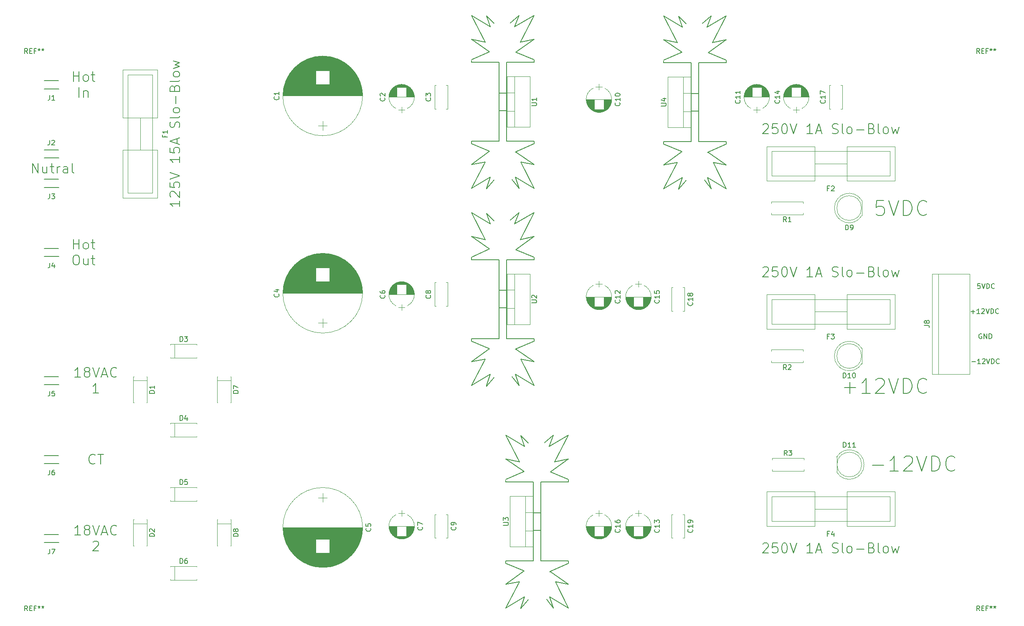
<source format=gbr>
G04 #@! TF.GenerationSoftware,KiCad,Pcbnew,9.0.0*
G04 #@! TF.CreationDate,2025-02-23T16:08:34-07:00*
G04 #@! TF.ProjectId,Power_Supply_THT,506f7765-725f-4537-9570-706c795f5448,rev?*
G04 #@! TF.SameCoordinates,Original*
G04 #@! TF.FileFunction,Legend,Top*
G04 #@! TF.FilePolarity,Positive*
%FSLAX46Y46*%
G04 Gerber Fmt 4.6, Leading zero omitted, Abs format (unit mm)*
G04 Created by KiCad (PCBNEW 9.0.0) date 2025-02-23 16:08:34*
%MOMM*%
%LPD*%
G01*
G04 APERTURE LIST*
%ADD10C,0.150000*%
%ADD11C,0.120000*%
G04 APERTURE END LIST*
D10*
X167736285Y-75421200D02*
X170022000Y-75421200D01*
X168879142Y-76564057D02*
X168879142Y-74278342D01*
X173022000Y-76564057D02*
X171307714Y-76564057D01*
X172164857Y-76564057D02*
X172164857Y-73564057D01*
X172164857Y-73564057D02*
X171879143Y-73992628D01*
X171879143Y-73992628D02*
X171593428Y-74278342D01*
X171593428Y-74278342D02*
X171307714Y-74421200D01*
X174164857Y-73849771D02*
X174307714Y-73706914D01*
X174307714Y-73706914D02*
X174593429Y-73564057D01*
X174593429Y-73564057D02*
X175307714Y-73564057D01*
X175307714Y-73564057D02*
X175593429Y-73706914D01*
X175593429Y-73706914D02*
X175736286Y-73849771D01*
X175736286Y-73849771D02*
X175879143Y-74135485D01*
X175879143Y-74135485D02*
X175879143Y-74421200D01*
X175879143Y-74421200D02*
X175736286Y-74849771D01*
X175736286Y-74849771D02*
X174022000Y-76564057D01*
X174022000Y-76564057D02*
X175879143Y-76564057D01*
X176736286Y-73564057D02*
X177736286Y-76564057D01*
X177736286Y-76564057D02*
X178736286Y-73564057D01*
X179736286Y-76564057D02*
X179736286Y-73564057D01*
X179736286Y-73564057D02*
X180450572Y-73564057D01*
X180450572Y-73564057D02*
X180879143Y-73706914D01*
X180879143Y-73706914D02*
X181164858Y-73992628D01*
X181164858Y-73992628D02*
X181307715Y-74278342D01*
X181307715Y-74278342D02*
X181450572Y-74849771D01*
X181450572Y-74849771D02*
X181450572Y-75278342D01*
X181450572Y-75278342D02*
X181307715Y-75849771D01*
X181307715Y-75849771D02*
X181164858Y-76135485D01*
X181164858Y-76135485D02*
X180879143Y-76421200D01*
X180879143Y-76421200D02*
X180450572Y-76564057D01*
X180450572Y-76564057D02*
X179736286Y-76564057D01*
X184450572Y-76278342D02*
X184307715Y-76421200D01*
X184307715Y-76421200D02*
X183879143Y-76564057D01*
X183879143Y-76564057D02*
X183593429Y-76564057D01*
X183593429Y-76564057D02*
X183164858Y-76421200D01*
X183164858Y-76421200D02*
X182879143Y-76135485D01*
X182879143Y-76135485D02*
X182736286Y-75849771D01*
X182736286Y-75849771D02*
X182593429Y-75278342D01*
X182593429Y-75278342D02*
X182593429Y-74849771D01*
X182593429Y-74849771D02*
X182736286Y-74278342D01*
X182736286Y-74278342D02*
X182879143Y-73992628D01*
X182879143Y-73992628D02*
X183164858Y-73706914D01*
X183164858Y-73706914D02*
X183593429Y-73564057D01*
X183593429Y-73564057D02*
X183879143Y-73564057D01*
X183879143Y-73564057D02*
X184307715Y-73706914D01*
X184307715Y-73706914D02*
X184450572Y-73849771D01*
X173451285Y-91169200D02*
X175737000Y-91169200D01*
X178737000Y-92312057D02*
X177022714Y-92312057D01*
X177879857Y-92312057D02*
X177879857Y-89312057D01*
X177879857Y-89312057D02*
X177594143Y-89740628D01*
X177594143Y-89740628D02*
X177308428Y-90026342D01*
X177308428Y-90026342D02*
X177022714Y-90169200D01*
X179879857Y-89597771D02*
X180022714Y-89454914D01*
X180022714Y-89454914D02*
X180308429Y-89312057D01*
X180308429Y-89312057D02*
X181022714Y-89312057D01*
X181022714Y-89312057D02*
X181308429Y-89454914D01*
X181308429Y-89454914D02*
X181451286Y-89597771D01*
X181451286Y-89597771D02*
X181594143Y-89883485D01*
X181594143Y-89883485D02*
X181594143Y-90169200D01*
X181594143Y-90169200D02*
X181451286Y-90597771D01*
X181451286Y-90597771D02*
X179737000Y-92312057D01*
X179737000Y-92312057D02*
X181594143Y-92312057D01*
X182451286Y-89312057D02*
X183451286Y-92312057D01*
X183451286Y-92312057D02*
X184451286Y-89312057D01*
X185451286Y-92312057D02*
X185451286Y-89312057D01*
X185451286Y-89312057D02*
X186165572Y-89312057D01*
X186165572Y-89312057D02*
X186594143Y-89454914D01*
X186594143Y-89454914D02*
X186879858Y-89740628D01*
X186879858Y-89740628D02*
X187022715Y-90026342D01*
X187022715Y-90026342D02*
X187165572Y-90597771D01*
X187165572Y-90597771D02*
X187165572Y-91026342D01*
X187165572Y-91026342D02*
X187022715Y-91597771D01*
X187022715Y-91597771D02*
X186879858Y-91883485D01*
X186879858Y-91883485D02*
X186594143Y-92169200D01*
X186594143Y-92169200D02*
X186165572Y-92312057D01*
X186165572Y-92312057D02*
X185451286Y-92312057D01*
X190165572Y-92026342D02*
X190022715Y-92169200D01*
X190022715Y-92169200D02*
X189594143Y-92312057D01*
X189594143Y-92312057D02*
X189308429Y-92312057D01*
X189308429Y-92312057D02*
X188879858Y-92169200D01*
X188879858Y-92169200D02*
X188594143Y-91883485D01*
X188594143Y-91883485D02*
X188451286Y-91597771D01*
X188451286Y-91597771D02*
X188308429Y-91026342D01*
X188308429Y-91026342D02*
X188308429Y-90597771D01*
X188308429Y-90597771D02*
X188451286Y-90026342D01*
X188451286Y-90026342D02*
X188594143Y-89740628D01*
X188594143Y-89740628D02*
X188879858Y-89454914D01*
X188879858Y-89454914D02*
X189308429Y-89312057D01*
X189308429Y-89312057D02*
X189594143Y-89312057D01*
X189594143Y-89312057D02*
X190022715Y-89454914D01*
X190022715Y-89454914D02*
X190165572Y-89597771D01*
X151238094Y-107107914D02*
X151333332Y-107012676D01*
X151333332Y-107012676D02*
X151523808Y-106917438D01*
X151523808Y-106917438D02*
X151999999Y-106917438D01*
X151999999Y-106917438D02*
X152190475Y-107012676D01*
X152190475Y-107012676D02*
X152285713Y-107107914D01*
X152285713Y-107107914D02*
X152380951Y-107298390D01*
X152380951Y-107298390D02*
X152380951Y-107488866D01*
X152380951Y-107488866D02*
X152285713Y-107774580D01*
X152285713Y-107774580D02*
X151142856Y-108917438D01*
X151142856Y-108917438D02*
X152380951Y-108917438D01*
X154190475Y-106917438D02*
X153238094Y-106917438D01*
X153238094Y-106917438D02*
X153142856Y-107869819D01*
X153142856Y-107869819D02*
X153238094Y-107774580D01*
X153238094Y-107774580D02*
X153428570Y-107679342D01*
X153428570Y-107679342D02*
X153904761Y-107679342D01*
X153904761Y-107679342D02*
X154095237Y-107774580D01*
X154095237Y-107774580D02*
X154190475Y-107869819D01*
X154190475Y-107869819D02*
X154285713Y-108060295D01*
X154285713Y-108060295D02*
X154285713Y-108536485D01*
X154285713Y-108536485D02*
X154190475Y-108726961D01*
X154190475Y-108726961D02*
X154095237Y-108822200D01*
X154095237Y-108822200D02*
X153904761Y-108917438D01*
X153904761Y-108917438D02*
X153428570Y-108917438D01*
X153428570Y-108917438D02*
X153238094Y-108822200D01*
X153238094Y-108822200D02*
X153142856Y-108726961D01*
X155523808Y-106917438D02*
X155714285Y-106917438D01*
X155714285Y-106917438D02*
X155904761Y-107012676D01*
X155904761Y-107012676D02*
X155999999Y-107107914D01*
X155999999Y-107107914D02*
X156095237Y-107298390D01*
X156095237Y-107298390D02*
X156190475Y-107679342D01*
X156190475Y-107679342D02*
X156190475Y-108155533D01*
X156190475Y-108155533D02*
X156095237Y-108536485D01*
X156095237Y-108536485D02*
X155999999Y-108726961D01*
X155999999Y-108726961D02*
X155904761Y-108822200D01*
X155904761Y-108822200D02*
X155714285Y-108917438D01*
X155714285Y-108917438D02*
X155523808Y-108917438D01*
X155523808Y-108917438D02*
X155333332Y-108822200D01*
X155333332Y-108822200D02*
X155238094Y-108726961D01*
X155238094Y-108726961D02*
X155142856Y-108536485D01*
X155142856Y-108536485D02*
X155047618Y-108155533D01*
X155047618Y-108155533D02*
X155047618Y-107679342D01*
X155047618Y-107679342D02*
X155142856Y-107298390D01*
X155142856Y-107298390D02*
X155238094Y-107107914D01*
X155238094Y-107107914D02*
X155333332Y-107012676D01*
X155333332Y-107012676D02*
X155523808Y-106917438D01*
X156761904Y-106917438D02*
X157428570Y-108917438D01*
X157428570Y-108917438D02*
X158095237Y-106917438D01*
X161333333Y-108917438D02*
X160190476Y-108917438D01*
X160761904Y-108917438D02*
X160761904Y-106917438D01*
X160761904Y-106917438D02*
X160571428Y-107203152D01*
X160571428Y-107203152D02*
X160380952Y-107393628D01*
X160380952Y-107393628D02*
X160190476Y-107488866D01*
X162095238Y-108346009D02*
X163047619Y-108346009D01*
X161904762Y-108917438D02*
X162571428Y-106917438D01*
X162571428Y-106917438D02*
X163238095Y-108917438D01*
X165333334Y-108822200D02*
X165619048Y-108917438D01*
X165619048Y-108917438D02*
X166095239Y-108917438D01*
X166095239Y-108917438D02*
X166285715Y-108822200D01*
X166285715Y-108822200D02*
X166380953Y-108726961D01*
X166380953Y-108726961D02*
X166476191Y-108536485D01*
X166476191Y-108536485D02*
X166476191Y-108346009D01*
X166476191Y-108346009D02*
X166380953Y-108155533D01*
X166380953Y-108155533D02*
X166285715Y-108060295D01*
X166285715Y-108060295D02*
X166095239Y-107965057D01*
X166095239Y-107965057D02*
X165714286Y-107869819D01*
X165714286Y-107869819D02*
X165523810Y-107774580D01*
X165523810Y-107774580D02*
X165428572Y-107679342D01*
X165428572Y-107679342D02*
X165333334Y-107488866D01*
X165333334Y-107488866D02*
X165333334Y-107298390D01*
X165333334Y-107298390D02*
X165428572Y-107107914D01*
X165428572Y-107107914D02*
X165523810Y-107012676D01*
X165523810Y-107012676D02*
X165714286Y-106917438D01*
X165714286Y-106917438D02*
X166190477Y-106917438D01*
X166190477Y-106917438D02*
X166476191Y-107012676D01*
X167619048Y-108917438D02*
X167428572Y-108822200D01*
X167428572Y-108822200D02*
X167333334Y-108631723D01*
X167333334Y-108631723D02*
X167333334Y-106917438D01*
X168666667Y-108917438D02*
X168476191Y-108822200D01*
X168476191Y-108822200D02*
X168380953Y-108726961D01*
X168380953Y-108726961D02*
X168285715Y-108536485D01*
X168285715Y-108536485D02*
X168285715Y-107965057D01*
X168285715Y-107965057D02*
X168380953Y-107774580D01*
X168380953Y-107774580D02*
X168476191Y-107679342D01*
X168476191Y-107679342D02*
X168666667Y-107584104D01*
X168666667Y-107584104D02*
X168952382Y-107584104D01*
X168952382Y-107584104D02*
X169142858Y-107679342D01*
X169142858Y-107679342D02*
X169238096Y-107774580D01*
X169238096Y-107774580D02*
X169333334Y-107965057D01*
X169333334Y-107965057D02*
X169333334Y-108536485D01*
X169333334Y-108536485D02*
X169238096Y-108726961D01*
X169238096Y-108726961D02*
X169142858Y-108822200D01*
X169142858Y-108822200D02*
X168952382Y-108917438D01*
X168952382Y-108917438D02*
X168666667Y-108917438D01*
X170190477Y-108155533D02*
X171714287Y-108155533D01*
X173333334Y-107869819D02*
X173619048Y-107965057D01*
X173619048Y-107965057D02*
X173714286Y-108060295D01*
X173714286Y-108060295D02*
X173809524Y-108250771D01*
X173809524Y-108250771D02*
X173809524Y-108536485D01*
X173809524Y-108536485D02*
X173714286Y-108726961D01*
X173714286Y-108726961D02*
X173619048Y-108822200D01*
X173619048Y-108822200D02*
X173428572Y-108917438D01*
X173428572Y-108917438D02*
X172666667Y-108917438D01*
X172666667Y-108917438D02*
X172666667Y-106917438D01*
X172666667Y-106917438D02*
X173333334Y-106917438D01*
X173333334Y-106917438D02*
X173523810Y-107012676D01*
X173523810Y-107012676D02*
X173619048Y-107107914D01*
X173619048Y-107107914D02*
X173714286Y-107298390D01*
X173714286Y-107298390D02*
X173714286Y-107488866D01*
X173714286Y-107488866D02*
X173619048Y-107679342D01*
X173619048Y-107679342D02*
X173523810Y-107774580D01*
X173523810Y-107774580D02*
X173333334Y-107869819D01*
X173333334Y-107869819D02*
X172666667Y-107869819D01*
X174952381Y-108917438D02*
X174761905Y-108822200D01*
X174761905Y-108822200D02*
X174666667Y-108631723D01*
X174666667Y-108631723D02*
X174666667Y-106917438D01*
X176000000Y-108917438D02*
X175809524Y-108822200D01*
X175809524Y-108822200D02*
X175714286Y-108726961D01*
X175714286Y-108726961D02*
X175619048Y-108536485D01*
X175619048Y-108536485D02*
X175619048Y-107965057D01*
X175619048Y-107965057D02*
X175714286Y-107774580D01*
X175714286Y-107774580D02*
X175809524Y-107679342D01*
X175809524Y-107679342D02*
X176000000Y-107584104D01*
X176000000Y-107584104D02*
X176285715Y-107584104D01*
X176285715Y-107584104D02*
X176476191Y-107679342D01*
X176476191Y-107679342D02*
X176571429Y-107774580D01*
X176571429Y-107774580D02*
X176666667Y-107965057D01*
X176666667Y-107965057D02*
X176666667Y-108536485D01*
X176666667Y-108536485D02*
X176571429Y-108726961D01*
X176571429Y-108726961D02*
X176476191Y-108822200D01*
X176476191Y-108822200D02*
X176285715Y-108917438D01*
X176285715Y-108917438D02*
X176000000Y-108917438D01*
X177333334Y-107584104D02*
X177714286Y-108917438D01*
X177714286Y-108917438D02*
X178095239Y-107965057D01*
X178095239Y-107965057D02*
X178476191Y-108917438D01*
X178476191Y-108917438D02*
X178857143Y-107584104D01*
X151238094Y-51107914D02*
X151333332Y-51012676D01*
X151333332Y-51012676D02*
X151523808Y-50917438D01*
X151523808Y-50917438D02*
X151999999Y-50917438D01*
X151999999Y-50917438D02*
X152190475Y-51012676D01*
X152190475Y-51012676D02*
X152285713Y-51107914D01*
X152285713Y-51107914D02*
X152380951Y-51298390D01*
X152380951Y-51298390D02*
X152380951Y-51488866D01*
X152380951Y-51488866D02*
X152285713Y-51774580D01*
X152285713Y-51774580D02*
X151142856Y-52917438D01*
X151142856Y-52917438D02*
X152380951Y-52917438D01*
X154190475Y-50917438D02*
X153238094Y-50917438D01*
X153238094Y-50917438D02*
X153142856Y-51869819D01*
X153142856Y-51869819D02*
X153238094Y-51774580D01*
X153238094Y-51774580D02*
X153428570Y-51679342D01*
X153428570Y-51679342D02*
X153904761Y-51679342D01*
X153904761Y-51679342D02*
X154095237Y-51774580D01*
X154095237Y-51774580D02*
X154190475Y-51869819D01*
X154190475Y-51869819D02*
X154285713Y-52060295D01*
X154285713Y-52060295D02*
X154285713Y-52536485D01*
X154285713Y-52536485D02*
X154190475Y-52726961D01*
X154190475Y-52726961D02*
X154095237Y-52822200D01*
X154095237Y-52822200D02*
X153904761Y-52917438D01*
X153904761Y-52917438D02*
X153428570Y-52917438D01*
X153428570Y-52917438D02*
X153238094Y-52822200D01*
X153238094Y-52822200D02*
X153142856Y-52726961D01*
X155523808Y-50917438D02*
X155714285Y-50917438D01*
X155714285Y-50917438D02*
X155904761Y-51012676D01*
X155904761Y-51012676D02*
X155999999Y-51107914D01*
X155999999Y-51107914D02*
X156095237Y-51298390D01*
X156095237Y-51298390D02*
X156190475Y-51679342D01*
X156190475Y-51679342D02*
X156190475Y-52155533D01*
X156190475Y-52155533D02*
X156095237Y-52536485D01*
X156095237Y-52536485D02*
X155999999Y-52726961D01*
X155999999Y-52726961D02*
X155904761Y-52822200D01*
X155904761Y-52822200D02*
X155714285Y-52917438D01*
X155714285Y-52917438D02*
X155523808Y-52917438D01*
X155523808Y-52917438D02*
X155333332Y-52822200D01*
X155333332Y-52822200D02*
X155238094Y-52726961D01*
X155238094Y-52726961D02*
X155142856Y-52536485D01*
X155142856Y-52536485D02*
X155047618Y-52155533D01*
X155047618Y-52155533D02*
X155047618Y-51679342D01*
X155047618Y-51679342D02*
X155142856Y-51298390D01*
X155142856Y-51298390D02*
X155238094Y-51107914D01*
X155238094Y-51107914D02*
X155333332Y-51012676D01*
X155333332Y-51012676D02*
X155523808Y-50917438D01*
X156761904Y-50917438D02*
X157428570Y-52917438D01*
X157428570Y-52917438D02*
X158095237Y-50917438D01*
X161333333Y-52917438D02*
X160190476Y-52917438D01*
X160761904Y-52917438D02*
X160761904Y-50917438D01*
X160761904Y-50917438D02*
X160571428Y-51203152D01*
X160571428Y-51203152D02*
X160380952Y-51393628D01*
X160380952Y-51393628D02*
X160190476Y-51488866D01*
X162095238Y-52346009D02*
X163047619Y-52346009D01*
X161904762Y-52917438D02*
X162571428Y-50917438D01*
X162571428Y-50917438D02*
X163238095Y-52917438D01*
X165333334Y-52822200D02*
X165619048Y-52917438D01*
X165619048Y-52917438D02*
X166095239Y-52917438D01*
X166095239Y-52917438D02*
X166285715Y-52822200D01*
X166285715Y-52822200D02*
X166380953Y-52726961D01*
X166380953Y-52726961D02*
X166476191Y-52536485D01*
X166476191Y-52536485D02*
X166476191Y-52346009D01*
X166476191Y-52346009D02*
X166380953Y-52155533D01*
X166380953Y-52155533D02*
X166285715Y-52060295D01*
X166285715Y-52060295D02*
X166095239Y-51965057D01*
X166095239Y-51965057D02*
X165714286Y-51869819D01*
X165714286Y-51869819D02*
X165523810Y-51774580D01*
X165523810Y-51774580D02*
X165428572Y-51679342D01*
X165428572Y-51679342D02*
X165333334Y-51488866D01*
X165333334Y-51488866D02*
X165333334Y-51298390D01*
X165333334Y-51298390D02*
X165428572Y-51107914D01*
X165428572Y-51107914D02*
X165523810Y-51012676D01*
X165523810Y-51012676D02*
X165714286Y-50917438D01*
X165714286Y-50917438D02*
X166190477Y-50917438D01*
X166190477Y-50917438D02*
X166476191Y-51012676D01*
X167619048Y-52917438D02*
X167428572Y-52822200D01*
X167428572Y-52822200D02*
X167333334Y-52631723D01*
X167333334Y-52631723D02*
X167333334Y-50917438D01*
X168666667Y-52917438D02*
X168476191Y-52822200D01*
X168476191Y-52822200D02*
X168380953Y-52726961D01*
X168380953Y-52726961D02*
X168285715Y-52536485D01*
X168285715Y-52536485D02*
X168285715Y-51965057D01*
X168285715Y-51965057D02*
X168380953Y-51774580D01*
X168380953Y-51774580D02*
X168476191Y-51679342D01*
X168476191Y-51679342D02*
X168666667Y-51584104D01*
X168666667Y-51584104D02*
X168952382Y-51584104D01*
X168952382Y-51584104D02*
X169142858Y-51679342D01*
X169142858Y-51679342D02*
X169238096Y-51774580D01*
X169238096Y-51774580D02*
X169333334Y-51965057D01*
X169333334Y-51965057D02*
X169333334Y-52536485D01*
X169333334Y-52536485D02*
X169238096Y-52726961D01*
X169238096Y-52726961D02*
X169142858Y-52822200D01*
X169142858Y-52822200D02*
X168952382Y-52917438D01*
X168952382Y-52917438D02*
X168666667Y-52917438D01*
X170190477Y-52155533D02*
X171714287Y-52155533D01*
X173333334Y-51869819D02*
X173619048Y-51965057D01*
X173619048Y-51965057D02*
X173714286Y-52060295D01*
X173714286Y-52060295D02*
X173809524Y-52250771D01*
X173809524Y-52250771D02*
X173809524Y-52536485D01*
X173809524Y-52536485D02*
X173714286Y-52726961D01*
X173714286Y-52726961D02*
X173619048Y-52822200D01*
X173619048Y-52822200D02*
X173428572Y-52917438D01*
X173428572Y-52917438D02*
X172666667Y-52917438D01*
X172666667Y-52917438D02*
X172666667Y-50917438D01*
X172666667Y-50917438D02*
X173333334Y-50917438D01*
X173333334Y-50917438D02*
X173523810Y-51012676D01*
X173523810Y-51012676D02*
X173619048Y-51107914D01*
X173619048Y-51107914D02*
X173714286Y-51298390D01*
X173714286Y-51298390D02*
X173714286Y-51488866D01*
X173714286Y-51488866D02*
X173619048Y-51679342D01*
X173619048Y-51679342D02*
X173523810Y-51774580D01*
X173523810Y-51774580D02*
X173333334Y-51869819D01*
X173333334Y-51869819D02*
X172666667Y-51869819D01*
X174952381Y-52917438D02*
X174761905Y-52822200D01*
X174761905Y-52822200D02*
X174666667Y-52631723D01*
X174666667Y-52631723D02*
X174666667Y-50917438D01*
X176000000Y-52917438D02*
X175809524Y-52822200D01*
X175809524Y-52822200D02*
X175714286Y-52726961D01*
X175714286Y-52726961D02*
X175619048Y-52536485D01*
X175619048Y-52536485D02*
X175619048Y-51965057D01*
X175619048Y-51965057D02*
X175714286Y-51774580D01*
X175714286Y-51774580D02*
X175809524Y-51679342D01*
X175809524Y-51679342D02*
X176000000Y-51584104D01*
X176000000Y-51584104D02*
X176285715Y-51584104D01*
X176285715Y-51584104D02*
X176476191Y-51679342D01*
X176476191Y-51679342D02*
X176571429Y-51774580D01*
X176571429Y-51774580D02*
X176666667Y-51965057D01*
X176666667Y-51965057D02*
X176666667Y-52536485D01*
X176666667Y-52536485D02*
X176571429Y-52726961D01*
X176571429Y-52726961D02*
X176476191Y-52822200D01*
X176476191Y-52822200D02*
X176285715Y-52917438D01*
X176285715Y-52917438D02*
X176000000Y-52917438D01*
X177333334Y-51584104D02*
X177714286Y-52917438D01*
X177714286Y-52917438D02*
X178095239Y-51965057D01*
X178095239Y-51965057D02*
X178476191Y-52917438D01*
X178476191Y-52917438D02*
X178857143Y-51584104D01*
X151238094Y-22107914D02*
X151333332Y-22012676D01*
X151333332Y-22012676D02*
X151523808Y-21917438D01*
X151523808Y-21917438D02*
X151999999Y-21917438D01*
X151999999Y-21917438D02*
X152190475Y-22012676D01*
X152190475Y-22012676D02*
X152285713Y-22107914D01*
X152285713Y-22107914D02*
X152380951Y-22298390D01*
X152380951Y-22298390D02*
X152380951Y-22488866D01*
X152380951Y-22488866D02*
X152285713Y-22774580D01*
X152285713Y-22774580D02*
X151142856Y-23917438D01*
X151142856Y-23917438D02*
X152380951Y-23917438D01*
X154190475Y-21917438D02*
X153238094Y-21917438D01*
X153238094Y-21917438D02*
X153142856Y-22869819D01*
X153142856Y-22869819D02*
X153238094Y-22774580D01*
X153238094Y-22774580D02*
X153428570Y-22679342D01*
X153428570Y-22679342D02*
X153904761Y-22679342D01*
X153904761Y-22679342D02*
X154095237Y-22774580D01*
X154095237Y-22774580D02*
X154190475Y-22869819D01*
X154190475Y-22869819D02*
X154285713Y-23060295D01*
X154285713Y-23060295D02*
X154285713Y-23536485D01*
X154285713Y-23536485D02*
X154190475Y-23726961D01*
X154190475Y-23726961D02*
X154095237Y-23822200D01*
X154095237Y-23822200D02*
X153904761Y-23917438D01*
X153904761Y-23917438D02*
X153428570Y-23917438D01*
X153428570Y-23917438D02*
X153238094Y-23822200D01*
X153238094Y-23822200D02*
X153142856Y-23726961D01*
X155523808Y-21917438D02*
X155714285Y-21917438D01*
X155714285Y-21917438D02*
X155904761Y-22012676D01*
X155904761Y-22012676D02*
X155999999Y-22107914D01*
X155999999Y-22107914D02*
X156095237Y-22298390D01*
X156095237Y-22298390D02*
X156190475Y-22679342D01*
X156190475Y-22679342D02*
X156190475Y-23155533D01*
X156190475Y-23155533D02*
X156095237Y-23536485D01*
X156095237Y-23536485D02*
X155999999Y-23726961D01*
X155999999Y-23726961D02*
X155904761Y-23822200D01*
X155904761Y-23822200D02*
X155714285Y-23917438D01*
X155714285Y-23917438D02*
X155523808Y-23917438D01*
X155523808Y-23917438D02*
X155333332Y-23822200D01*
X155333332Y-23822200D02*
X155238094Y-23726961D01*
X155238094Y-23726961D02*
X155142856Y-23536485D01*
X155142856Y-23536485D02*
X155047618Y-23155533D01*
X155047618Y-23155533D02*
X155047618Y-22679342D01*
X155047618Y-22679342D02*
X155142856Y-22298390D01*
X155142856Y-22298390D02*
X155238094Y-22107914D01*
X155238094Y-22107914D02*
X155333332Y-22012676D01*
X155333332Y-22012676D02*
X155523808Y-21917438D01*
X156761904Y-21917438D02*
X157428570Y-23917438D01*
X157428570Y-23917438D02*
X158095237Y-21917438D01*
X161333333Y-23917438D02*
X160190476Y-23917438D01*
X160761904Y-23917438D02*
X160761904Y-21917438D01*
X160761904Y-21917438D02*
X160571428Y-22203152D01*
X160571428Y-22203152D02*
X160380952Y-22393628D01*
X160380952Y-22393628D02*
X160190476Y-22488866D01*
X162095238Y-23346009D02*
X163047619Y-23346009D01*
X161904762Y-23917438D02*
X162571428Y-21917438D01*
X162571428Y-21917438D02*
X163238095Y-23917438D01*
X165333334Y-23822200D02*
X165619048Y-23917438D01*
X165619048Y-23917438D02*
X166095239Y-23917438D01*
X166095239Y-23917438D02*
X166285715Y-23822200D01*
X166285715Y-23822200D02*
X166380953Y-23726961D01*
X166380953Y-23726961D02*
X166476191Y-23536485D01*
X166476191Y-23536485D02*
X166476191Y-23346009D01*
X166476191Y-23346009D02*
X166380953Y-23155533D01*
X166380953Y-23155533D02*
X166285715Y-23060295D01*
X166285715Y-23060295D02*
X166095239Y-22965057D01*
X166095239Y-22965057D02*
X165714286Y-22869819D01*
X165714286Y-22869819D02*
X165523810Y-22774580D01*
X165523810Y-22774580D02*
X165428572Y-22679342D01*
X165428572Y-22679342D02*
X165333334Y-22488866D01*
X165333334Y-22488866D02*
X165333334Y-22298390D01*
X165333334Y-22298390D02*
X165428572Y-22107914D01*
X165428572Y-22107914D02*
X165523810Y-22012676D01*
X165523810Y-22012676D02*
X165714286Y-21917438D01*
X165714286Y-21917438D02*
X166190477Y-21917438D01*
X166190477Y-21917438D02*
X166476191Y-22012676D01*
X167619048Y-23917438D02*
X167428572Y-23822200D01*
X167428572Y-23822200D02*
X167333334Y-23631723D01*
X167333334Y-23631723D02*
X167333334Y-21917438D01*
X168666667Y-23917438D02*
X168476191Y-23822200D01*
X168476191Y-23822200D02*
X168380953Y-23726961D01*
X168380953Y-23726961D02*
X168285715Y-23536485D01*
X168285715Y-23536485D02*
X168285715Y-22965057D01*
X168285715Y-22965057D02*
X168380953Y-22774580D01*
X168380953Y-22774580D02*
X168476191Y-22679342D01*
X168476191Y-22679342D02*
X168666667Y-22584104D01*
X168666667Y-22584104D02*
X168952382Y-22584104D01*
X168952382Y-22584104D02*
X169142858Y-22679342D01*
X169142858Y-22679342D02*
X169238096Y-22774580D01*
X169238096Y-22774580D02*
X169333334Y-22965057D01*
X169333334Y-22965057D02*
X169333334Y-23536485D01*
X169333334Y-23536485D02*
X169238096Y-23726961D01*
X169238096Y-23726961D02*
X169142858Y-23822200D01*
X169142858Y-23822200D02*
X168952382Y-23917438D01*
X168952382Y-23917438D02*
X168666667Y-23917438D01*
X170190477Y-23155533D02*
X171714287Y-23155533D01*
X173333334Y-22869819D02*
X173619048Y-22965057D01*
X173619048Y-22965057D02*
X173714286Y-23060295D01*
X173714286Y-23060295D02*
X173809524Y-23250771D01*
X173809524Y-23250771D02*
X173809524Y-23536485D01*
X173809524Y-23536485D02*
X173714286Y-23726961D01*
X173714286Y-23726961D02*
X173619048Y-23822200D01*
X173619048Y-23822200D02*
X173428572Y-23917438D01*
X173428572Y-23917438D02*
X172666667Y-23917438D01*
X172666667Y-23917438D02*
X172666667Y-21917438D01*
X172666667Y-21917438D02*
X173333334Y-21917438D01*
X173333334Y-21917438D02*
X173523810Y-22012676D01*
X173523810Y-22012676D02*
X173619048Y-22107914D01*
X173619048Y-22107914D02*
X173714286Y-22298390D01*
X173714286Y-22298390D02*
X173714286Y-22488866D01*
X173714286Y-22488866D02*
X173619048Y-22679342D01*
X173619048Y-22679342D02*
X173523810Y-22774580D01*
X173523810Y-22774580D02*
X173333334Y-22869819D01*
X173333334Y-22869819D02*
X172666667Y-22869819D01*
X174952381Y-23917438D02*
X174761905Y-23822200D01*
X174761905Y-23822200D02*
X174666667Y-23631723D01*
X174666667Y-23631723D02*
X174666667Y-21917438D01*
X176000000Y-23917438D02*
X175809524Y-23822200D01*
X175809524Y-23822200D02*
X175714286Y-23726961D01*
X175714286Y-23726961D02*
X175619048Y-23536485D01*
X175619048Y-23536485D02*
X175619048Y-22965057D01*
X175619048Y-22965057D02*
X175714286Y-22774580D01*
X175714286Y-22774580D02*
X175809524Y-22679342D01*
X175809524Y-22679342D02*
X176000000Y-22584104D01*
X176000000Y-22584104D02*
X176285715Y-22584104D01*
X176285715Y-22584104D02*
X176476191Y-22679342D01*
X176476191Y-22679342D02*
X176571429Y-22774580D01*
X176571429Y-22774580D02*
X176666667Y-22965057D01*
X176666667Y-22965057D02*
X176666667Y-23536485D01*
X176666667Y-23536485D02*
X176571429Y-23726961D01*
X176571429Y-23726961D02*
X176476191Y-23822200D01*
X176476191Y-23822200D02*
X176285715Y-23917438D01*
X176285715Y-23917438D02*
X176000000Y-23917438D01*
X177333334Y-22584104D02*
X177714286Y-23917438D01*
X177714286Y-23917438D02*
X178095239Y-22965057D01*
X178095239Y-22965057D02*
X178476191Y-23917438D01*
X178476191Y-23917438D02*
X178857143Y-22584104D01*
X33023038Y-37528709D02*
X33023038Y-38671566D01*
X33023038Y-38100138D02*
X31023038Y-38100138D01*
X31023038Y-38100138D02*
X31308752Y-38290614D01*
X31308752Y-38290614D02*
X31499228Y-38481090D01*
X31499228Y-38481090D02*
X31594466Y-38671566D01*
X31213514Y-36766804D02*
X31118276Y-36671566D01*
X31118276Y-36671566D02*
X31023038Y-36481090D01*
X31023038Y-36481090D02*
X31023038Y-36004899D01*
X31023038Y-36004899D02*
X31118276Y-35814423D01*
X31118276Y-35814423D02*
X31213514Y-35719185D01*
X31213514Y-35719185D02*
X31403990Y-35623947D01*
X31403990Y-35623947D02*
X31594466Y-35623947D01*
X31594466Y-35623947D02*
X31880180Y-35719185D01*
X31880180Y-35719185D02*
X33023038Y-36862042D01*
X33023038Y-36862042D02*
X33023038Y-35623947D01*
X31023038Y-33814423D02*
X31023038Y-34766804D01*
X31023038Y-34766804D02*
X31975419Y-34862042D01*
X31975419Y-34862042D02*
X31880180Y-34766804D01*
X31880180Y-34766804D02*
X31784942Y-34576328D01*
X31784942Y-34576328D02*
X31784942Y-34100137D01*
X31784942Y-34100137D02*
X31880180Y-33909661D01*
X31880180Y-33909661D02*
X31975419Y-33814423D01*
X31975419Y-33814423D02*
X32165895Y-33719185D01*
X32165895Y-33719185D02*
X32642085Y-33719185D01*
X32642085Y-33719185D02*
X32832561Y-33814423D01*
X32832561Y-33814423D02*
X32927800Y-33909661D01*
X32927800Y-33909661D02*
X33023038Y-34100137D01*
X33023038Y-34100137D02*
X33023038Y-34576328D01*
X33023038Y-34576328D02*
X32927800Y-34766804D01*
X32927800Y-34766804D02*
X32832561Y-34862042D01*
X31023038Y-33147756D02*
X33023038Y-32481090D01*
X33023038Y-32481090D02*
X31023038Y-31814423D01*
X33023038Y-28576327D02*
X33023038Y-29719184D01*
X33023038Y-29147756D02*
X31023038Y-29147756D01*
X31023038Y-29147756D02*
X31308752Y-29338232D01*
X31308752Y-29338232D02*
X31499228Y-29528708D01*
X31499228Y-29528708D02*
X31594466Y-29719184D01*
X31023038Y-26766803D02*
X31023038Y-27719184D01*
X31023038Y-27719184D02*
X31975419Y-27814422D01*
X31975419Y-27814422D02*
X31880180Y-27719184D01*
X31880180Y-27719184D02*
X31784942Y-27528708D01*
X31784942Y-27528708D02*
X31784942Y-27052517D01*
X31784942Y-27052517D02*
X31880180Y-26862041D01*
X31880180Y-26862041D02*
X31975419Y-26766803D01*
X31975419Y-26766803D02*
X32165895Y-26671565D01*
X32165895Y-26671565D02*
X32642085Y-26671565D01*
X32642085Y-26671565D02*
X32832561Y-26766803D01*
X32832561Y-26766803D02*
X32927800Y-26862041D01*
X32927800Y-26862041D02*
X33023038Y-27052517D01*
X33023038Y-27052517D02*
X33023038Y-27528708D01*
X33023038Y-27528708D02*
X32927800Y-27719184D01*
X32927800Y-27719184D02*
X32832561Y-27814422D01*
X32451609Y-25909660D02*
X32451609Y-24957279D01*
X33023038Y-26100136D02*
X31023038Y-25433470D01*
X31023038Y-25433470D02*
X33023038Y-24766803D01*
X32927800Y-22671564D02*
X33023038Y-22385850D01*
X33023038Y-22385850D02*
X33023038Y-21909659D01*
X33023038Y-21909659D02*
X32927800Y-21719183D01*
X32927800Y-21719183D02*
X32832561Y-21623945D01*
X32832561Y-21623945D02*
X32642085Y-21528707D01*
X32642085Y-21528707D02*
X32451609Y-21528707D01*
X32451609Y-21528707D02*
X32261133Y-21623945D01*
X32261133Y-21623945D02*
X32165895Y-21719183D01*
X32165895Y-21719183D02*
X32070657Y-21909659D01*
X32070657Y-21909659D02*
X31975419Y-22290612D01*
X31975419Y-22290612D02*
X31880180Y-22481088D01*
X31880180Y-22481088D02*
X31784942Y-22576326D01*
X31784942Y-22576326D02*
X31594466Y-22671564D01*
X31594466Y-22671564D02*
X31403990Y-22671564D01*
X31403990Y-22671564D02*
X31213514Y-22576326D01*
X31213514Y-22576326D02*
X31118276Y-22481088D01*
X31118276Y-22481088D02*
X31023038Y-22290612D01*
X31023038Y-22290612D02*
X31023038Y-21814421D01*
X31023038Y-21814421D02*
X31118276Y-21528707D01*
X33023038Y-20385850D02*
X32927800Y-20576326D01*
X32927800Y-20576326D02*
X32737323Y-20671564D01*
X32737323Y-20671564D02*
X31023038Y-20671564D01*
X33023038Y-19338231D02*
X32927800Y-19528707D01*
X32927800Y-19528707D02*
X32832561Y-19623945D01*
X32832561Y-19623945D02*
X32642085Y-19719183D01*
X32642085Y-19719183D02*
X32070657Y-19719183D01*
X32070657Y-19719183D02*
X31880180Y-19623945D01*
X31880180Y-19623945D02*
X31784942Y-19528707D01*
X31784942Y-19528707D02*
X31689704Y-19338231D01*
X31689704Y-19338231D02*
X31689704Y-19052516D01*
X31689704Y-19052516D02*
X31784942Y-18862040D01*
X31784942Y-18862040D02*
X31880180Y-18766802D01*
X31880180Y-18766802D02*
X32070657Y-18671564D01*
X32070657Y-18671564D02*
X32642085Y-18671564D01*
X32642085Y-18671564D02*
X32832561Y-18766802D01*
X32832561Y-18766802D02*
X32927800Y-18862040D01*
X32927800Y-18862040D02*
X33023038Y-19052516D01*
X33023038Y-19052516D02*
X33023038Y-19338231D01*
X32261133Y-17814421D02*
X32261133Y-16290612D01*
X31975419Y-14671564D02*
X32070657Y-14385850D01*
X32070657Y-14385850D02*
X32165895Y-14290612D01*
X32165895Y-14290612D02*
X32356371Y-14195374D01*
X32356371Y-14195374D02*
X32642085Y-14195374D01*
X32642085Y-14195374D02*
X32832561Y-14290612D01*
X32832561Y-14290612D02*
X32927800Y-14385850D01*
X32927800Y-14385850D02*
X33023038Y-14576326D01*
X33023038Y-14576326D02*
X33023038Y-15338231D01*
X33023038Y-15338231D02*
X31023038Y-15338231D01*
X31023038Y-15338231D02*
X31023038Y-14671564D01*
X31023038Y-14671564D02*
X31118276Y-14481088D01*
X31118276Y-14481088D02*
X31213514Y-14385850D01*
X31213514Y-14385850D02*
X31403990Y-14290612D01*
X31403990Y-14290612D02*
X31594466Y-14290612D01*
X31594466Y-14290612D02*
X31784942Y-14385850D01*
X31784942Y-14385850D02*
X31880180Y-14481088D01*
X31880180Y-14481088D02*
X31975419Y-14671564D01*
X31975419Y-14671564D02*
X31975419Y-15338231D01*
X33023038Y-13052517D02*
X32927800Y-13242993D01*
X32927800Y-13242993D02*
X32737323Y-13338231D01*
X32737323Y-13338231D02*
X31023038Y-13338231D01*
X33023038Y-12004898D02*
X32927800Y-12195374D01*
X32927800Y-12195374D02*
X32832561Y-12290612D01*
X32832561Y-12290612D02*
X32642085Y-12385850D01*
X32642085Y-12385850D02*
X32070657Y-12385850D01*
X32070657Y-12385850D02*
X31880180Y-12290612D01*
X31880180Y-12290612D02*
X31784942Y-12195374D01*
X31784942Y-12195374D02*
X31689704Y-12004898D01*
X31689704Y-12004898D02*
X31689704Y-11719183D01*
X31689704Y-11719183D02*
X31784942Y-11528707D01*
X31784942Y-11528707D02*
X31880180Y-11433469D01*
X31880180Y-11433469D02*
X32070657Y-11338231D01*
X32070657Y-11338231D02*
X32642085Y-11338231D01*
X32642085Y-11338231D02*
X32832561Y-11433469D01*
X32832561Y-11433469D02*
X32927800Y-11528707D01*
X32927800Y-11528707D02*
X33023038Y-11719183D01*
X33023038Y-11719183D02*
X33023038Y-12004898D01*
X31689704Y-10671564D02*
X33023038Y-10290612D01*
X33023038Y-10290612D02*
X32070657Y-9909659D01*
X32070657Y-9909659D02*
X33023038Y-9528707D01*
X33023038Y-9528707D02*
X31689704Y-9147755D01*
X3143762Y-31905438D02*
X3143762Y-29905438D01*
X3143762Y-29905438D02*
X4286619Y-31905438D01*
X4286619Y-31905438D02*
X4286619Y-29905438D01*
X6096143Y-30572104D02*
X6096143Y-31905438D01*
X5239000Y-30572104D02*
X5239000Y-31619723D01*
X5239000Y-31619723D02*
X5334238Y-31810200D01*
X5334238Y-31810200D02*
X5524714Y-31905438D01*
X5524714Y-31905438D02*
X5810429Y-31905438D01*
X5810429Y-31905438D02*
X6000905Y-31810200D01*
X6000905Y-31810200D02*
X6096143Y-31714961D01*
X6762810Y-30572104D02*
X7524714Y-30572104D01*
X7048524Y-29905438D02*
X7048524Y-31619723D01*
X7048524Y-31619723D02*
X7143762Y-31810200D01*
X7143762Y-31810200D02*
X7334238Y-31905438D01*
X7334238Y-31905438D02*
X7524714Y-31905438D01*
X8191381Y-31905438D02*
X8191381Y-30572104D01*
X8191381Y-30953057D02*
X8286619Y-30762580D01*
X8286619Y-30762580D02*
X8381857Y-30667342D01*
X8381857Y-30667342D02*
X8572333Y-30572104D01*
X8572333Y-30572104D02*
X8762810Y-30572104D01*
X10286619Y-31905438D02*
X10286619Y-30857819D01*
X10286619Y-30857819D02*
X10191381Y-30667342D01*
X10191381Y-30667342D02*
X10000905Y-30572104D01*
X10000905Y-30572104D02*
X9619952Y-30572104D01*
X9619952Y-30572104D02*
X9429476Y-30667342D01*
X10286619Y-31810200D02*
X10096143Y-31905438D01*
X10096143Y-31905438D02*
X9619952Y-31905438D01*
X9619952Y-31905438D02*
X9429476Y-31810200D01*
X9429476Y-31810200D02*
X9334238Y-31619723D01*
X9334238Y-31619723D02*
X9334238Y-31429247D01*
X9334238Y-31429247D02*
X9429476Y-31238771D01*
X9429476Y-31238771D02*
X9619952Y-31143533D01*
X9619952Y-31143533D02*
X10096143Y-31143533D01*
X10096143Y-31143533D02*
X10286619Y-31048295D01*
X11524714Y-31905438D02*
X11334238Y-31810200D01*
X11334238Y-31810200D02*
X11239000Y-31619723D01*
X11239000Y-31619723D02*
X11239000Y-29905438D01*
X11452381Y-13307494D02*
X11452381Y-11307494D01*
X11452381Y-12259875D02*
X12595238Y-12259875D01*
X12595238Y-13307494D02*
X12595238Y-11307494D01*
X13833333Y-13307494D02*
X13642857Y-13212256D01*
X13642857Y-13212256D02*
X13547619Y-13117017D01*
X13547619Y-13117017D02*
X13452381Y-12926541D01*
X13452381Y-12926541D02*
X13452381Y-12355113D01*
X13452381Y-12355113D02*
X13547619Y-12164636D01*
X13547619Y-12164636D02*
X13642857Y-12069398D01*
X13642857Y-12069398D02*
X13833333Y-11974160D01*
X13833333Y-11974160D02*
X14119048Y-11974160D01*
X14119048Y-11974160D02*
X14309524Y-12069398D01*
X14309524Y-12069398D02*
X14404762Y-12164636D01*
X14404762Y-12164636D02*
X14500000Y-12355113D01*
X14500000Y-12355113D02*
X14500000Y-12926541D01*
X14500000Y-12926541D02*
X14404762Y-13117017D01*
X14404762Y-13117017D02*
X14309524Y-13212256D01*
X14309524Y-13212256D02*
X14119048Y-13307494D01*
X14119048Y-13307494D02*
X13833333Y-13307494D01*
X15071429Y-11974160D02*
X15833333Y-11974160D01*
X15357143Y-11307494D02*
X15357143Y-13021779D01*
X15357143Y-13021779D02*
X15452381Y-13212256D01*
X15452381Y-13212256D02*
X15642857Y-13307494D01*
X15642857Y-13307494D02*
X15833333Y-13307494D01*
X12595238Y-16527382D02*
X12595238Y-14527382D01*
X13547619Y-15194048D02*
X13547619Y-16527382D01*
X13547619Y-15384524D02*
X13642857Y-15289286D01*
X13642857Y-15289286D02*
X13833333Y-15194048D01*
X13833333Y-15194048D02*
X14119048Y-15194048D01*
X14119048Y-15194048D02*
X14309524Y-15289286D01*
X14309524Y-15289286D02*
X14404762Y-15479763D01*
X14404762Y-15479763D02*
X14404762Y-16527382D01*
X11452381Y-47307494D02*
X11452381Y-45307494D01*
X11452381Y-46259875D02*
X12595238Y-46259875D01*
X12595238Y-47307494D02*
X12595238Y-45307494D01*
X13833333Y-47307494D02*
X13642857Y-47212256D01*
X13642857Y-47212256D02*
X13547619Y-47117017D01*
X13547619Y-47117017D02*
X13452381Y-46926541D01*
X13452381Y-46926541D02*
X13452381Y-46355113D01*
X13452381Y-46355113D02*
X13547619Y-46164636D01*
X13547619Y-46164636D02*
X13642857Y-46069398D01*
X13642857Y-46069398D02*
X13833333Y-45974160D01*
X13833333Y-45974160D02*
X14119048Y-45974160D01*
X14119048Y-45974160D02*
X14309524Y-46069398D01*
X14309524Y-46069398D02*
X14404762Y-46164636D01*
X14404762Y-46164636D02*
X14500000Y-46355113D01*
X14500000Y-46355113D02*
X14500000Y-46926541D01*
X14500000Y-46926541D02*
X14404762Y-47117017D01*
X14404762Y-47117017D02*
X14309524Y-47212256D01*
X14309524Y-47212256D02*
X14119048Y-47307494D01*
X14119048Y-47307494D02*
X13833333Y-47307494D01*
X15071429Y-45974160D02*
X15833333Y-45974160D01*
X15357143Y-45307494D02*
X15357143Y-47021779D01*
X15357143Y-47021779D02*
X15452381Y-47212256D01*
X15452381Y-47212256D02*
X15642857Y-47307494D01*
X15642857Y-47307494D02*
X15833333Y-47307494D01*
X11833333Y-48527382D02*
X12214286Y-48527382D01*
X12214286Y-48527382D02*
X12404762Y-48622620D01*
X12404762Y-48622620D02*
X12595238Y-48813096D01*
X12595238Y-48813096D02*
X12690476Y-49194048D01*
X12690476Y-49194048D02*
X12690476Y-49860715D01*
X12690476Y-49860715D02*
X12595238Y-50241667D01*
X12595238Y-50241667D02*
X12404762Y-50432144D01*
X12404762Y-50432144D02*
X12214286Y-50527382D01*
X12214286Y-50527382D02*
X11833333Y-50527382D01*
X11833333Y-50527382D02*
X11642857Y-50432144D01*
X11642857Y-50432144D02*
X11452381Y-50241667D01*
X11452381Y-50241667D02*
X11357143Y-49860715D01*
X11357143Y-49860715D02*
X11357143Y-49194048D01*
X11357143Y-49194048D02*
X11452381Y-48813096D01*
X11452381Y-48813096D02*
X11642857Y-48622620D01*
X11642857Y-48622620D02*
X11833333Y-48527382D01*
X14404762Y-49194048D02*
X14404762Y-50527382D01*
X13547619Y-49194048D02*
X13547619Y-50241667D01*
X13547619Y-50241667D02*
X13642857Y-50432144D01*
X13642857Y-50432144D02*
X13833333Y-50527382D01*
X13833333Y-50527382D02*
X14119048Y-50527382D01*
X14119048Y-50527382D02*
X14309524Y-50432144D01*
X14309524Y-50432144D02*
X14404762Y-50336905D01*
X15071429Y-49194048D02*
X15833333Y-49194048D01*
X15357143Y-48527382D02*
X15357143Y-50241667D01*
X15357143Y-50241667D02*
X15452381Y-50432144D01*
X15452381Y-50432144D02*
X15642857Y-50527382D01*
X15642857Y-50527382D02*
X15833333Y-50527382D01*
X12904761Y-73307494D02*
X11761904Y-73307494D01*
X12333332Y-73307494D02*
X12333332Y-71307494D01*
X12333332Y-71307494D02*
X12142856Y-71593208D01*
X12142856Y-71593208D02*
X11952380Y-71783684D01*
X11952380Y-71783684D02*
X11761904Y-71878922D01*
X14047618Y-72164636D02*
X13857142Y-72069398D01*
X13857142Y-72069398D02*
X13761904Y-71974160D01*
X13761904Y-71974160D02*
X13666666Y-71783684D01*
X13666666Y-71783684D02*
X13666666Y-71688446D01*
X13666666Y-71688446D02*
X13761904Y-71497970D01*
X13761904Y-71497970D02*
X13857142Y-71402732D01*
X13857142Y-71402732D02*
X14047618Y-71307494D01*
X14047618Y-71307494D02*
X14428571Y-71307494D01*
X14428571Y-71307494D02*
X14619047Y-71402732D01*
X14619047Y-71402732D02*
X14714285Y-71497970D01*
X14714285Y-71497970D02*
X14809523Y-71688446D01*
X14809523Y-71688446D02*
X14809523Y-71783684D01*
X14809523Y-71783684D02*
X14714285Y-71974160D01*
X14714285Y-71974160D02*
X14619047Y-72069398D01*
X14619047Y-72069398D02*
X14428571Y-72164636D01*
X14428571Y-72164636D02*
X14047618Y-72164636D01*
X14047618Y-72164636D02*
X13857142Y-72259875D01*
X13857142Y-72259875D02*
X13761904Y-72355113D01*
X13761904Y-72355113D02*
X13666666Y-72545589D01*
X13666666Y-72545589D02*
X13666666Y-72926541D01*
X13666666Y-72926541D02*
X13761904Y-73117017D01*
X13761904Y-73117017D02*
X13857142Y-73212256D01*
X13857142Y-73212256D02*
X14047618Y-73307494D01*
X14047618Y-73307494D02*
X14428571Y-73307494D01*
X14428571Y-73307494D02*
X14619047Y-73212256D01*
X14619047Y-73212256D02*
X14714285Y-73117017D01*
X14714285Y-73117017D02*
X14809523Y-72926541D01*
X14809523Y-72926541D02*
X14809523Y-72545589D01*
X14809523Y-72545589D02*
X14714285Y-72355113D01*
X14714285Y-72355113D02*
X14619047Y-72259875D01*
X14619047Y-72259875D02*
X14428571Y-72164636D01*
X15380952Y-71307494D02*
X16047618Y-73307494D01*
X16047618Y-73307494D02*
X16714285Y-71307494D01*
X17285714Y-72736065D02*
X18238095Y-72736065D01*
X17095238Y-73307494D02*
X17761904Y-71307494D01*
X17761904Y-71307494D02*
X18428571Y-73307494D01*
X20238095Y-73117017D02*
X20142857Y-73212256D01*
X20142857Y-73212256D02*
X19857143Y-73307494D01*
X19857143Y-73307494D02*
X19666667Y-73307494D01*
X19666667Y-73307494D02*
X19380952Y-73212256D01*
X19380952Y-73212256D02*
X19190476Y-73021779D01*
X19190476Y-73021779D02*
X19095238Y-72831303D01*
X19095238Y-72831303D02*
X19000000Y-72450351D01*
X19000000Y-72450351D02*
X19000000Y-72164636D01*
X19000000Y-72164636D02*
X19095238Y-71783684D01*
X19095238Y-71783684D02*
X19190476Y-71593208D01*
X19190476Y-71593208D02*
X19380952Y-71402732D01*
X19380952Y-71402732D02*
X19666667Y-71307494D01*
X19666667Y-71307494D02*
X19857143Y-71307494D01*
X19857143Y-71307494D02*
X20142857Y-71402732D01*
X20142857Y-71402732D02*
X20238095Y-71497970D01*
X16571428Y-76527382D02*
X15428571Y-76527382D01*
X15999999Y-76527382D02*
X15999999Y-74527382D01*
X15999999Y-74527382D02*
X15809523Y-74813096D01*
X15809523Y-74813096D02*
X15619047Y-75003572D01*
X15619047Y-75003572D02*
X15428571Y-75098810D01*
X12904761Y-105307494D02*
X11761904Y-105307494D01*
X12333332Y-105307494D02*
X12333332Y-103307494D01*
X12333332Y-103307494D02*
X12142856Y-103593208D01*
X12142856Y-103593208D02*
X11952380Y-103783684D01*
X11952380Y-103783684D02*
X11761904Y-103878922D01*
X14047618Y-104164636D02*
X13857142Y-104069398D01*
X13857142Y-104069398D02*
X13761904Y-103974160D01*
X13761904Y-103974160D02*
X13666666Y-103783684D01*
X13666666Y-103783684D02*
X13666666Y-103688446D01*
X13666666Y-103688446D02*
X13761904Y-103497970D01*
X13761904Y-103497970D02*
X13857142Y-103402732D01*
X13857142Y-103402732D02*
X14047618Y-103307494D01*
X14047618Y-103307494D02*
X14428571Y-103307494D01*
X14428571Y-103307494D02*
X14619047Y-103402732D01*
X14619047Y-103402732D02*
X14714285Y-103497970D01*
X14714285Y-103497970D02*
X14809523Y-103688446D01*
X14809523Y-103688446D02*
X14809523Y-103783684D01*
X14809523Y-103783684D02*
X14714285Y-103974160D01*
X14714285Y-103974160D02*
X14619047Y-104069398D01*
X14619047Y-104069398D02*
X14428571Y-104164636D01*
X14428571Y-104164636D02*
X14047618Y-104164636D01*
X14047618Y-104164636D02*
X13857142Y-104259875D01*
X13857142Y-104259875D02*
X13761904Y-104355113D01*
X13761904Y-104355113D02*
X13666666Y-104545589D01*
X13666666Y-104545589D02*
X13666666Y-104926541D01*
X13666666Y-104926541D02*
X13761904Y-105117017D01*
X13761904Y-105117017D02*
X13857142Y-105212256D01*
X13857142Y-105212256D02*
X14047618Y-105307494D01*
X14047618Y-105307494D02*
X14428571Y-105307494D01*
X14428571Y-105307494D02*
X14619047Y-105212256D01*
X14619047Y-105212256D02*
X14714285Y-105117017D01*
X14714285Y-105117017D02*
X14809523Y-104926541D01*
X14809523Y-104926541D02*
X14809523Y-104545589D01*
X14809523Y-104545589D02*
X14714285Y-104355113D01*
X14714285Y-104355113D02*
X14619047Y-104259875D01*
X14619047Y-104259875D02*
X14428571Y-104164636D01*
X15380952Y-103307494D02*
X16047618Y-105307494D01*
X16047618Y-105307494D02*
X16714285Y-103307494D01*
X17285714Y-104736065D02*
X18238095Y-104736065D01*
X17095238Y-105307494D02*
X17761904Y-103307494D01*
X17761904Y-103307494D02*
X18428571Y-105307494D01*
X20238095Y-105117017D02*
X20142857Y-105212256D01*
X20142857Y-105212256D02*
X19857143Y-105307494D01*
X19857143Y-105307494D02*
X19666667Y-105307494D01*
X19666667Y-105307494D02*
X19380952Y-105212256D01*
X19380952Y-105212256D02*
X19190476Y-105021779D01*
X19190476Y-105021779D02*
X19095238Y-104831303D01*
X19095238Y-104831303D02*
X19000000Y-104450351D01*
X19000000Y-104450351D02*
X19000000Y-104164636D01*
X19000000Y-104164636D02*
X19095238Y-103783684D01*
X19095238Y-103783684D02*
X19190476Y-103593208D01*
X19190476Y-103593208D02*
X19380952Y-103402732D01*
X19380952Y-103402732D02*
X19666667Y-103307494D01*
X19666667Y-103307494D02*
X19857143Y-103307494D01*
X19857143Y-103307494D02*
X20142857Y-103402732D01*
X20142857Y-103402732D02*
X20238095Y-103497970D01*
X15428571Y-106717858D02*
X15523809Y-106622620D01*
X15523809Y-106622620D02*
X15714285Y-106527382D01*
X15714285Y-106527382D02*
X16190476Y-106527382D01*
X16190476Y-106527382D02*
X16380952Y-106622620D01*
X16380952Y-106622620D02*
X16476190Y-106717858D01*
X16476190Y-106717858D02*
X16571428Y-106908334D01*
X16571428Y-106908334D02*
X16571428Y-107098810D01*
X16571428Y-107098810D02*
X16476190Y-107384524D01*
X16476190Y-107384524D02*
X15333333Y-108527382D01*
X15333333Y-108527382D02*
X16571428Y-108527382D01*
X15857142Y-90726961D02*
X15761904Y-90822200D01*
X15761904Y-90822200D02*
X15476190Y-90917438D01*
X15476190Y-90917438D02*
X15285714Y-90917438D01*
X15285714Y-90917438D02*
X14999999Y-90822200D01*
X14999999Y-90822200D02*
X14809523Y-90631723D01*
X14809523Y-90631723D02*
X14714285Y-90441247D01*
X14714285Y-90441247D02*
X14619047Y-90060295D01*
X14619047Y-90060295D02*
X14619047Y-89774580D01*
X14619047Y-89774580D02*
X14714285Y-89393628D01*
X14714285Y-89393628D02*
X14809523Y-89203152D01*
X14809523Y-89203152D02*
X14999999Y-89012676D01*
X14999999Y-89012676D02*
X15285714Y-88917438D01*
X15285714Y-88917438D02*
X15476190Y-88917438D01*
X15476190Y-88917438D02*
X15761904Y-89012676D01*
X15761904Y-89012676D02*
X15857142Y-89107914D01*
X16428571Y-88917438D02*
X17571428Y-88917438D01*
X16999999Y-90917438D02*
X16999999Y-88917438D01*
X193453095Y-60017866D02*
X194215000Y-60017866D01*
X193834047Y-60398819D02*
X193834047Y-59636914D01*
X195214999Y-60398819D02*
X194643571Y-60398819D01*
X194929285Y-60398819D02*
X194929285Y-59398819D01*
X194929285Y-59398819D02*
X194834047Y-59541676D01*
X194834047Y-59541676D02*
X194738809Y-59636914D01*
X194738809Y-59636914D02*
X194643571Y-59684533D01*
X195595952Y-59494057D02*
X195643571Y-59446438D01*
X195643571Y-59446438D02*
X195738809Y-59398819D01*
X195738809Y-59398819D02*
X195976904Y-59398819D01*
X195976904Y-59398819D02*
X196072142Y-59446438D01*
X196072142Y-59446438D02*
X196119761Y-59494057D01*
X196119761Y-59494057D02*
X196167380Y-59589295D01*
X196167380Y-59589295D02*
X196167380Y-59684533D01*
X196167380Y-59684533D02*
X196119761Y-59827390D01*
X196119761Y-59827390D02*
X195548333Y-60398819D01*
X195548333Y-60398819D02*
X196167380Y-60398819D01*
X196453095Y-59398819D02*
X196786428Y-60398819D01*
X196786428Y-60398819D02*
X197119761Y-59398819D01*
X197453095Y-60398819D02*
X197453095Y-59398819D01*
X197453095Y-59398819D02*
X197691190Y-59398819D01*
X197691190Y-59398819D02*
X197834047Y-59446438D01*
X197834047Y-59446438D02*
X197929285Y-59541676D01*
X197929285Y-59541676D02*
X197976904Y-59636914D01*
X197976904Y-59636914D02*
X198024523Y-59827390D01*
X198024523Y-59827390D02*
X198024523Y-59970247D01*
X198024523Y-59970247D02*
X197976904Y-60160723D01*
X197976904Y-60160723D02*
X197929285Y-60255961D01*
X197929285Y-60255961D02*
X197834047Y-60351200D01*
X197834047Y-60351200D02*
X197691190Y-60398819D01*
X197691190Y-60398819D02*
X197453095Y-60398819D01*
X199024523Y-60303580D02*
X198976904Y-60351200D01*
X198976904Y-60351200D02*
X198834047Y-60398819D01*
X198834047Y-60398819D02*
X198738809Y-60398819D01*
X198738809Y-60398819D02*
X198595952Y-60351200D01*
X198595952Y-60351200D02*
X198500714Y-60255961D01*
X198500714Y-60255961D02*
X198453095Y-60160723D01*
X198453095Y-60160723D02*
X198405476Y-59970247D01*
X198405476Y-59970247D02*
X198405476Y-59827390D01*
X198405476Y-59827390D02*
X198453095Y-59636914D01*
X198453095Y-59636914D02*
X198500714Y-59541676D01*
X198500714Y-59541676D02*
X198595952Y-59446438D01*
X198595952Y-59446438D02*
X198738809Y-59398819D01*
X198738809Y-59398819D02*
X198834047Y-59398819D01*
X198834047Y-59398819D02*
X198976904Y-59446438D01*
X198976904Y-59446438D02*
X199024523Y-59494057D01*
X195580095Y-64526438D02*
X195484857Y-64478819D01*
X195484857Y-64478819D02*
X195342000Y-64478819D01*
X195342000Y-64478819D02*
X195199143Y-64526438D01*
X195199143Y-64526438D02*
X195103905Y-64621676D01*
X195103905Y-64621676D02*
X195056286Y-64716914D01*
X195056286Y-64716914D02*
X195008667Y-64907390D01*
X195008667Y-64907390D02*
X195008667Y-65050247D01*
X195008667Y-65050247D02*
X195056286Y-65240723D01*
X195056286Y-65240723D02*
X195103905Y-65335961D01*
X195103905Y-65335961D02*
X195199143Y-65431200D01*
X195199143Y-65431200D02*
X195342000Y-65478819D01*
X195342000Y-65478819D02*
X195437238Y-65478819D01*
X195437238Y-65478819D02*
X195580095Y-65431200D01*
X195580095Y-65431200D02*
X195627714Y-65383580D01*
X195627714Y-65383580D02*
X195627714Y-65050247D01*
X195627714Y-65050247D02*
X195437238Y-65050247D01*
X196056286Y-65478819D02*
X196056286Y-64478819D01*
X196056286Y-64478819D02*
X196627714Y-65478819D01*
X196627714Y-65478819D02*
X196627714Y-64478819D01*
X197103905Y-65478819D02*
X197103905Y-64478819D01*
X197103905Y-64478819D02*
X197342000Y-64478819D01*
X197342000Y-64478819D02*
X197484857Y-64526438D01*
X197484857Y-64526438D02*
X197580095Y-64621676D01*
X197580095Y-64621676D02*
X197627714Y-64716914D01*
X197627714Y-64716914D02*
X197675333Y-64907390D01*
X197675333Y-64907390D02*
X197675333Y-65050247D01*
X197675333Y-65050247D02*
X197627714Y-65240723D01*
X197627714Y-65240723D02*
X197580095Y-65335961D01*
X197580095Y-65335961D02*
X197484857Y-65431200D01*
X197484857Y-65431200D02*
X197342000Y-65478819D01*
X197342000Y-65478819D02*
X197103905Y-65478819D01*
X193580095Y-70177866D02*
X194342000Y-70177866D01*
X195341999Y-70558819D02*
X194770571Y-70558819D01*
X195056285Y-70558819D02*
X195056285Y-69558819D01*
X195056285Y-69558819D02*
X194961047Y-69701676D01*
X194961047Y-69701676D02*
X194865809Y-69796914D01*
X194865809Y-69796914D02*
X194770571Y-69844533D01*
X195722952Y-69654057D02*
X195770571Y-69606438D01*
X195770571Y-69606438D02*
X195865809Y-69558819D01*
X195865809Y-69558819D02*
X196103904Y-69558819D01*
X196103904Y-69558819D02*
X196199142Y-69606438D01*
X196199142Y-69606438D02*
X196246761Y-69654057D01*
X196246761Y-69654057D02*
X196294380Y-69749295D01*
X196294380Y-69749295D02*
X196294380Y-69844533D01*
X196294380Y-69844533D02*
X196246761Y-69987390D01*
X196246761Y-69987390D02*
X195675333Y-70558819D01*
X195675333Y-70558819D02*
X196294380Y-70558819D01*
X196580095Y-69558819D02*
X196913428Y-70558819D01*
X196913428Y-70558819D02*
X197246761Y-69558819D01*
X197580095Y-70558819D02*
X197580095Y-69558819D01*
X197580095Y-69558819D02*
X197818190Y-69558819D01*
X197818190Y-69558819D02*
X197961047Y-69606438D01*
X197961047Y-69606438D02*
X198056285Y-69701676D01*
X198056285Y-69701676D02*
X198103904Y-69796914D01*
X198103904Y-69796914D02*
X198151523Y-69987390D01*
X198151523Y-69987390D02*
X198151523Y-70130247D01*
X198151523Y-70130247D02*
X198103904Y-70320723D01*
X198103904Y-70320723D02*
X198056285Y-70415961D01*
X198056285Y-70415961D02*
X197961047Y-70511200D01*
X197961047Y-70511200D02*
X197818190Y-70558819D01*
X197818190Y-70558819D02*
X197580095Y-70558819D01*
X199151523Y-70463580D02*
X199103904Y-70511200D01*
X199103904Y-70511200D02*
X198961047Y-70558819D01*
X198961047Y-70558819D02*
X198865809Y-70558819D01*
X198865809Y-70558819D02*
X198722952Y-70511200D01*
X198722952Y-70511200D02*
X198627714Y-70415961D01*
X198627714Y-70415961D02*
X198580095Y-70320723D01*
X198580095Y-70320723D02*
X198532476Y-70130247D01*
X198532476Y-70130247D02*
X198532476Y-69987390D01*
X198532476Y-69987390D02*
X198580095Y-69796914D01*
X198580095Y-69796914D02*
X198627714Y-69701676D01*
X198627714Y-69701676D02*
X198722952Y-69606438D01*
X198722952Y-69606438D02*
X198865809Y-69558819D01*
X198865809Y-69558819D02*
X198961047Y-69558819D01*
X198961047Y-69558819D02*
X199103904Y-69606438D01*
X199103904Y-69606438D02*
X199151523Y-69654057D01*
X175752571Y-37496057D02*
X174323999Y-37496057D01*
X174323999Y-37496057D02*
X174181142Y-38924628D01*
X174181142Y-38924628D02*
X174323999Y-38781771D01*
X174323999Y-38781771D02*
X174609714Y-38638914D01*
X174609714Y-38638914D02*
X175323999Y-38638914D01*
X175323999Y-38638914D02*
X175609714Y-38781771D01*
X175609714Y-38781771D02*
X175752571Y-38924628D01*
X175752571Y-38924628D02*
X175895428Y-39210342D01*
X175895428Y-39210342D02*
X175895428Y-39924628D01*
X175895428Y-39924628D02*
X175752571Y-40210342D01*
X175752571Y-40210342D02*
X175609714Y-40353200D01*
X175609714Y-40353200D02*
X175323999Y-40496057D01*
X175323999Y-40496057D02*
X174609714Y-40496057D01*
X174609714Y-40496057D02*
X174323999Y-40353200D01*
X174323999Y-40353200D02*
X174181142Y-40210342D01*
X176752571Y-37496057D02*
X177752571Y-40496057D01*
X177752571Y-40496057D02*
X178752571Y-37496057D01*
X179752571Y-40496057D02*
X179752571Y-37496057D01*
X179752571Y-37496057D02*
X180466857Y-37496057D01*
X180466857Y-37496057D02*
X180895428Y-37638914D01*
X180895428Y-37638914D02*
X181181143Y-37924628D01*
X181181143Y-37924628D02*
X181324000Y-38210342D01*
X181324000Y-38210342D02*
X181466857Y-38781771D01*
X181466857Y-38781771D02*
X181466857Y-39210342D01*
X181466857Y-39210342D02*
X181324000Y-39781771D01*
X181324000Y-39781771D02*
X181181143Y-40067485D01*
X181181143Y-40067485D02*
X180895428Y-40353200D01*
X180895428Y-40353200D02*
X180466857Y-40496057D01*
X180466857Y-40496057D02*
X179752571Y-40496057D01*
X184466857Y-40210342D02*
X184324000Y-40353200D01*
X184324000Y-40353200D02*
X183895428Y-40496057D01*
X183895428Y-40496057D02*
X183609714Y-40496057D01*
X183609714Y-40496057D02*
X183181143Y-40353200D01*
X183181143Y-40353200D02*
X182895428Y-40067485D01*
X182895428Y-40067485D02*
X182752571Y-39781771D01*
X182752571Y-39781771D02*
X182609714Y-39210342D01*
X182609714Y-39210342D02*
X182609714Y-38781771D01*
X182609714Y-38781771D02*
X182752571Y-38210342D01*
X182752571Y-38210342D02*
X182895428Y-37924628D01*
X182895428Y-37924628D02*
X183181143Y-37638914D01*
X183181143Y-37638914D02*
X183609714Y-37496057D01*
X183609714Y-37496057D02*
X183895428Y-37496057D01*
X183895428Y-37496057D02*
X184324000Y-37638914D01*
X184324000Y-37638914D02*
X184466857Y-37781771D01*
X195278523Y-54318819D02*
X194802333Y-54318819D01*
X194802333Y-54318819D02*
X194754714Y-54795009D01*
X194754714Y-54795009D02*
X194802333Y-54747390D01*
X194802333Y-54747390D02*
X194897571Y-54699771D01*
X194897571Y-54699771D02*
X195135666Y-54699771D01*
X195135666Y-54699771D02*
X195230904Y-54747390D01*
X195230904Y-54747390D02*
X195278523Y-54795009D01*
X195278523Y-54795009D02*
X195326142Y-54890247D01*
X195326142Y-54890247D02*
X195326142Y-55128342D01*
X195326142Y-55128342D02*
X195278523Y-55223580D01*
X195278523Y-55223580D02*
X195230904Y-55271200D01*
X195230904Y-55271200D02*
X195135666Y-55318819D01*
X195135666Y-55318819D02*
X194897571Y-55318819D01*
X194897571Y-55318819D02*
X194802333Y-55271200D01*
X194802333Y-55271200D02*
X194754714Y-55223580D01*
X195611857Y-54318819D02*
X195945190Y-55318819D01*
X195945190Y-55318819D02*
X196278523Y-54318819D01*
X196611857Y-55318819D02*
X196611857Y-54318819D01*
X196611857Y-54318819D02*
X196849952Y-54318819D01*
X196849952Y-54318819D02*
X196992809Y-54366438D01*
X196992809Y-54366438D02*
X197088047Y-54461676D01*
X197088047Y-54461676D02*
X197135666Y-54556914D01*
X197135666Y-54556914D02*
X197183285Y-54747390D01*
X197183285Y-54747390D02*
X197183285Y-54890247D01*
X197183285Y-54890247D02*
X197135666Y-55080723D01*
X197135666Y-55080723D02*
X197088047Y-55175961D01*
X197088047Y-55175961D02*
X196992809Y-55271200D01*
X196992809Y-55271200D02*
X196849952Y-55318819D01*
X196849952Y-55318819D02*
X196611857Y-55318819D01*
X198183285Y-55223580D02*
X198135666Y-55271200D01*
X198135666Y-55271200D02*
X197992809Y-55318819D01*
X197992809Y-55318819D02*
X197897571Y-55318819D01*
X197897571Y-55318819D02*
X197754714Y-55271200D01*
X197754714Y-55271200D02*
X197659476Y-55175961D01*
X197659476Y-55175961D02*
X197611857Y-55080723D01*
X197611857Y-55080723D02*
X197564238Y-54890247D01*
X197564238Y-54890247D02*
X197564238Y-54747390D01*
X197564238Y-54747390D02*
X197611857Y-54556914D01*
X197611857Y-54556914D02*
X197659476Y-54461676D01*
X197659476Y-54461676D02*
X197754714Y-54366438D01*
X197754714Y-54366438D02*
X197897571Y-54318819D01*
X197897571Y-54318819D02*
X197992809Y-54318819D01*
X197992809Y-54318819D02*
X198135666Y-54366438D01*
X198135666Y-54366438D02*
X198183285Y-54414057D01*
X30011009Y-24298253D02*
X30011009Y-24631586D01*
X30534819Y-24631586D02*
X29534819Y-24631586D01*
X29534819Y-24631586D02*
X29534819Y-24155396D01*
X30534819Y-23250634D02*
X30534819Y-23822062D01*
X30534819Y-23536348D02*
X29534819Y-23536348D01*
X29534819Y-23536348D02*
X29677676Y-23631586D01*
X29677676Y-23631586D02*
X29772914Y-23726824D01*
X29772914Y-23726824D02*
X29820533Y-23822062D01*
X164666666Y-35011009D02*
X164333333Y-35011009D01*
X164333333Y-35534819D02*
X164333333Y-34534819D01*
X164333333Y-34534819D02*
X164809523Y-34534819D01*
X165142857Y-34630057D02*
X165190476Y-34582438D01*
X165190476Y-34582438D02*
X165285714Y-34534819D01*
X165285714Y-34534819D02*
X165523809Y-34534819D01*
X165523809Y-34534819D02*
X165619047Y-34582438D01*
X165619047Y-34582438D02*
X165666666Y-34630057D01*
X165666666Y-34630057D02*
X165714285Y-34725295D01*
X165714285Y-34725295D02*
X165714285Y-34820533D01*
X165714285Y-34820533D02*
X165666666Y-34963390D01*
X165666666Y-34963390D02*
X165095238Y-35534819D01*
X165095238Y-35534819D02*
X165714285Y-35534819D01*
X164666666Y-65011009D02*
X164333333Y-65011009D01*
X164333333Y-65534819D02*
X164333333Y-64534819D01*
X164333333Y-64534819D02*
X164809523Y-64534819D01*
X165095238Y-64534819D02*
X165714285Y-64534819D01*
X165714285Y-64534819D02*
X165380952Y-64915771D01*
X165380952Y-64915771D02*
X165523809Y-64915771D01*
X165523809Y-64915771D02*
X165619047Y-64963390D01*
X165619047Y-64963390D02*
X165666666Y-65011009D01*
X165666666Y-65011009D02*
X165714285Y-65106247D01*
X165714285Y-65106247D02*
X165714285Y-65344342D01*
X165714285Y-65344342D02*
X165666666Y-65439580D01*
X165666666Y-65439580D02*
X165619047Y-65487200D01*
X165619047Y-65487200D02*
X165523809Y-65534819D01*
X165523809Y-65534819D02*
X165238095Y-65534819D01*
X165238095Y-65534819D02*
X165142857Y-65487200D01*
X165142857Y-65487200D02*
X165095238Y-65439580D01*
X164666666Y-105011009D02*
X164333333Y-105011009D01*
X164333333Y-105534819D02*
X164333333Y-104534819D01*
X164333333Y-104534819D02*
X164809523Y-104534819D01*
X165619047Y-104868152D02*
X165619047Y-105534819D01*
X165380952Y-104487200D02*
X165142857Y-105201485D01*
X165142857Y-105201485D02*
X165761904Y-105201485D01*
X6666666Y-16121819D02*
X6666666Y-16836104D01*
X6666666Y-16836104D02*
X6619047Y-16978961D01*
X6619047Y-16978961D02*
X6523809Y-17074200D01*
X6523809Y-17074200D02*
X6380952Y-17121819D01*
X6380952Y-17121819D02*
X6285714Y-17121819D01*
X7666666Y-17121819D02*
X7095238Y-17121819D01*
X7380952Y-17121819D02*
X7380952Y-16121819D01*
X7380952Y-16121819D02*
X7285714Y-16264676D01*
X7285714Y-16264676D02*
X7190476Y-16359914D01*
X7190476Y-16359914D02*
X7095238Y-16407533D01*
X6651666Y-25235819D02*
X6651666Y-25950104D01*
X6651666Y-25950104D02*
X6604047Y-26092961D01*
X6604047Y-26092961D02*
X6508809Y-26188200D01*
X6508809Y-26188200D02*
X6365952Y-26235819D01*
X6365952Y-26235819D02*
X6270714Y-26235819D01*
X7080238Y-25331057D02*
X7127857Y-25283438D01*
X7127857Y-25283438D02*
X7223095Y-25235819D01*
X7223095Y-25235819D02*
X7461190Y-25235819D01*
X7461190Y-25235819D02*
X7556428Y-25283438D01*
X7556428Y-25283438D02*
X7604047Y-25331057D01*
X7604047Y-25331057D02*
X7651666Y-25426295D01*
X7651666Y-25426295D02*
X7651666Y-25521533D01*
X7651666Y-25521533D02*
X7604047Y-25664390D01*
X7604047Y-25664390D02*
X7032619Y-26235819D01*
X7032619Y-26235819D02*
X7651666Y-26235819D01*
X6666666Y-36121819D02*
X6666666Y-36836104D01*
X6666666Y-36836104D02*
X6619047Y-36978961D01*
X6619047Y-36978961D02*
X6523809Y-37074200D01*
X6523809Y-37074200D02*
X6380952Y-37121819D01*
X6380952Y-37121819D02*
X6285714Y-37121819D01*
X7047619Y-36121819D02*
X7666666Y-36121819D01*
X7666666Y-36121819D02*
X7333333Y-36502771D01*
X7333333Y-36502771D02*
X7476190Y-36502771D01*
X7476190Y-36502771D02*
X7571428Y-36550390D01*
X7571428Y-36550390D02*
X7619047Y-36598009D01*
X7619047Y-36598009D02*
X7666666Y-36693247D01*
X7666666Y-36693247D02*
X7666666Y-36931342D01*
X7666666Y-36931342D02*
X7619047Y-37026580D01*
X7619047Y-37026580D02*
X7571428Y-37074200D01*
X7571428Y-37074200D02*
X7476190Y-37121819D01*
X7476190Y-37121819D02*
X7190476Y-37121819D01*
X7190476Y-37121819D02*
X7095238Y-37074200D01*
X7095238Y-37074200D02*
X7047619Y-37026580D01*
X6666666Y-76121819D02*
X6666666Y-76836104D01*
X6666666Y-76836104D02*
X6619047Y-76978961D01*
X6619047Y-76978961D02*
X6523809Y-77074200D01*
X6523809Y-77074200D02*
X6380952Y-77121819D01*
X6380952Y-77121819D02*
X6285714Y-77121819D01*
X7619047Y-76121819D02*
X7142857Y-76121819D01*
X7142857Y-76121819D02*
X7095238Y-76598009D01*
X7095238Y-76598009D02*
X7142857Y-76550390D01*
X7142857Y-76550390D02*
X7238095Y-76502771D01*
X7238095Y-76502771D02*
X7476190Y-76502771D01*
X7476190Y-76502771D02*
X7571428Y-76550390D01*
X7571428Y-76550390D02*
X7619047Y-76598009D01*
X7619047Y-76598009D02*
X7666666Y-76693247D01*
X7666666Y-76693247D02*
X7666666Y-76931342D01*
X7666666Y-76931342D02*
X7619047Y-77026580D01*
X7619047Y-77026580D02*
X7571428Y-77074200D01*
X7571428Y-77074200D02*
X7476190Y-77121819D01*
X7476190Y-77121819D02*
X7238095Y-77121819D01*
X7238095Y-77121819D02*
X7142857Y-77074200D01*
X7142857Y-77074200D02*
X7095238Y-77026580D01*
X6666666Y-92121819D02*
X6666666Y-92836104D01*
X6666666Y-92836104D02*
X6619047Y-92978961D01*
X6619047Y-92978961D02*
X6523809Y-93074200D01*
X6523809Y-93074200D02*
X6380952Y-93121819D01*
X6380952Y-93121819D02*
X6285714Y-93121819D01*
X7571428Y-92121819D02*
X7380952Y-92121819D01*
X7380952Y-92121819D02*
X7285714Y-92169438D01*
X7285714Y-92169438D02*
X7238095Y-92217057D01*
X7238095Y-92217057D02*
X7142857Y-92359914D01*
X7142857Y-92359914D02*
X7095238Y-92550390D01*
X7095238Y-92550390D02*
X7095238Y-92931342D01*
X7095238Y-92931342D02*
X7142857Y-93026580D01*
X7142857Y-93026580D02*
X7190476Y-93074200D01*
X7190476Y-93074200D02*
X7285714Y-93121819D01*
X7285714Y-93121819D02*
X7476190Y-93121819D01*
X7476190Y-93121819D02*
X7571428Y-93074200D01*
X7571428Y-93074200D02*
X7619047Y-93026580D01*
X7619047Y-93026580D02*
X7666666Y-92931342D01*
X7666666Y-92931342D02*
X7666666Y-92693247D01*
X7666666Y-92693247D02*
X7619047Y-92598009D01*
X7619047Y-92598009D02*
X7571428Y-92550390D01*
X7571428Y-92550390D02*
X7476190Y-92502771D01*
X7476190Y-92502771D02*
X7285714Y-92502771D01*
X7285714Y-92502771D02*
X7190476Y-92550390D01*
X7190476Y-92550390D02*
X7142857Y-92598009D01*
X7142857Y-92598009D02*
X7095238Y-92693247D01*
X6666666Y-108121819D02*
X6666666Y-108836104D01*
X6666666Y-108836104D02*
X6619047Y-108978961D01*
X6619047Y-108978961D02*
X6523809Y-109074200D01*
X6523809Y-109074200D02*
X6380952Y-109121819D01*
X6380952Y-109121819D02*
X6285714Y-109121819D01*
X7047619Y-108121819D02*
X7714285Y-108121819D01*
X7714285Y-108121819D02*
X7285714Y-109121819D01*
X6666666Y-50121819D02*
X6666666Y-50836104D01*
X6666666Y-50836104D02*
X6619047Y-50978961D01*
X6619047Y-50978961D02*
X6523809Y-51074200D01*
X6523809Y-51074200D02*
X6380952Y-51121819D01*
X6380952Y-51121819D02*
X6285714Y-51121819D01*
X7571428Y-50455152D02*
X7571428Y-51121819D01*
X7333333Y-50074200D02*
X7095238Y-50788485D01*
X7095238Y-50788485D02*
X7714285Y-50788485D01*
X53049580Y-16416666D02*
X53097200Y-16464285D01*
X53097200Y-16464285D02*
X53144819Y-16607142D01*
X53144819Y-16607142D02*
X53144819Y-16702380D01*
X53144819Y-16702380D02*
X53097200Y-16845237D01*
X53097200Y-16845237D02*
X53001961Y-16940475D01*
X53001961Y-16940475D02*
X52906723Y-16988094D01*
X52906723Y-16988094D02*
X52716247Y-17035713D01*
X52716247Y-17035713D02*
X52573390Y-17035713D01*
X52573390Y-17035713D02*
X52382914Y-16988094D01*
X52382914Y-16988094D02*
X52287676Y-16940475D01*
X52287676Y-16940475D02*
X52192438Y-16845237D01*
X52192438Y-16845237D02*
X52144819Y-16702380D01*
X52144819Y-16702380D02*
X52144819Y-16607142D01*
X52144819Y-16607142D02*
X52192438Y-16464285D01*
X52192438Y-16464285D02*
X52240057Y-16416666D01*
X53144819Y-15464285D02*
X53144819Y-16035713D01*
X53144819Y-15749999D02*
X52144819Y-15749999D01*
X52144819Y-15749999D02*
X52287676Y-15845237D01*
X52287676Y-15845237D02*
X52382914Y-15940475D01*
X52382914Y-15940475D02*
X52430533Y-16035713D01*
X74549580Y-16666666D02*
X74597200Y-16714285D01*
X74597200Y-16714285D02*
X74644819Y-16857142D01*
X74644819Y-16857142D02*
X74644819Y-16952380D01*
X74644819Y-16952380D02*
X74597200Y-17095237D01*
X74597200Y-17095237D02*
X74501961Y-17190475D01*
X74501961Y-17190475D02*
X74406723Y-17238094D01*
X74406723Y-17238094D02*
X74216247Y-17285713D01*
X74216247Y-17285713D02*
X74073390Y-17285713D01*
X74073390Y-17285713D02*
X73882914Y-17238094D01*
X73882914Y-17238094D02*
X73787676Y-17190475D01*
X73787676Y-17190475D02*
X73692438Y-17095237D01*
X73692438Y-17095237D02*
X73644819Y-16952380D01*
X73644819Y-16952380D02*
X73644819Y-16857142D01*
X73644819Y-16857142D02*
X73692438Y-16714285D01*
X73692438Y-16714285D02*
X73740057Y-16666666D01*
X73740057Y-16285713D02*
X73692438Y-16238094D01*
X73692438Y-16238094D02*
X73644819Y-16142856D01*
X73644819Y-16142856D02*
X73644819Y-15904761D01*
X73644819Y-15904761D02*
X73692438Y-15809523D01*
X73692438Y-15809523D02*
X73740057Y-15761904D01*
X73740057Y-15761904D02*
X73835295Y-15714285D01*
X73835295Y-15714285D02*
X73930533Y-15714285D01*
X73930533Y-15714285D02*
X74073390Y-15761904D01*
X74073390Y-15761904D02*
X74644819Y-16333332D01*
X74644819Y-16333332D02*
X74644819Y-15714285D01*
X53049580Y-56416666D02*
X53097200Y-56464285D01*
X53097200Y-56464285D02*
X53144819Y-56607142D01*
X53144819Y-56607142D02*
X53144819Y-56702380D01*
X53144819Y-56702380D02*
X53097200Y-56845237D01*
X53097200Y-56845237D02*
X53001961Y-56940475D01*
X53001961Y-56940475D02*
X52906723Y-56988094D01*
X52906723Y-56988094D02*
X52716247Y-57035713D01*
X52716247Y-57035713D02*
X52573390Y-57035713D01*
X52573390Y-57035713D02*
X52382914Y-56988094D01*
X52382914Y-56988094D02*
X52287676Y-56940475D01*
X52287676Y-56940475D02*
X52192438Y-56845237D01*
X52192438Y-56845237D02*
X52144819Y-56702380D01*
X52144819Y-56702380D02*
X52144819Y-56607142D01*
X52144819Y-56607142D02*
X52192438Y-56464285D01*
X52192438Y-56464285D02*
X52240057Y-56416666D01*
X52478152Y-55559523D02*
X53144819Y-55559523D01*
X52097200Y-55797618D02*
X52811485Y-56035713D01*
X52811485Y-56035713D02*
X52811485Y-55416666D01*
X74549580Y-56666666D02*
X74597200Y-56714285D01*
X74597200Y-56714285D02*
X74644819Y-56857142D01*
X74644819Y-56857142D02*
X74644819Y-56952380D01*
X74644819Y-56952380D02*
X74597200Y-57095237D01*
X74597200Y-57095237D02*
X74501961Y-57190475D01*
X74501961Y-57190475D02*
X74406723Y-57238094D01*
X74406723Y-57238094D02*
X74216247Y-57285713D01*
X74216247Y-57285713D02*
X74073390Y-57285713D01*
X74073390Y-57285713D02*
X73882914Y-57238094D01*
X73882914Y-57238094D02*
X73787676Y-57190475D01*
X73787676Y-57190475D02*
X73692438Y-57095237D01*
X73692438Y-57095237D02*
X73644819Y-56952380D01*
X73644819Y-56952380D02*
X73644819Y-56857142D01*
X73644819Y-56857142D02*
X73692438Y-56714285D01*
X73692438Y-56714285D02*
X73740057Y-56666666D01*
X73644819Y-55809523D02*
X73644819Y-55999999D01*
X73644819Y-55999999D02*
X73692438Y-56095237D01*
X73692438Y-56095237D02*
X73740057Y-56142856D01*
X73740057Y-56142856D02*
X73882914Y-56238094D01*
X73882914Y-56238094D02*
X74073390Y-56285713D01*
X74073390Y-56285713D02*
X74454342Y-56285713D01*
X74454342Y-56285713D02*
X74549580Y-56238094D01*
X74549580Y-56238094D02*
X74597200Y-56190475D01*
X74597200Y-56190475D02*
X74644819Y-56095237D01*
X74644819Y-56095237D02*
X74644819Y-55904761D01*
X74644819Y-55904761D02*
X74597200Y-55809523D01*
X74597200Y-55809523D02*
X74549580Y-55761904D01*
X74549580Y-55761904D02*
X74454342Y-55714285D01*
X74454342Y-55714285D02*
X74216247Y-55714285D01*
X74216247Y-55714285D02*
X74121009Y-55761904D01*
X74121009Y-55761904D02*
X74073390Y-55809523D01*
X74073390Y-55809523D02*
X74025771Y-55904761D01*
X74025771Y-55904761D02*
X74025771Y-56095237D01*
X74025771Y-56095237D02*
X74073390Y-56190475D01*
X74073390Y-56190475D02*
X74121009Y-56238094D01*
X74121009Y-56238094D02*
X74216247Y-56285713D01*
X82169580Y-103666666D02*
X82217200Y-103714285D01*
X82217200Y-103714285D02*
X82264819Y-103857142D01*
X82264819Y-103857142D02*
X82264819Y-103952380D01*
X82264819Y-103952380D02*
X82217200Y-104095237D01*
X82217200Y-104095237D02*
X82121961Y-104190475D01*
X82121961Y-104190475D02*
X82026723Y-104238094D01*
X82026723Y-104238094D02*
X81836247Y-104285713D01*
X81836247Y-104285713D02*
X81693390Y-104285713D01*
X81693390Y-104285713D02*
X81502914Y-104238094D01*
X81502914Y-104238094D02*
X81407676Y-104190475D01*
X81407676Y-104190475D02*
X81312438Y-104095237D01*
X81312438Y-104095237D02*
X81264819Y-103952380D01*
X81264819Y-103952380D02*
X81264819Y-103857142D01*
X81264819Y-103857142D02*
X81312438Y-103714285D01*
X81312438Y-103714285D02*
X81360057Y-103666666D01*
X81264819Y-103333332D02*
X81264819Y-102666666D01*
X81264819Y-102666666D02*
X82264819Y-103095237D01*
X83799580Y-56666666D02*
X83847200Y-56714285D01*
X83847200Y-56714285D02*
X83894819Y-56857142D01*
X83894819Y-56857142D02*
X83894819Y-56952380D01*
X83894819Y-56952380D02*
X83847200Y-57095237D01*
X83847200Y-57095237D02*
X83751961Y-57190475D01*
X83751961Y-57190475D02*
X83656723Y-57238094D01*
X83656723Y-57238094D02*
X83466247Y-57285713D01*
X83466247Y-57285713D02*
X83323390Y-57285713D01*
X83323390Y-57285713D02*
X83132914Y-57238094D01*
X83132914Y-57238094D02*
X83037676Y-57190475D01*
X83037676Y-57190475D02*
X82942438Y-57095237D01*
X82942438Y-57095237D02*
X82894819Y-56952380D01*
X82894819Y-56952380D02*
X82894819Y-56857142D01*
X82894819Y-56857142D02*
X82942438Y-56714285D01*
X82942438Y-56714285D02*
X82990057Y-56666666D01*
X83323390Y-56095237D02*
X83275771Y-56190475D01*
X83275771Y-56190475D02*
X83228152Y-56238094D01*
X83228152Y-56238094D02*
X83132914Y-56285713D01*
X83132914Y-56285713D02*
X83085295Y-56285713D01*
X83085295Y-56285713D02*
X82990057Y-56238094D01*
X82990057Y-56238094D02*
X82942438Y-56190475D01*
X82942438Y-56190475D02*
X82894819Y-56095237D01*
X82894819Y-56095237D02*
X82894819Y-55904761D01*
X82894819Y-55904761D02*
X82942438Y-55809523D01*
X82942438Y-55809523D02*
X82990057Y-55761904D01*
X82990057Y-55761904D02*
X83085295Y-55714285D01*
X83085295Y-55714285D02*
X83132914Y-55714285D01*
X83132914Y-55714285D02*
X83228152Y-55761904D01*
X83228152Y-55761904D02*
X83275771Y-55809523D01*
X83275771Y-55809523D02*
X83323390Y-55904761D01*
X83323390Y-55904761D02*
X83323390Y-56095237D01*
X83323390Y-56095237D02*
X83371009Y-56190475D01*
X83371009Y-56190475D02*
X83418628Y-56238094D01*
X83418628Y-56238094D02*
X83513866Y-56285713D01*
X83513866Y-56285713D02*
X83704342Y-56285713D01*
X83704342Y-56285713D02*
X83799580Y-56238094D01*
X83799580Y-56238094D02*
X83847200Y-56190475D01*
X83847200Y-56190475D02*
X83894819Y-56095237D01*
X83894819Y-56095237D02*
X83894819Y-55904761D01*
X83894819Y-55904761D02*
X83847200Y-55809523D01*
X83847200Y-55809523D02*
X83799580Y-55761904D01*
X83799580Y-55761904D02*
X83704342Y-55714285D01*
X83704342Y-55714285D02*
X83513866Y-55714285D01*
X83513866Y-55714285D02*
X83418628Y-55761904D01*
X83418628Y-55761904D02*
X83371009Y-55809523D01*
X83371009Y-55809523D02*
X83323390Y-55904761D01*
X88919580Y-103666666D02*
X88967200Y-103714285D01*
X88967200Y-103714285D02*
X89014819Y-103857142D01*
X89014819Y-103857142D02*
X89014819Y-103952380D01*
X89014819Y-103952380D02*
X88967200Y-104095237D01*
X88967200Y-104095237D02*
X88871961Y-104190475D01*
X88871961Y-104190475D02*
X88776723Y-104238094D01*
X88776723Y-104238094D02*
X88586247Y-104285713D01*
X88586247Y-104285713D02*
X88443390Y-104285713D01*
X88443390Y-104285713D02*
X88252914Y-104238094D01*
X88252914Y-104238094D02*
X88157676Y-104190475D01*
X88157676Y-104190475D02*
X88062438Y-104095237D01*
X88062438Y-104095237D02*
X88014819Y-103952380D01*
X88014819Y-103952380D02*
X88014819Y-103857142D01*
X88014819Y-103857142D02*
X88062438Y-103714285D01*
X88062438Y-103714285D02*
X88110057Y-103666666D01*
X89014819Y-103190475D02*
X89014819Y-102999999D01*
X89014819Y-102999999D02*
X88967200Y-102904761D01*
X88967200Y-102904761D02*
X88919580Y-102857142D01*
X88919580Y-102857142D02*
X88776723Y-102761904D01*
X88776723Y-102761904D02*
X88586247Y-102714285D01*
X88586247Y-102714285D02*
X88205295Y-102714285D01*
X88205295Y-102714285D02*
X88110057Y-102761904D01*
X88110057Y-102761904D02*
X88062438Y-102809523D01*
X88062438Y-102809523D02*
X88014819Y-102904761D01*
X88014819Y-102904761D02*
X88014819Y-103095237D01*
X88014819Y-103095237D02*
X88062438Y-103190475D01*
X88062438Y-103190475D02*
X88110057Y-103238094D01*
X88110057Y-103238094D02*
X88205295Y-103285713D01*
X88205295Y-103285713D02*
X88443390Y-103285713D01*
X88443390Y-103285713D02*
X88538628Y-103238094D01*
X88538628Y-103238094D02*
X88586247Y-103190475D01*
X88586247Y-103190475D02*
X88633866Y-103095237D01*
X88633866Y-103095237D02*
X88633866Y-102904761D01*
X88633866Y-102904761D02*
X88586247Y-102809523D01*
X88586247Y-102809523D02*
X88538628Y-102761904D01*
X88538628Y-102761904D02*
X88443390Y-102714285D01*
X122169580Y-17642857D02*
X122217200Y-17690476D01*
X122217200Y-17690476D02*
X122264819Y-17833333D01*
X122264819Y-17833333D02*
X122264819Y-17928571D01*
X122264819Y-17928571D02*
X122217200Y-18071428D01*
X122217200Y-18071428D02*
X122121961Y-18166666D01*
X122121961Y-18166666D02*
X122026723Y-18214285D01*
X122026723Y-18214285D02*
X121836247Y-18261904D01*
X121836247Y-18261904D02*
X121693390Y-18261904D01*
X121693390Y-18261904D02*
X121502914Y-18214285D01*
X121502914Y-18214285D02*
X121407676Y-18166666D01*
X121407676Y-18166666D02*
X121312438Y-18071428D01*
X121312438Y-18071428D02*
X121264819Y-17928571D01*
X121264819Y-17928571D02*
X121264819Y-17833333D01*
X121264819Y-17833333D02*
X121312438Y-17690476D01*
X121312438Y-17690476D02*
X121360057Y-17642857D01*
X122264819Y-16690476D02*
X122264819Y-17261904D01*
X122264819Y-16976190D02*
X121264819Y-16976190D01*
X121264819Y-16976190D02*
X121407676Y-17071428D01*
X121407676Y-17071428D02*
X121502914Y-17166666D01*
X121502914Y-17166666D02*
X121550533Y-17261904D01*
X121264819Y-16071428D02*
X121264819Y-15976190D01*
X121264819Y-15976190D02*
X121312438Y-15880952D01*
X121312438Y-15880952D02*
X121360057Y-15833333D01*
X121360057Y-15833333D02*
X121455295Y-15785714D01*
X121455295Y-15785714D02*
X121645771Y-15738095D01*
X121645771Y-15738095D02*
X121883866Y-15738095D01*
X121883866Y-15738095D02*
X122074342Y-15785714D01*
X122074342Y-15785714D02*
X122169580Y-15833333D01*
X122169580Y-15833333D02*
X122217200Y-15880952D01*
X122217200Y-15880952D02*
X122264819Y-15976190D01*
X122264819Y-15976190D02*
X122264819Y-16071428D01*
X122264819Y-16071428D02*
X122217200Y-16166666D01*
X122217200Y-16166666D02*
X122169580Y-16214285D01*
X122169580Y-16214285D02*
X122074342Y-16261904D01*
X122074342Y-16261904D02*
X121883866Y-16309523D01*
X121883866Y-16309523D02*
X121645771Y-16309523D01*
X121645771Y-16309523D02*
X121455295Y-16261904D01*
X121455295Y-16261904D02*
X121360057Y-16214285D01*
X121360057Y-16214285D02*
X121312438Y-16166666D01*
X121312438Y-16166666D02*
X121264819Y-16071428D01*
X146549580Y-17142857D02*
X146597200Y-17190476D01*
X146597200Y-17190476D02*
X146644819Y-17333333D01*
X146644819Y-17333333D02*
X146644819Y-17428571D01*
X146644819Y-17428571D02*
X146597200Y-17571428D01*
X146597200Y-17571428D02*
X146501961Y-17666666D01*
X146501961Y-17666666D02*
X146406723Y-17714285D01*
X146406723Y-17714285D02*
X146216247Y-17761904D01*
X146216247Y-17761904D02*
X146073390Y-17761904D01*
X146073390Y-17761904D02*
X145882914Y-17714285D01*
X145882914Y-17714285D02*
X145787676Y-17666666D01*
X145787676Y-17666666D02*
X145692438Y-17571428D01*
X145692438Y-17571428D02*
X145644819Y-17428571D01*
X145644819Y-17428571D02*
X145644819Y-17333333D01*
X145644819Y-17333333D02*
X145692438Y-17190476D01*
X145692438Y-17190476D02*
X145740057Y-17142857D01*
X146644819Y-16190476D02*
X146644819Y-16761904D01*
X146644819Y-16476190D02*
X145644819Y-16476190D01*
X145644819Y-16476190D02*
X145787676Y-16571428D01*
X145787676Y-16571428D02*
X145882914Y-16666666D01*
X145882914Y-16666666D02*
X145930533Y-16761904D01*
X146644819Y-15238095D02*
X146644819Y-15809523D01*
X146644819Y-15523809D02*
X145644819Y-15523809D01*
X145644819Y-15523809D02*
X145787676Y-15619047D01*
X145787676Y-15619047D02*
X145882914Y-15714285D01*
X145882914Y-15714285D02*
X145930533Y-15809523D01*
X122169580Y-57642857D02*
X122217200Y-57690476D01*
X122217200Y-57690476D02*
X122264819Y-57833333D01*
X122264819Y-57833333D02*
X122264819Y-57928571D01*
X122264819Y-57928571D02*
X122217200Y-58071428D01*
X122217200Y-58071428D02*
X122121961Y-58166666D01*
X122121961Y-58166666D02*
X122026723Y-58214285D01*
X122026723Y-58214285D02*
X121836247Y-58261904D01*
X121836247Y-58261904D02*
X121693390Y-58261904D01*
X121693390Y-58261904D02*
X121502914Y-58214285D01*
X121502914Y-58214285D02*
X121407676Y-58166666D01*
X121407676Y-58166666D02*
X121312438Y-58071428D01*
X121312438Y-58071428D02*
X121264819Y-57928571D01*
X121264819Y-57928571D02*
X121264819Y-57833333D01*
X121264819Y-57833333D02*
X121312438Y-57690476D01*
X121312438Y-57690476D02*
X121360057Y-57642857D01*
X122264819Y-56690476D02*
X122264819Y-57261904D01*
X122264819Y-56976190D02*
X121264819Y-56976190D01*
X121264819Y-56976190D02*
X121407676Y-57071428D01*
X121407676Y-57071428D02*
X121502914Y-57166666D01*
X121502914Y-57166666D02*
X121550533Y-57261904D01*
X121360057Y-56309523D02*
X121312438Y-56261904D01*
X121312438Y-56261904D02*
X121264819Y-56166666D01*
X121264819Y-56166666D02*
X121264819Y-55928571D01*
X121264819Y-55928571D02*
X121312438Y-55833333D01*
X121312438Y-55833333D02*
X121360057Y-55785714D01*
X121360057Y-55785714D02*
X121455295Y-55738095D01*
X121455295Y-55738095D02*
X121550533Y-55738095D01*
X121550533Y-55738095D02*
X121693390Y-55785714D01*
X121693390Y-55785714D02*
X122264819Y-56357142D01*
X122264819Y-56357142D02*
X122264819Y-55738095D01*
X130169580Y-104142857D02*
X130217200Y-104190476D01*
X130217200Y-104190476D02*
X130264819Y-104333333D01*
X130264819Y-104333333D02*
X130264819Y-104428571D01*
X130264819Y-104428571D02*
X130217200Y-104571428D01*
X130217200Y-104571428D02*
X130121961Y-104666666D01*
X130121961Y-104666666D02*
X130026723Y-104714285D01*
X130026723Y-104714285D02*
X129836247Y-104761904D01*
X129836247Y-104761904D02*
X129693390Y-104761904D01*
X129693390Y-104761904D02*
X129502914Y-104714285D01*
X129502914Y-104714285D02*
X129407676Y-104666666D01*
X129407676Y-104666666D02*
X129312438Y-104571428D01*
X129312438Y-104571428D02*
X129264819Y-104428571D01*
X129264819Y-104428571D02*
X129264819Y-104333333D01*
X129264819Y-104333333D02*
X129312438Y-104190476D01*
X129312438Y-104190476D02*
X129360057Y-104142857D01*
X130264819Y-103190476D02*
X130264819Y-103761904D01*
X130264819Y-103476190D02*
X129264819Y-103476190D01*
X129264819Y-103476190D02*
X129407676Y-103571428D01*
X129407676Y-103571428D02*
X129502914Y-103666666D01*
X129502914Y-103666666D02*
X129550533Y-103761904D01*
X129264819Y-102857142D02*
X129264819Y-102238095D01*
X129264819Y-102238095D02*
X129645771Y-102571428D01*
X129645771Y-102571428D02*
X129645771Y-102428571D01*
X129645771Y-102428571D02*
X129693390Y-102333333D01*
X129693390Y-102333333D02*
X129741009Y-102285714D01*
X129741009Y-102285714D02*
X129836247Y-102238095D01*
X129836247Y-102238095D02*
X130074342Y-102238095D01*
X130074342Y-102238095D02*
X130169580Y-102285714D01*
X130169580Y-102285714D02*
X130217200Y-102333333D01*
X130217200Y-102333333D02*
X130264819Y-102428571D01*
X130264819Y-102428571D02*
X130264819Y-102714285D01*
X130264819Y-102714285D02*
X130217200Y-102809523D01*
X130217200Y-102809523D02*
X130169580Y-102857142D01*
X154549580Y-17142857D02*
X154597200Y-17190476D01*
X154597200Y-17190476D02*
X154644819Y-17333333D01*
X154644819Y-17333333D02*
X154644819Y-17428571D01*
X154644819Y-17428571D02*
X154597200Y-17571428D01*
X154597200Y-17571428D02*
X154501961Y-17666666D01*
X154501961Y-17666666D02*
X154406723Y-17714285D01*
X154406723Y-17714285D02*
X154216247Y-17761904D01*
X154216247Y-17761904D02*
X154073390Y-17761904D01*
X154073390Y-17761904D02*
X153882914Y-17714285D01*
X153882914Y-17714285D02*
X153787676Y-17666666D01*
X153787676Y-17666666D02*
X153692438Y-17571428D01*
X153692438Y-17571428D02*
X153644819Y-17428571D01*
X153644819Y-17428571D02*
X153644819Y-17333333D01*
X153644819Y-17333333D02*
X153692438Y-17190476D01*
X153692438Y-17190476D02*
X153740057Y-17142857D01*
X154644819Y-16190476D02*
X154644819Y-16761904D01*
X154644819Y-16476190D02*
X153644819Y-16476190D01*
X153644819Y-16476190D02*
X153787676Y-16571428D01*
X153787676Y-16571428D02*
X153882914Y-16666666D01*
X153882914Y-16666666D02*
X153930533Y-16761904D01*
X153978152Y-15333333D02*
X154644819Y-15333333D01*
X153597200Y-15571428D02*
X154311485Y-15809523D01*
X154311485Y-15809523D02*
X154311485Y-15190476D01*
X130169580Y-57642857D02*
X130217200Y-57690476D01*
X130217200Y-57690476D02*
X130264819Y-57833333D01*
X130264819Y-57833333D02*
X130264819Y-57928571D01*
X130264819Y-57928571D02*
X130217200Y-58071428D01*
X130217200Y-58071428D02*
X130121961Y-58166666D01*
X130121961Y-58166666D02*
X130026723Y-58214285D01*
X130026723Y-58214285D02*
X129836247Y-58261904D01*
X129836247Y-58261904D02*
X129693390Y-58261904D01*
X129693390Y-58261904D02*
X129502914Y-58214285D01*
X129502914Y-58214285D02*
X129407676Y-58166666D01*
X129407676Y-58166666D02*
X129312438Y-58071428D01*
X129312438Y-58071428D02*
X129264819Y-57928571D01*
X129264819Y-57928571D02*
X129264819Y-57833333D01*
X129264819Y-57833333D02*
X129312438Y-57690476D01*
X129312438Y-57690476D02*
X129360057Y-57642857D01*
X130264819Y-56690476D02*
X130264819Y-57261904D01*
X130264819Y-56976190D02*
X129264819Y-56976190D01*
X129264819Y-56976190D02*
X129407676Y-57071428D01*
X129407676Y-57071428D02*
X129502914Y-57166666D01*
X129502914Y-57166666D02*
X129550533Y-57261904D01*
X129264819Y-55785714D02*
X129264819Y-56261904D01*
X129264819Y-56261904D02*
X129741009Y-56309523D01*
X129741009Y-56309523D02*
X129693390Y-56261904D01*
X129693390Y-56261904D02*
X129645771Y-56166666D01*
X129645771Y-56166666D02*
X129645771Y-55928571D01*
X129645771Y-55928571D02*
X129693390Y-55833333D01*
X129693390Y-55833333D02*
X129741009Y-55785714D01*
X129741009Y-55785714D02*
X129836247Y-55738095D01*
X129836247Y-55738095D02*
X130074342Y-55738095D01*
X130074342Y-55738095D02*
X130169580Y-55785714D01*
X130169580Y-55785714D02*
X130217200Y-55833333D01*
X130217200Y-55833333D02*
X130264819Y-55928571D01*
X130264819Y-55928571D02*
X130264819Y-56166666D01*
X130264819Y-56166666D02*
X130217200Y-56261904D01*
X130217200Y-56261904D02*
X130169580Y-56309523D01*
X122169580Y-104142857D02*
X122217200Y-104190476D01*
X122217200Y-104190476D02*
X122264819Y-104333333D01*
X122264819Y-104333333D02*
X122264819Y-104428571D01*
X122264819Y-104428571D02*
X122217200Y-104571428D01*
X122217200Y-104571428D02*
X122121961Y-104666666D01*
X122121961Y-104666666D02*
X122026723Y-104714285D01*
X122026723Y-104714285D02*
X121836247Y-104761904D01*
X121836247Y-104761904D02*
X121693390Y-104761904D01*
X121693390Y-104761904D02*
X121502914Y-104714285D01*
X121502914Y-104714285D02*
X121407676Y-104666666D01*
X121407676Y-104666666D02*
X121312438Y-104571428D01*
X121312438Y-104571428D02*
X121264819Y-104428571D01*
X121264819Y-104428571D02*
X121264819Y-104333333D01*
X121264819Y-104333333D02*
X121312438Y-104190476D01*
X121312438Y-104190476D02*
X121360057Y-104142857D01*
X122264819Y-103190476D02*
X122264819Y-103761904D01*
X122264819Y-103476190D02*
X121264819Y-103476190D01*
X121264819Y-103476190D02*
X121407676Y-103571428D01*
X121407676Y-103571428D02*
X121502914Y-103666666D01*
X121502914Y-103666666D02*
X121550533Y-103761904D01*
X121264819Y-102333333D02*
X121264819Y-102523809D01*
X121264819Y-102523809D02*
X121312438Y-102619047D01*
X121312438Y-102619047D02*
X121360057Y-102666666D01*
X121360057Y-102666666D02*
X121502914Y-102761904D01*
X121502914Y-102761904D02*
X121693390Y-102809523D01*
X121693390Y-102809523D02*
X122074342Y-102809523D01*
X122074342Y-102809523D02*
X122169580Y-102761904D01*
X122169580Y-102761904D02*
X122217200Y-102714285D01*
X122217200Y-102714285D02*
X122264819Y-102619047D01*
X122264819Y-102619047D02*
X122264819Y-102428571D01*
X122264819Y-102428571D02*
X122217200Y-102333333D01*
X122217200Y-102333333D02*
X122169580Y-102285714D01*
X122169580Y-102285714D02*
X122074342Y-102238095D01*
X122074342Y-102238095D02*
X121836247Y-102238095D01*
X121836247Y-102238095D02*
X121741009Y-102285714D01*
X121741009Y-102285714D02*
X121693390Y-102333333D01*
X121693390Y-102333333D02*
X121645771Y-102428571D01*
X121645771Y-102428571D02*
X121645771Y-102619047D01*
X121645771Y-102619047D02*
X121693390Y-102714285D01*
X121693390Y-102714285D02*
X121741009Y-102761904D01*
X121741009Y-102761904D02*
X121836247Y-102809523D01*
X163799580Y-17142857D02*
X163847200Y-17190476D01*
X163847200Y-17190476D02*
X163894819Y-17333333D01*
X163894819Y-17333333D02*
X163894819Y-17428571D01*
X163894819Y-17428571D02*
X163847200Y-17571428D01*
X163847200Y-17571428D02*
X163751961Y-17666666D01*
X163751961Y-17666666D02*
X163656723Y-17714285D01*
X163656723Y-17714285D02*
X163466247Y-17761904D01*
X163466247Y-17761904D02*
X163323390Y-17761904D01*
X163323390Y-17761904D02*
X163132914Y-17714285D01*
X163132914Y-17714285D02*
X163037676Y-17666666D01*
X163037676Y-17666666D02*
X162942438Y-17571428D01*
X162942438Y-17571428D02*
X162894819Y-17428571D01*
X162894819Y-17428571D02*
X162894819Y-17333333D01*
X162894819Y-17333333D02*
X162942438Y-17190476D01*
X162942438Y-17190476D02*
X162990057Y-17142857D01*
X163894819Y-16190476D02*
X163894819Y-16761904D01*
X163894819Y-16476190D02*
X162894819Y-16476190D01*
X162894819Y-16476190D02*
X163037676Y-16571428D01*
X163037676Y-16571428D02*
X163132914Y-16666666D01*
X163132914Y-16666666D02*
X163180533Y-16761904D01*
X162894819Y-15857142D02*
X162894819Y-15190476D01*
X162894819Y-15190476D02*
X163894819Y-15619047D01*
X136919580Y-58142857D02*
X136967200Y-58190476D01*
X136967200Y-58190476D02*
X137014819Y-58333333D01*
X137014819Y-58333333D02*
X137014819Y-58428571D01*
X137014819Y-58428571D02*
X136967200Y-58571428D01*
X136967200Y-58571428D02*
X136871961Y-58666666D01*
X136871961Y-58666666D02*
X136776723Y-58714285D01*
X136776723Y-58714285D02*
X136586247Y-58761904D01*
X136586247Y-58761904D02*
X136443390Y-58761904D01*
X136443390Y-58761904D02*
X136252914Y-58714285D01*
X136252914Y-58714285D02*
X136157676Y-58666666D01*
X136157676Y-58666666D02*
X136062438Y-58571428D01*
X136062438Y-58571428D02*
X136014819Y-58428571D01*
X136014819Y-58428571D02*
X136014819Y-58333333D01*
X136014819Y-58333333D02*
X136062438Y-58190476D01*
X136062438Y-58190476D02*
X136110057Y-58142857D01*
X137014819Y-57190476D02*
X137014819Y-57761904D01*
X137014819Y-57476190D02*
X136014819Y-57476190D01*
X136014819Y-57476190D02*
X136157676Y-57571428D01*
X136157676Y-57571428D02*
X136252914Y-57666666D01*
X136252914Y-57666666D02*
X136300533Y-57761904D01*
X136443390Y-56619047D02*
X136395771Y-56714285D01*
X136395771Y-56714285D02*
X136348152Y-56761904D01*
X136348152Y-56761904D02*
X136252914Y-56809523D01*
X136252914Y-56809523D02*
X136205295Y-56809523D01*
X136205295Y-56809523D02*
X136110057Y-56761904D01*
X136110057Y-56761904D02*
X136062438Y-56714285D01*
X136062438Y-56714285D02*
X136014819Y-56619047D01*
X136014819Y-56619047D02*
X136014819Y-56428571D01*
X136014819Y-56428571D02*
X136062438Y-56333333D01*
X136062438Y-56333333D02*
X136110057Y-56285714D01*
X136110057Y-56285714D02*
X136205295Y-56238095D01*
X136205295Y-56238095D02*
X136252914Y-56238095D01*
X136252914Y-56238095D02*
X136348152Y-56285714D01*
X136348152Y-56285714D02*
X136395771Y-56333333D01*
X136395771Y-56333333D02*
X136443390Y-56428571D01*
X136443390Y-56428571D02*
X136443390Y-56619047D01*
X136443390Y-56619047D02*
X136491009Y-56714285D01*
X136491009Y-56714285D02*
X136538628Y-56761904D01*
X136538628Y-56761904D02*
X136633866Y-56809523D01*
X136633866Y-56809523D02*
X136824342Y-56809523D01*
X136824342Y-56809523D02*
X136919580Y-56761904D01*
X136919580Y-56761904D02*
X136967200Y-56714285D01*
X136967200Y-56714285D02*
X137014819Y-56619047D01*
X137014819Y-56619047D02*
X137014819Y-56428571D01*
X137014819Y-56428571D02*
X136967200Y-56333333D01*
X136967200Y-56333333D02*
X136919580Y-56285714D01*
X136919580Y-56285714D02*
X136824342Y-56238095D01*
X136824342Y-56238095D02*
X136633866Y-56238095D01*
X136633866Y-56238095D02*
X136538628Y-56285714D01*
X136538628Y-56285714D02*
X136491009Y-56333333D01*
X136491009Y-56333333D02*
X136443390Y-56428571D01*
X136919580Y-104142857D02*
X136967200Y-104190476D01*
X136967200Y-104190476D02*
X137014819Y-104333333D01*
X137014819Y-104333333D02*
X137014819Y-104428571D01*
X137014819Y-104428571D02*
X136967200Y-104571428D01*
X136967200Y-104571428D02*
X136871961Y-104666666D01*
X136871961Y-104666666D02*
X136776723Y-104714285D01*
X136776723Y-104714285D02*
X136586247Y-104761904D01*
X136586247Y-104761904D02*
X136443390Y-104761904D01*
X136443390Y-104761904D02*
X136252914Y-104714285D01*
X136252914Y-104714285D02*
X136157676Y-104666666D01*
X136157676Y-104666666D02*
X136062438Y-104571428D01*
X136062438Y-104571428D02*
X136014819Y-104428571D01*
X136014819Y-104428571D02*
X136014819Y-104333333D01*
X136014819Y-104333333D02*
X136062438Y-104190476D01*
X136062438Y-104190476D02*
X136110057Y-104142857D01*
X137014819Y-103190476D02*
X137014819Y-103761904D01*
X137014819Y-103476190D02*
X136014819Y-103476190D01*
X136014819Y-103476190D02*
X136157676Y-103571428D01*
X136157676Y-103571428D02*
X136252914Y-103666666D01*
X136252914Y-103666666D02*
X136300533Y-103761904D01*
X137014819Y-102714285D02*
X137014819Y-102523809D01*
X137014819Y-102523809D02*
X136967200Y-102428571D01*
X136967200Y-102428571D02*
X136919580Y-102380952D01*
X136919580Y-102380952D02*
X136776723Y-102285714D01*
X136776723Y-102285714D02*
X136586247Y-102238095D01*
X136586247Y-102238095D02*
X136205295Y-102238095D01*
X136205295Y-102238095D02*
X136110057Y-102285714D01*
X136110057Y-102285714D02*
X136062438Y-102333333D01*
X136062438Y-102333333D02*
X136014819Y-102428571D01*
X136014819Y-102428571D02*
X136014819Y-102619047D01*
X136014819Y-102619047D02*
X136062438Y-102714285D01*
X136062438Y-102714285D02*
X136110057Y-102761904D01*
X136110057Y-102761904D02*
X136205295Y-102809523D01*
X136205295Y-102809523D02*
X136443390Y-102809523D01*
X136443390Y-102809523D02*
X136538628Y-102761904D01*
X136538628Y-102761904D02*
X136586247Y-102714285D01*
X136586247Y-102714285D02*
X136633866Y-102619047D01*
X136633866Y-102619047D02*
X136633866Y-102428571D01*
X136633866Y-102428571D02*
X136586247Y-102333333D01*
X136586247Y-102333333D02*
X136538628Y-102285714D01*
X136538628Y-102285714D02*
X136443390Y-102238095D01*
X27864819Y-76548094D02*
X26864819Y-76548094D01*
X26864819Y-76548094D02*
X26864819Y-76309999D01*
X26864819Y-76309999D02*
X26912438Y-76167142D01*
X26912438Y-76167142D02*
X27007676Y-76071904D01*
X27007676Y-76071904D02*
X27102914Y-76024285D01*
X27102914Y-76024285D02*
X27293390Y-75976666D01*
X27293390Y-75976666D02*
X27436247Y-75976666D01*
X27436247Y-75976666D02*
X27626723Y-76024285D01*
X27626723Y-76024285D02*
X27721961Y-76071904D01*
X27721961Y-76071904D02*
X27817200Y-76167142D01*
X27817200Y-76167142D02*
X27864819Y-76309999D01*
X27864819Y-76309999D02*
X27864819Y-76548094D01*
X27864819Y-75024285D02*
X27864819Y-75595713D01*
X27864819Y-75309999D02*
X26864819Y-75309999D01*
X26864819Y-75309999D02*
X27007676Y-75405237D01*
X27007676Y-75405237D02*
X27102914Y-75500475D01*
X27102914Y-75500475D02*
X27150533Y-75595713D01*
X33071905Y-66044819D02*
X33071905Y-65044819D01*
X33071905Y-65044819D02*
X33310000Y-65044819D01*
X33310000Y-65044819D02*
X33452857Y-65092438D01*
X33452857Y-65092438D02*
X33548095Y-65187676D01*
X33548095Y-65187676D02*
X33595714Y-65282914D01*
X33595714Y-65282914D02*
X33643333Y-65473390D01*
X33643333Y-65473390D02*
X33643333Y-65616247D01*
X33643333Y-65616247D02*
X33595714Y-65806723D01*
X33595714Y-65806723D02*
X33548095Y-65901961D01*
X33548095Y-65901961D02*
X33452857Y-65997200D01*
X33452857Y-65997200D02*
X33310000Y-66044819D01*
X33310000Y-66044819D02*
X33071905Y-66044819D01*
X33976667Y-65044819D02*
X34595714Y-65044819D01*
X34595714Y-65044819D02*
X34262381Y-65425771D01*
X34262381Y-65425771D02*
X34405238Y-65425771D01*
X34405238Y-65425771D02*
X34500476Y-65473390D01*
X34500476Y-65473390D02*
X34548095Y-65521009D01*
X34548095Y-65521009D02*
X34595714Y-65616247D01*
X34595714Y-65616247D02*
X34595714Y-65854342D01*
X34595714Y-65854342D02*
X34548095Y-65949580D01*
X34548095Y-65949580D02*
X34500476Y-65997200D01*
X34500476Y-65997200D02*
X34405238Y-66044819D01*
X34405238Y-66044819D02*
X34119524Y-66044819D01*
X34119524Y-66044819D02*
X34024286Y-65997200D01*
X34024286Y-65997200D02*
X33976667Y-65949580D01*
X33071905Y-82044819D02*
X33071905Y-81044819D01*
X33071905Y-81044819D02*
X33310000Y-81044819D01*
X33310000Y-81044819D02*
X33452857Y-81092438D01*
X33452857Y-81092438D02*
X33548095Y-81187676D01*
X33548095Y-81187676D02*
X33595714Y-81282914D01*
X33595714Y-81282914D02*
X33643333Y-81473390D01*
X33643333Y-81473390D02*
X33643333Y-81616247D01*
X33643333Y-81616247D02*
X33595714Y-81806723D01*
X33595714Y-81806723D02*
X33548095Y-81901961D01*
X33548095Y-81901961D02*
X33452857Y-81997200D01*
X33452857Y-81997200D02*
X33310000Y-82044819D01*
X33310000Y-82044819D02*
X33071905Y-82044819D01*
X34500476Y-81378152D02*
X34500476Y-82044819D01*
X34262381Y-80997200D02*
X34024286Y-81711485D01*
X34024286Y-81711485D02*
X34643333Y-81711485D01*
X33071905Y-95044819D02*
X33071905Y-94044819D01*
X33071905Y-94044819D02*
X33310000Y-94044819D01*
X33310000Y-94044819D02*
X33452857Y-94092438D01*
X33452857Y-94092438D02*
X33548095Y-94187676D01*
X33548095Y-94187676D02*
X33595714Y-94282914D01*
X33595714Y-94282914D02*
X33643333Y-94473390D01*
X33643333Y-94473390D02*
X33643333Y-94616247D01*
X33643333Y-94616247D02*
X33595714Y-94806723D01*
X33595714Y-94806723D02*
X33548095Y-94901961D01*
X33548095Y-94901961D02*
X33452857Y-94997200D01*
X33452857Y-94997200D02*
X33310000Y-95044819D01*
X33310000Y-95044819D02*
X33071905Y-95044819D01*
X34548095Y-94044819D02*
X34071905Y-94044819D01*
X34071905Y-94044819D02*
X34024286Y-94521009D01*
X34024286Y-94521009D02*
X34071905Y-94473390D01*
X34071905Y-94473390D02*
X34167143Y-94425771D01*
X34167143Y-94425771D02*
X34405238Y-94425771D01*
X34405238Y-94425771D02*
X34500476Y-94473390D01*
X34500476Y-94473390D02*
X34548095Y-94521009D01*
X34548095Y-94521009D02*
X34595714Y-94616247D01*
X34595714Y-94616247D02*
X34595714Y-94854342D01*
X34595714Y-94854342D02*
X34548095Y-94949580D01*
X34548095Y-94949580D02*
X34500476Y-94997200D01*
X34500476Y-94997200D02*
X34405238Y-95044819D01*
X34405238Y-95044819D02*
X34167143Y-95044819D01*
X34167143Y-95044819D02*
X34071905Y-94997200D01*
X34071905Y-94997200D02*
X34024286Y-94949580D01*
X44864819Y-76548094D02*
X43864819Y-76548094D01*
X43864819Y-76548094D02*
X43864819Y-76309999D01*
X43864819Y-76309999D02*
X43912438Y-76167142D01*
X43912438Y-76167142D02*
X44007676Y-76071904D01*
X44007676Y-76071904D02*
X44102914Y-76024285D01*
X44102914Y-76024285D02*
X44293390Y-75976666D01*
X44293390Y-75976666D02*
X44436247Y-75976666D01*
X44436247Y-75976666D02*
X44626723Y-76024285D01*
X44626723Y-76024285D02*
X44721961Y-76071904D01*
X44721961Y-76071904D02*
X44817200Y-76167142D01*
X44817200Y-76167142D02*
X44864819Y-76309999D01*
X44864819Y-76309999D02*
X44864819Y-76548094D01*
X43864819Y-75643332D02*
X43864819Y-74976666D01*
X43864819Y-74976666D02*
X44864819Y-75405237D01*
X44864819Y-105548094D02*
X43864819Y-105548094D01*
X43864819Y-105548094D02*
X43864819Y-105309999D01*
X43864819Y-105309999D02*
X43912438Y-105167142D01*
X43912438Y-105167142D02*
X44007676Y-105071904D01*
X44007676Y-105071904D02*
X44102914Y-105024285D01*
X44102914Y-105024285D02*
X44293390Y-104976666D01*
X44293390Y-104976666D02*
X44436247Y-104976666D01*
X44436247Y-104976666D02*
X44626723Y-105024285D01*
X44626723Y-105024285D02*
X44721961Y-105071904D01*
X44721961Y-105071904D02*
X44817200Y-105167142D01*
X44817200Y-105167142D02*
X44864819Y-105309999D01*
X44864819Y-105309999D02*
X44864819Y-105548094D01*
X44293390Y-104405237D02*
X44245771Y-104500475D01*
X44245771Y-104500475D02*
X44198152Y-104548094D01*
X44198152Y-104548094D02*
X44102914Y-104595713D01*
X44102914Y-104595713D02*
X44055295Y-104595713D01*
X44055295Y-104595713D02*
X43960057Y-104548094D01*
X43960057Y-104548094D02*
X43912438Y-104500475D01*
X43912438Y-104500475D02*
X43864819Y-104405237D01*
X43864819Y-104405237D02*
X43864819Y-104214761D01*
X43864819Y-104214761D02*
X43912438Y-104119523D01*
X43912438Y-104119523D02*
X43960057Y-104071904D01*
X43960057Y-104071904D02*
X44055295Y-104024285D01*
X44055295Y-104024285D02*
X44102914Y-104024285D01*
X44102914Y-104024285D02*
X44198152Y-104071904D01*
X44198152Y-104071904D02*
X44245771Y-104119523D01*
X44245771Y-104119523D02*
X44293390Y-104214761D01*
X44293390Y-104214761D02*
X44293390Y-104405237D01*
X44293390Y-104405237D02*
X44341009Y-104500475D01*
X44341009Y-104500475D02*
X44388628Y-104548094D01*
X44388628Y-104548094D02*
X44483866Y-104595713D01*
X44483866Y-104595713D02*
X44674342Y-104595713D01*
X44674342Y-104595713D02*
X44769580Y-104548094D01*
X44769580Y-104548094D02*
X44817200Y-104500475D01*
X44817200Y-104500475D02*
X44864819Y-104405237D01*
X44864819Y-104405237D02*
X44864819Y-104214761D01*
X44864819Y-104214761D02*
X44817200Y-104119523D01*
X44817200Y-104119523D02*
X44769580Y-104071904D01*
X44769580Y-104071904D02*
X44674342Y-104024285D01*
X44674342Y-104024285D02*
X44483866Y-104024285D01*
X44483866Y-104024285D02*
X44388628Y-104071904D01*
X44388628Y-104071904D02*
X44341009Y-104119523D01*
X44341009Y-104119523D02*
X44293390Y-104214761D01*
X167991905Y-43414819D02*
X167991905Y-42414819D01*
X167991905Y-42414819D02*
X168230000Y-42414819D01*
X168230000Y-42414819D02*
X168372857Y-42462438D01*
X168372857Y-42462438D02*
X168468095Y-42557676D01*
X168468095Y-42557676D02*
X168515714Y-42652914D01*
X168515714Y-42652914D02*
X168563333Y-42843390D01*
X168563333Y-42843390D02*
X168563333Y-42986247D01*
X168563333Y-42986247D02*
X168515714Y-43176723D01*
X168515714Y-43176723D02*
X168468095Y-43271961D01*
X168468095Y-43271961D02*
X168372857Y-43367200D01*
X168372857Y-43367200D02*
X168230000Y-43414819D01*
X168230000Y-43414819D02*
X167991905Y-43414819D01*
X169039524Y-43414819D02*
X169230000Y-43414819D01*
X169230000Y-43414819D02*
X169325238Y-43367200D01*
X169325238Y-43367200D02*
X169372857Y-43319580D01*
X169372857Y-43319580D02*
X169468095Y-43176723D01*
X169468095Y-43176723D02*
X169515714Y-42986247D01*
X169515714Y-42986247D02*
X169515714Y-42605295D01*
X169515714Y-42605295D02*
X169468095Y-42510057D01*
X169468095Y-42510057D02*
X169420476Y-42462438D01*
X169420476Y-42462438D02*
X169325238Y-42414819D01*
X169325238Y-42414819D02*
X169134762Y-42414819D01*
X169134762Y-42414819D02*
X169039524Y-42462438D01*
X169039524Y-42462438D02*
X168991905Y-42510057D01*
X168991905Y-42510057D02*
X168944286Y-42605295D01*
X168944286Y-42605295D02*
X168944286Y-42843390D01*
X168944286Y-42843390D02*
X168991905Y-42938628D01*
X168991905Y-42938628D02*
X169039524Y-42986247D01*
X169039524Y-42986247D02*
X169134762Y-43033866D01*
X169134762Y-43033866D02*
X169325238Y-43033866D01*
X169325238Y-43033866D02*
X169420476Y-42986247D01*
X169420476Y-42986247D02*
X169468095Y-42938628D01*
X169468095Y-42938628D02*
X169515714Y-42843390D01*
X167515714Y-73414819D02*
X167515714Y-72414819D01*
X167515714Y-72414819D02*
X167753809Y-72414819D01*
X167753809Y-72414819D02*
X167896666Y-72462438D01*
X167896666Y-72462438D02*
X167991904Y-72557676D01*
X167991904Y-72557676D02*
X168039523Y-72652914D01*
X168039523Y-72652914D02*
X168087142Y-72843390D01*
X168087142Y-72843390D02*
X168087142Y-72986247D01*
X168087142Y-72986247D02*
X168039523Y-73176723D01*
X168039523Y-73176723D02*
X167991904Y-73271961D01*
X167991904Y-73271961D02*
X167896666Y-73367200D01*
X167896666Y-73367200D02*
X167753809Y-73414819D01*
X167753809Y-73414819D02*
X167515714Y-73414819D01*
X169039523Y-73414819D02*
X168468095Y-73414819D01*
X168753809Y-73414819D02*
X168753809Y-72414819D01*
X168753809Y-72414819D02*
X168658571Y-72557676D01*
X168658571Y-72557676D02*
X168563333Y-72652914D01*
X168563333Y-72652914D02*
X168468095Y-72700533D01*
X169658571Y-72414819D02*
X169753809Y-72414819D01*
X169753809Y-72414819D02*
X169849047Y-72462438D01*
X169849047Y-72462438D02*
X169896666Y-72510057D01*
X169896666Y-72510057D02*
X169944285Y-72605295D01*
X169944285Y-72605295D02*
X169991904Y-72795771D01*
X169991904Y-72795771D02*
X169991904Y-73033866D01*
X169991904Y-73033866D02*
X169944285Y-73224342D01*
X169944285Y-73224342D02*
X169896666Y-73319580D01*
X169896666Y-73319580D02*
X169849047Y-73367200D01*
X169849047Y-73367200D02*
X169753809Y-73414819D01*
X169753809Y-73414819D02*
X169658571Y-73414819D01*
X169658571Y-73414819D02*
X169563333Y-73367200D01*
X169563333Y-73367200D02*
X169515714Y-73319580D01*
X169515714Y-73319580D02*
X169468095Y-73224342D01*
X169468095Y-73224342D02*
X169420476Y-73033866D01*
X169420476Y-73033866D02*
X169420476Y-72795771D01*
X169420476Y-72795771D02*
X169468095Y-72605295D01*
X169468095Y-72605295D02*
X169515714Y-72510057D01*
X169515714Y-72510057D02*
X169563333Y-72462438D01*
X169563333Y-72462438D02*
X169658571Y-72414819D01*
X167555714Y-87494819D02*
X167555714Y-86494819D01*
X167555714Y-86494819D02*
X167793809Y-86494819D01*
X167793809Y-86494819D02*
X167936666Y-86542438D01*
X167936666Y-86542438D02*
X168031904Y-86637676D01*
X168031904Y-86637676D02*
X168079523Y-86732914D01*
X168079523Y-86732914D02*
X168127142Y-86923390D01*
X168127142Y-86923390D02*
X168127142Y-87066247D01*
X168127142Y-87066247D02*
X168079523Y-87256723D01*
X168079523Y-87256723D02*
X168031904Y-87351961D01*
X168031904Y-87351961D02*
X167936666Y-87447200D01*
X167936666Y-87447200D02*
X167793809Y-87494819D01*
X167793809Y-87494819D02*
X167555714Y-87494819D01*
X169079523Y-87494819D02*
X168508095Y-87494819D01*
X168793809Y-87494819D02*
X168793809Y-86494819D01*
X168793809Y-86494819D02*
X168698571Y-86637676D01*
X168698571Y-86637676D02*
X168603333Y-86732914D01*
X168603333Y-86732914D02*
X168508095Y-86780533D01*
X170031904Y-87494819D02*
X169460476Y-87494819D01*
X169746190Y-87494819D02*
X169746190Y-86494819D01*
X169746190Y-86494819D02*
X169650952Y-86637676D01*
X169650952Y-86637676D02*
X169555714Y-86732914D01*
X169555714Y-86732914D02*
X169460476Y-86780533D01*
X156023333Y-41764819D02*
X155690000Y-41288628D01*
X155451905Y-41764819D02*
X155451905Y-40764819D01*
X155451905Y-40764819D02*
X155832857Y-40764819D01*
X155832857Y-40764819D02*
X155928095Y-40812438D01*
X155928095Y-40812438D02*
X155975714Y-40860057D01*
X155975714Y-40860057D02*
X156023333Y-40955295D01*
X156023333Y-40955295D02*
X156023333Y-41098152D01*
X156023333Y-41098152D02*
X155975714Y-41193390D01*
X155975714Y-41193390D02*
X155928095Y-41241009D01*
X155928095Y-41241009D02*
X155832857Y-41288628D01*
X155832857Y-41288628D02*
X155451905Y-41288628D01*
X156975714Y-41764819D02*
X156404286Y-41764819D01*
X156690000Y-41764819D02*
X156690000Y-40764819D01*
X156690000Y-40764819D02*
X156594762Y-40907676D01*
X156594762Y-40907676D02*
X156499524Y-41002914D01*
X156499524Y-41002914D02*
X156404286Y-41050533D01*
X156023333Y-71764819D02*
X155690000Y-71288628D01*
X155451905Y-71764819D02*
X155451905Y-70764819D01*
X155451905Y-70764819D02*
X155832857Y-70764819D01*
X155832857Y-70764819D02*
X155928095Y-70812438D01*
X155928095Y-70812438D02*
X155975714Y-70860057D01*
X155975714Y-70860057D02*
X156023333Y-70955295D01*
X156023333Y-70955295D02*
X156023333Y-71098152D01*
X156023333Y-71098152D02*
X155975714Y-71193390D01*
X155975714Y-71193390D02*
X155928095Y-71241009D01*
X155928095Y-71241009D02*
X155832857Y-71288628D01*
X155832857Y-71288628D02*
X155451905Y-71288628D01*
X156404286Y-70860057D02*
X156451905Y-70812438D01*
X156451905Y-70812438D02*
X156547143Y-70764819D01*
X156547143Y-70764819D02*
X156785238Y-70764819D01*
X156785238Y-70764819D02*
X156880476Y-70812438D01*
X156880476Y-70812438D02*
X156928095Y-70860057D01*
X156928095Y-70860057D02*
X156975714Y-70955295D01*
X156975714Y-70955295D02*
X156975714Y-71050533D01*
X156975714Y-71050533D02*
X156928095Y-71193390D01*
X156928095Y-71193390D02*
X156356667Y-71764819D01*
X156356667Y-71764819D02*
X156975714Y-71764819D01*
X156143333Y-89144819D02*
X155810000Y-88668628D01*
X155571905Y-89144819D02*
X155571905Y-88144819D01*
X155571905Y-88144819D02*
X155952857Y-88144819D01*
X155952857Y-88144819D02*
X156048095Y-88192438D01*
X156048095Y-88192438D02*
X156095714Y-88240057D01*
X156095714Y-88240057D02*
X156143333Y-88335295D01*
X156143333Y-88335295D02*
X156143333Y-88478152D01*
X156143333Y-88478152D02*
X156095714Y-88573390D01*
X156095714Y-88573390D02*
X156048095Y-88621009D01*
X156048095Y-88621009D02*
X155952857Y-88668628D01*
X155952857Y-88668628D02*
X155571905Y-88668628D01*
X156476667Y-88144819D02*
X157095714Y-88144819D01*
X157095714Y-88144819D02*
X156762381Y-88525771D01*
X156762381Y-88525771D02*
X156905238Y-88525771D01*
X156905238Y-88525771D02*
X157000476Y-88573390D01*
X157000476Y-88573390D02*
X157048095Y-88621009D01*
X157048095Y-88621009D02*
X157095714Y-88716247D01*
X157095714Y-88716247D02*
X157095714Y-88954342D01*
X157095714Y-88954342D02*
X157048095Y-89049580D01*
X157048095Y-89049580D02*
X157000476Y-89097200D01*
X157000476Y-89097200D02*
X156905238Y-89144819D01*
X156905238Y-89144819D02*
X156619524Y-89144819D01*
X156619524Y-89144819D02*
X156524286Y-89097200D01*
X156524286Y-89097200D02*
X156476667Y-89049580D01*
X104356819Y-18221904D02*
X105166342Y-18221904D01*
X105166342Y-18221904D02*
X105261580Y-18174285D01*
X105261580Y-18174285D02*
X105309200Y-18126666D01*
X105309200Y-18126666D02*
X105356819Y-18031428D01*
X105356819Y-18031428D02*
X105356819Y-17840952D01*
X105356819Y-17840952D02*
X105309200Y-17745714D01*
X105309200Y-17745714D02*
X105261580Y-17698095D01*
X105261580Y-17698095D02*
X105166342Y-17650476D01*
X105166342Y-17650476D02*
X104356819Y-17650476D01*
X105356819Y-16650476D02*
X105356819Y-17221904D01*
X105356819Y-16936190D02*
X104356819Y-16936190D01*
X104356819Y-16936190D02*
X104499676Y-17031428D01*
X104499676Y-17031428D02*
X104594914Y-17126666D01*
X104594914Y-17126666D02*
X104642533Y-17221904D01*
X98641819Y-103301904D02*
X99451342Y-103301904D01*
X99451342Y-103301904D02*
X99546580Y-103254285D01*
X99546580Y-103254285D02*
X99594200Y-103206666D01*
X99594200Y-103206666D02*
X99641819Y-103111428D01*
X99641819Y-103111428D02*
X99641819Y-102920952D01*
X99641819Y-102920952D02*
X99594200Y-102825714D01*
X99594200Y-102825714D02*
X99546580Y-102778095D01*
X99546580Y-102778095D02*
X99451342Y-102730476D01*
X99451342Y-102730476D02*
X98641819Y-102730476D01*
X98641819Y-102349523D02*
X98641819Y-101730476D01*
X98641819Y-101730476D02*
X99022771Y-102063809D01*
X99022771Y-102063809D02*
X99022771Y-101920952D01*
X99022771Y-101920952D02*
X99070390Y-101825714D01*
X99070390Y-101825714D02*
X99118009Y-101778095D01*
X99118009Y-101778095D02*
X99213247Y-101730476D01*
X99213247Y-101730476D02*
X99451342Y-101730476D01*
X99451342Y-101730476D02*
X99546580Y-101778095D01*
X99546580Y-101778095D02*
X99594200Y-101825714D01*
X99594200Y-101825714D02*
X99641819Y-101920952D01*
X99641819Y-101920952D02*
X99641819Y-102206666D01*
X99641819Y-102206666D02*
X99594200Y-102301904D01*
X99594200Y-102301904D02*
X99546580Y-102349523D01*
X130645819Y-18287904D02*
X131455342Y-18287904D01*
X131455342Y-18287904D02*
X131550580Y-18240285D01*
X131550580Y-18240285D02*
X131598200Y-18192666D01*
X131598200Y-18192666D02*
X131645819Y-18097428D01*
X131645819Y-18097428D02*
X131645819Y-17906952D01*
X131645819Y-17906952D02*
X131598200Y-17811714D01*
X131598200Y-17811714D02*
X131550580Y-17764095D01*
X131550580Y-17764095D02*
X131455342Y-17716476D01*
X131455342Y-17716476D02*
X130645819Y-17716476D01*
X130979152Y-16811714D02*
X131645819Y-16811714D01*
X130598200Y-17049809D02*
X131312485Y-17287904D01*
X131312485Y-17287904D02*
X131312485Y-16668857D01*
X104356819Y-58221904D02*
X105166342Y-58221904D01*
X105166342Y-58221904D02*
X105261580Y-58174285D01*
X105261580Y-58174285D02*
X105309200Y-58126666D01*
X105309200Y-58126666D02*
X105356819Y-58031428D01*
X105356819Y-58031428D02*
X105356819Y-57840952D01*
X105356819Y-57840952D02*
X105309200Y-57745714D01*
X105309200Y-57745714D02*
X105261580Y-57698095D01*
X105261580Y-57698095D02*
X105166342Y-57650476D01*
X105166342Y-57650476D02*
X104356819Y-57650476D01*
X104452057Y-57221904D02*
X104404438Y-57174285D01*
X104404438Y-57174285D02*
X104356819Y-57079047D01*
X104356819Y-57079047D02*
X104356819Y-56840952D01*
X104356819Y-56840952D02*
X104404438Y-56745714D01*
X104404438Y-56745714D02*
X104452057Y-56698095D01*
X104452057Y-56698095D02*
X104547295Y-56650476D01*
X104547295Y-56650476D02*
X104642533Y-56650476D01*
X104642533Y-56650476D02*
X104785390Y-56698095D01*
X104785390Y-56698095D02*
X105356819Y-57269523D01*
X105356819Y-57269523D02*
X105356819Y-56650476D01*
X33071905Y-111044819D02*
X33071905Y-110044819D01*
X33071905Y-110044819D02*
X33310000Y-110044819D01*
X33310000Y-110044819D02*
X33452857Y-110092438D01*
X33452857Y-110092438D02*
X33548095Y-110187676D01*
X33548095Y-110187676D02*
X33595714Y-110282914D01*
X33595714Y-110282914D02*
X33643333Y-110473390D01*
X33643333Y-110473390D02*
X33643333Y-110616247D01*
X33643333Y-110616247D02*
X33595714Y-110806723D01*
X33595714Y-110806723D02*
X33548095Y-110901961D01*
X33548095Y-110901961D02*
X33452857Y-110997200D01*
X33452857Y-110997200D02*
X33310000Y-111044819D01*
X33310000Y-111044819D02*
X33071905Y-111044819D01*
X34500476Y-110044819D02*
X34310000Y-110044819D01*
X34310000Y-110044819D02*
X34214762Y-110092438D01*
X34214762Y-110092438D02*
X34167143Y-110140057D01*
X34167143Y-110140057D02*
X34071905Y-110282914D01*
X34071905Y-110282914D02*
X34024286Y-110473390D01*
X34024286Y-110473390D02*
X34024286Y-110854342D01*
X34024286Y-110854342D02*
X34071905Y-110949580D01*
X34071905Y-110949580D02*
X34119524Y-110997200D01*
X34119524Y-110997200D02*
X34214762Y-111044819D01*
X34214762Y-111044819D02*
X34405238Y-111044819D01*
X34405238Y-111044819D02*
X34500476Y-110997200D01*
X34500476Y-110997200D02*
X34548095Y-110949580D01*
X34548095Y-110949580D02*
X34595714Y-110854342D01*
X34595714Y-110854342D02*
X34595714Y-110616247D01*
X34595714Y-110616247D02*
X34548095Y-110521009D01*
X34548095Y-110521009D02*
X34500476Y-110473390D01*
X34500476Y-110473390D02*
X34405238Y-110425771D01*
X34405238Y-110425771D02*
X34214762Y-110425771D01*
X34214762Y-110425771D02*
X34119524Y-110473390D01*
X34119524Y-110473390D02*
X34071905Y-110521009D01*
X34071905Y-110521009D02*
X34024286Y-110616247D01*
X83799580Y-16666666D02*
X83847200Y-16714285D01*
X83847200Y-16714285D02*
X83894819Y-16857142D01*
X83894819Y-16857142D02*
X83894819Y-16952380D01*
X83894819Y-16952380D02*
X83847200Y-17095237D01*
X83847200Y-17095237D02*
X83751961Y-17190475D01*
X83751961Y-17190475D02*
X83656723Y-17238094D01*
X83656723Y-17238094D02*
X83466247Y-17285713D01*
X83466247Y-17285713D02*
X83323390Y-17285713D01*
X83323390Y-17285713D02*
X83132914Y-17238094D01*
X83132914Y-17238094D02*
X83037676Y-17190475D01*
X83037676Y-17190475D02*
X82942438Y-17095237D01*
X82942438Y-17095237D02*
X82894819Y-16952380D01*
X82894819Y-16952380D02*
X82894819Y-16857142D01*
X82894819Y-16857142D02*
X82942438Y-16714285D01*
X82942438Y-16714285D02*
X82990057Y-16666666D01*
X82894819Y-16333332D02*
X82894819Y-15714285D01*
X82894819Y-15714285D02*
X83275771Y-16047618D01*
X83275771Y-16047618D02*
X83275771Y-15904761D01*
X83275771Y-15904761D02*
X83323390Y-15809523D01*
X83323390Y-15809523D02*
X83371009Y-15761904D01*
X83371009Y-15761904D02*
X83466247Y-15714285D01*
X83466247Y-15714285D02*
X83704342Y-15714285D01*
X83704342Y-15714285D02*
X83799580Y-15761904D01*
X83799580Y-15761904D02*
X83847200Y-15809523D01*
X83847200Y-15809523D02*
X83894819Y-15904761D01*
X83894819Y-15904761D02*
X83894819Y-16190475D01*
X83894819Y-16190475D02*
X83847200Y-16285713D01*
X83847200Y-16285713D02*
X83799580Y-16333332D01*
X27864819Y-105548094D02*
X26864819Y-105548094D01*
X26864819Y-105548094D02*
X26864819Y-105309999D01*
X26864819Y-105309999D02*
X26912438Y-105167142D01*
X26912438Y-105167142D02*
X27007676Y-105071904D01*
X27007676Y-105071904D02*
X27102914Y-105024285D01*
X27102914Y-105024285D02*
X27293390Y-104976666D01*
X27293390Y-104976666D02*
X27436247Y-104976666D01*
X27436247Y-104976666D02*
X27626723Y-105024285D01*
X27626723Y-105024285D02*
X27721961Y-105071904D01*
X27721961Y-105071904D02*
X27817200Y-105167142D01*
X27817200Y-105167142D02*
X27864819Y-105309999D01*
X27864819Y-105309999D02*
X27864819Y-105548094D01*
X26960057Y-104595713D02*
X26912438Y-104548094D01*
X26912438Y-104548094D02*
X26864819Y-104452856D01*
X26864819Y-104452856D02*
X26864819Y-104214761D01*
X26864819Y-104214761D02*
X26912438Y-104119523D01*
X26912438Y-104119523D02*
X26960057Y-104071904D01*
X26960057Y-104071904D02*
X27055295Y-104024285D01*
X27055295Y-104024285D02*
X27150533Y-104024285D01*
X27150533Y-104024285D02*
X27293390Y-104071904D01*
X27293390Y-104071904D02*
X27864819Y-104643332D01*
X27864819Y-104643332D02*
X27864819Y-104024285D01*
X71669580Y-103916666D02*
X71717200Y-103964285D01*
X71717200Y-103964285D02*
X71764819Y-104107142D01*
X71764819Y-104107142D02*
X71764819Y-104202380D01*
X71764819Y-104202380D02*
X71717200Y-104345237D01*
X71717200Y-104345237D02*
X71621961Y-104440475D01*
X71621961Y-104440475D02*
X71526723Y-104488094D01*
X71526723Y-104488094D02*
X71336247Y-104535713D01*
X71336247Y-104535713D02*
X71193390Y-104535713D01*
X71193390Y-104535713D02*
X71002914Y-104488094D01*
X71002914Y-104488094D02*
X70907676Y-104440475D01*
X70907676Y-104440475D02*
X70812438Y-104345237D01*
X70812438Y-104345237D02*
X70764819Y-104202380D01*
X70764819Y-104202380D02*
X70764819Y-104107142D01*
X70764819Y-104107142D02*
X70812438Y-103964285D01*
X70812438Y-103964285D02*
X70860057Y-103916666D01*
X70764819Y-103011904D02*
X70764819Y-103488094D01*
X70764819Y-103488094D02*
X71241009Y-103535713D01*
X71241009Y-103535713D02*
X71193390Y-103488094D01*
X71193390Y-103488094D02*
X71145771Y-103392856D01*
X71145771Y-103392856D02*
X71145771Y-103154761D01*
X71145771Y-103154761D02*
X71193390Y-103059523D01*
X71193390Y-103059523D02*
X71241009Y-103011904D01*
X71241009Y-103011904D02*
X71336247Y-102964285D01*
X71336247Y-102964285D02*
X71574342Y-102964285D01*
X71574342Y-102964285D02*
X71669580Y-103011904D01*
X71669580Y-103011904D02*
X71717200Y-103059523D01*
X71717200Y-103059523D02*
X71764819Y-103154761D01*
X71764819Y-103154761D02*
X71764819Y-103392856D01*
X71764819Y-103392856D02*
X71717200Y-103488094D01*
X71717200Y-103488094D02*
X71669580Y-103535713D01*
X183985819Y-62797333D02*
X184700104Y-62797333D01*
X184700104Y-62797333D02*
X184842961Y-62844952D01*
X184842961Y-62844952D02*
X184938200Y-62940190D01*
X184938200Y-62940190D02*
X184985819Y-63083047D01*
X184985819Y-63083047D02*
X184985819Y-63178285D01*
X184414390Y-62178285D02*
X184366771Y-62273523D01*
X184366771Y-62273523D02*
X184319152Y-62321142D01*
X184319152Y-62321142D02*
X184223914Y-62368761D01*
X184223914Y-62368761D02*
X184176295Y-62368761D01*
X184176295Y-62368761D02*
X184081057Y-62321142D01*
X184081057Y-62321142D02*
X184033438Y-62273523D01*
X184033438Y-62273523D02*
X183985819Y-62178285D01*
X183985819Y-62178285D02*
X183985819Y-61987809D01*
X183985819Y-61987809D02*
X184033438Y-61892571D01*
X184033438Y-61892571D02*
X184081057Y-61844952D01*
X184081057Y-61844952D02*
X184176295Y-61797333D01*
X184176295Y-61797333D02*
X184223914Y-61797333D01*
X184223914Y-61797333D02*
X184319152Y-61844952D01*
X184319152Y-61844952D02*
X184366771Y-61892571D01*
X184366771Y-61892571D02*
X184414390Y-61987809D01*
X184414390Y-61987809D02*
X184414390Y-62178285D01*
X184414390Y-62178285D02*
X184462009Y-62273523D01*
X184462009Y-62273523D02*
X184509628Y-62321142D01*
X184509628Y-62321142D02*
X184604866Y-62368761D01*
X184604866Y-62368761D02*
X184795342Y-62368761D01*
X184795342Y-62368761D02*
X184890580Y-62321142D01*
X184890580Y-62321142D02*
X184938200Y-62273523D01*
X184938200Y-62273523D02*
X184985819Y-62178285D01*
X184985819Y-62178285D02*
X184985819Y-61987809D01*
X184985819Y-61987809D02*
X184938200Y-61892571D01*
X184938200Y-61892571D02*
X184890580Y-61844952D01*
X184890580Y-61844952D02*
X184795342Y-61797333D01*
X184795342Y-61797333D02*
X184604866Y-61797333D01*
X184604866Y-61797333D02*
X184509628Y-61844952D01*
X184509628Y-61844952D02*
X184462009Y-61892571D01*
X184462009Y-61892571D02*
X184414390Y-61987809D01*
X2166666Y-7637819D02*
X1833333Y-7161628D01*
X1595238Y-7637819D02*
X1595238Y-6637819D01*
X1595238Y-6637819D02*
X1976190Y-6637819D01*
X1976190Y-6637819D02*
X2071428Y-6685438D01*
X2071428Y-6685438D02*
X2119047Y-6733057D01*
X2119047Y-6733057D02*
X2166666Y-6828295D01*
X2166666Y-6828295D02*
X2166666Y-6971152D01*
X2166666Y-6971152D02*
X2119047Y-7066390D01*
X2119047Y-7066390D02*
X2071428Y-7114009D01*
X2071428Y-7114009D02*
X1976190Y-7161628D01*
X1976190Y-7161628D02*
X1595238Y-7161628D01*
X2595238Y-7114009D02*
X2928571Y-7114009D01*
X3071428Y-7637819D02*
X2595238Y-7637819D01*
X2595238Y-7637819D02*
X2595238Y-6637819D01*
X2595238Y-6637819D02*
X3071428Y-6637819D01*
X3833333Y-7114009D02*
X3500000Y-7114009D01*
X3500000Y-7637819D02*
X3500000Y-6637819D01*
X3500000Y-6637819D02*
X3976190Y-6637819D01*
X4500000Y-6637819D02*
X4500000Y-6875914D01*
X4261905Y-6780676D02*
X4500000Y-6875914D01*
X4500000Y-6875914D02*
X4738095Y-6780676D01*
X4357143Y-7066390D02*
X4500000Y-6875914D01*
X4500000Y-6875914D02*
X4642857Y-7066390D01*
X5261905Y-6637819D02*
X5261905Y-6875914D01*
X5023810Y-6780676D02*
X5261905Y-6875914D01*
X5261905Y-6875914D02*
X5500000Y-6780676D01*
X5119048Y-7066390D02*
X5261905Y-6875914D01*
X5261905Y-6875914D02*
X5404762Y-7066390D01*
X195166666Y-7637819D02*
X194833333Y-7161628D01*
X194595238Y-7637819D02*
X194595238Y-6637819D01*
X194595238Y-6637819D02*
X194976190Y-6637819D01*
X194976190Y-6637819D02*
X195071428Y-6685438D01*
X195071428Y-6685438D02*
X195119047Y-6733057D01*
X195119047Y-6733057D02*
X195166666Y-6828295D01*
X195166666Y-6828295D02*
X195166666Y-6971152D01*
X195166666Y-6971152D02*
X195119047Y-7066390D01*
X195119047Y-7066390D02*
X195071428Y-7114009D01*
X195071428Y-7114009D02*
X194976190Y-7161628D01*
X194976190Y-7161628D02*
X194595238Y-7161628D01*
X195595238Y-7114009D02*
X195928571Y-7114009D01*
X196071428Y-7637819D02*
X195595238Y-7637819D01*
X195595238Y-7637819D02*
X195595238Y-6637819D01*
X195595238Y-6637819D02*
X196071428Y-6637819D01*
X196833333Y-7114009D02*
X196500000Y-7114009D01*
X196500000Y-7637819D02*
X196500000Y-6637819D01*
X196500000Y-6637819D02*
X196976190Y-6637819D01*
X197500000Y-6637819D02*
X197500000Y-6875914D01*
X197261905Y-6780676D02*
X197500000Y-6875914D01*
X197500000Y-6875914D02*
X197738095Y-6780676D01*
X197357143Y-7066390D02*
X197500000Y-6875914D01*
X197500000Y-6875914D02*
X197642857Y-7066390D01*
X198261905Y-6637819D02*
X198261905Y-6875914D01*
X198023810Y-6780676D02*
X198261905Y-6875914D01*
X198261905Y-6875914D02*
X198500000Y-6780676D01*
X198119048Y-7066390D02*
X198261905Y-6875914D01*
X198261905Y-6875914D02*
X198404762Y-7066390D01*
X195166666Y-120637819D02*
X194833333Y-120161628D01*
X194595238Y-120637819D02*
X194595238Y-119637819D01*
X194595238Y-119637819D02*
X194976190Y-119637819D01*
X194976190Y-119637819D02*
X195071428Y-119685438D01*
X195071428Y-119685438D02*
X195119047Y-119733057D01*
X195119047Y-119733057D02*
X195166666Y-119828295D01*
X195166666Y-119828295D02*
X195166666Y-119971152D01*
X195166666Y-119971152D02*
X195119047Y-120066390D01*
X195119047Y-120066390D02*
X195071428Y-120114009D01*
X195071428Y-120114009D02*
X194976190Y-120161628D01*
X194976190Y-120161628D02*
X194595238Y-120161628D01*
X195595238Y-120114009D02*
X195928571Y-120114009D01*
X196071428Y-120637819D02*
X195595238Y-120637819D01*
X195595238Y-120637819D02*
X195595238Y-119637819D01*
X195595238Y-119637819D02*
X196071428Y-119637819D01*
X196833333Y-120114009D02*
X196500000Y-120114009D01*
X196500000Y-120637819D02*
X196500000Y-119637819D01*
X196500000Y-119637819D02*
X196976190Y-119637819D01*
X197500000Y-119637819D02*
X197500000Y-119875914D01*
X197261905Y-119780676D02*
X197500000Y-119875914D01*
X197500000Y-119875914D02*
X197738095Y-119780676D01*
X197357143Y-120066390D02*
X197500000Y-119875914D01*
X197500000Y-119875914D02*
X197642857Y-120066390D01*
X198261905Y-119637819D02*
X198261905Y-119875914D01*
X198023810Y-119780676D02*
X198261905Y-119875914D01*
X198261905Y-119875914D02*
X198500000Y-119780676D01*
X198119048Y-120066390D02*
X198261905Y-119875914D01*
X198261905Y-119875914D02*
X198404762Y-120066390D01*
X2166666Y-120637819D02*
X1833333Y-120161628D01*
X1595238Y-120637819D02*
X1595238Y-119637819D01*
X1595238Y-119637819D02*
X1976190Y-119637819D01*
X1976190Y-119637819D02*
X2071428Y-119685438D01*
X2071428Y-119685438D02*
X2119047Y-119733057D01*
X2119047Y-119733057D02*
X2166666Y-119828295D01*
X2166666Y-119828295D02*
X2166666Y-119971152D01*
X2166666Y-119971152D02*
X2119047Y-120066390D01*
X2119047Y-120066390D02*
X2071428Y-120114009D01*
X2071428Y-120114009D02*
X1976190Y-120161628D01*
X1976190Y-120161628D02*
X1595238Y-120161628D01*
X2595238Y-120114009D02*
X2928571Y-120114009D01*
X3071428Y-120637819D02*
X2595238Y-120637819D01*
X2595238Y-120637819D02*
X2595238Y-119637819D01*
X2595238Y-119637819D02*
X3071428Y-119637819D01*
X3833333Y-120114009D02*
X3500000Y-120114009D01*
X3500000Y-120637819D02*
X3500000Y-119637819D01*
X3500000Y-119637819D02*
X3976190Y-119637819D01*
X4500000Y-119637819D02*
X4500000Y-119875914D01*
X4261905Y-119780676D02*
X4500000Y-119875914D01*
X4500000Y-119875914D02*
X4738095Y-119780676D01*
X4357143Y-120066390D02*
X4500000Y-119875914D01*
X4500000Y-119875914D02*
X4642857Y-120066390D01*
X5261905Y-119637819D02*
X5261905Y-119875914D01*
X5023810Y-119780676D02*
X5261905Y-119875914D01*
X5261905Y-119875914D02*
X5500000Y-119780676D01*
X5119048Y-120066390D02*
X5261905Y-119875914D01*
X5261905Y-119875914D02*
X5404762Y-120066390D01*
D11*
X21500000Y-20714920D02*
X21500000Y-10964920D01*
X21500000Y-35964920D02*
X21500000Y-27214920D01*
X21500000Y-36964920D02*
X21500000Y-35964920D01*
X22500000Y-13214920D02*
X22500000Y-11964920D01*
X22500000Y-25464920D02*
X22500000Y-13214920D01*
X22500000Y-35964920D02*
X22500000Y-25464920D01*
X25000000Y-27214920D02*
X25000000Y-20714920D01*
X27500000Y-11964920D02*
X22500000Y-11964920D01*
X27500000Y-13464920D02*
X27500000Y-11964920D01*
X27500000Y-25214920D02*
X27500000Y-13464920D01*
X27500000Y-35964920D02*
X22500000Y-35964920D01*
X27500000Y-35964920D02*
X27500000Y-25214920D01*
X28500000Y-10964920D02*
X21500000Y-10964920D01*
X28500000Y-20714920D02*
X21500000Y-20714920D01*
X28500000Y-20714920D02*
X28500000Y-10964920D01*
X28500000Y-27214920D02*
X21500000Y-27214920D01*
X28500000Y-35964920D02*
X28500000Y-27214920D01*
X28500000Y-36964920D02*
X21500000Y-36964920D01*
X28500000Y-36964920D02*
X28500000Y-35964920D01*
X152000000Y-26500000D02*
X153000000Y-26500000D01*
X152000000Y-33500000D02*
X152000000Y-26500000D01*
X152000000Y-33500000D02*
X153000000Y-33500000D01*
X153000000Y-26500000D02*
X161750000Y-26500000D01*
X153000000Y-27500000D02*
X163500000Y-27500000D01*
X153000000Y-32500000D02*
X153000000Y-27500000D01*
X153000000Y-32500000D02*
X163750000Y-32500000D01*
X153000000Y-33500000D02*
X161750000Y-33500000D01*
X161750000Y-30000000D02*
X168250000Y-30000000D01*
X161750000Y-33500000D02*
X161750000Y-26500000D01*
X163500000Y-27500000D02*
X175750000Y-27500000D01*
X163750000Y-32500000D02*
X175500000Y-32500000D01*
X168250000Y-26500000D02*
X178000000Y-26500000D01*
X168250000Y-33500000D02*
X168250000Y-26500000D01*
X168250000Y-33500000D02*
X178000000Y-33500000D01*
X175500000Y-32500000D02*
X177000000Y-32500000D01*
X175750000Y-27500000D02*
X177000000Y-27500000D01*
X177000000Y-32500000D02*
X177000000Y-27500000D01*
X178000000Y-33500000D02*
X178000000Y-26500000D01*
X152000000Y-56500000D02*
X153000000Y-56500000D01*
X152000000Y-63500000D02*
X152000000Y-56500000D01*
X152000000Y-63500000D02*
X153000000Y-63500000D01*
X153000000Y-56500000D02*
X161750000Y-56500000D01*
X153000000Y-57500000D02*
X163500000Y-57500000D01*
X153000000Y-62500000D02*
X153000000Y-57500000D01*
X153000000Y-62500000D02*
X163750000Y-62500000D01*
X153000000Y-63500000D02*
X161750000Y-63500000D01*
X161750000Y-60000000D02*
X168250000Y-60000000D01*
X161750000Y-63500000D02*
X161750000Y-56500000D01*
X163500000Y-57500000D02*
X175750000Y-57500000D01*
X163750000Y-62500000D02*
X175500000Y-62500000D01*
X168250000Y-56500000D02*
X178000000Y-56500000D01*
X168250000Y-63500000D02*
X168250000Y-56500000D01*
X168250000Y-63500000D02*
X178000000Y-63500000D01*
X175500000Y-62500000D02*
X177000000Y-62500000D01*
X175750000Y-57500000D02*
X177000000Y-57500000D01*
X177000000Y-62500000D02*
X177000000Y-57500000D01*
X178000000Y-63500000D02*
X178000000Y-56500000D01*
X152000000Y-96500000D02*
X153000000Y-96500000D01*
X152000000Y-103500000D02*
X152000000Y-96500000D01*
X152000000Y-103500000D02*
X153000000Y-103500000D01*
X153000000Y-96500000D02*
X161750000Y-96500000D01*
X153000000Y-97500000D02*
X163500000Y-97500000D01*
X153000000Y-102500000D02*
X153000000Y-97500000D01*
X153000000Y-102500000D02*
X163750000Y-102500000D01*
X153000000Y-103500000D02*
X161750000Y-103500000D01*
X161750000Y-100000000D02*
X168250000Y-100000000D01*
X161750000Y-103500000D02*
X161750000Y-96500000D01*
X163500000Y-97500000D02*
X175750000Y-97500000D01*
X163750000Y-102500000D02*
X175500000Y-102500000D01*
X168250000Y-96500000D02*
X178000000Y-96500000D01*
X168250000Y-103500000D02*
X168250000Y-96500000D01*
X168250000Y-103500000D02*
X178000000Y-103500000D01*
X175500000Y-102500000D02*
X177000000Y-102500000D01*
X175750000Y-97500000D02*
X177000000Y-97500000D01*
X177000000Y-102500000D02*
X177000000Y-97500000D01*
X178000000Y-103500000D02*
X178000000Y-96500000D01*
D10*
X5540000Y-13175000D02*
X8460000Y-13175000D01*
X5540000Y-14825000D02*
X8490000Y-14825000D01*
X5540000Y-27175000D02*
X8460000Y-27175000D01*
X5540000Y-28825000D02*
X8490000Y-28825000D01*
X5540000Y-33175000D02*
X8460000Y-33175000D01*
X5540000Y-34825000D02*
X8490000Y-34825000D01*
X5540000Y-73175000D02*
X8460000Y-73175000D01*
X5540000Y-74825000D02*
X8490000Y-74825000D01*
X5540000Y-89175000D02*
X8460000Y-89175000D01*
X5540000Y-90825000D02*
X8490000Y-90825000D01*
X5540000Y-105175000D02*
X8460000Y-105175000D01*
X5540000Y-106825000D02*
X8490000Y-106825000D01*
X5540000Y-47175000D02*
X8460000Y-47175000D01*
X5540000Y-48825000D02*
X8490000Y-48825000D01*
D11*
X53949000Y-16250000D02*
X70051000Y-16250000D01*
X53950000Y-16130000D02*
X70050000Y-16130000D01*
X53950000Y-16170000D02*
X70050000Y-16170000D01*
X53950000Y-16210000D02*
X70050000Y-16210000D01*
X53951000Y-16090000D02*
X70049000Y-16090000D01*
X53952000Y-16050000D02*
X70048000Y-16050000D01*
X53953000Y-16010000D02*
X70047000Y-16010000D01*
X53954000Y-15970000D02*
X70046000Y-15970000D01*
X53956000Y-15930000D02*
X70044000Y-15930000D01*
X53958000Y-15890000D02*
X70042000Y-15890000D01*
X53959000Y-15850000D02*
X70041000Y-15850000D01*
X53961000Y-15810000D02*
X70039000Y-15810000D01*
X53964000Y-15770000D02*
X70036000Y-15770000D01*
X53966000Y-15730000D02*
X70034000Y-15730000D01*
X53969000Y-15690000D02*
X70031000Y-15690000D01*
X53972000Y-15650000D02*
X70028000Y-15650000D01*
X53975000Y-15610000D02*
X70025000Y-15610000D01*
X53978000Y-15570000D02*
X70022000Y-15570000D01*
X53982000Y-15529000D02*
X70018000Y-15529000D01*
X53985000Y-15489000D02*
X70015000Y-15489000D01*
X53989000Y-15449000D02*
X70011000Y-15449000D01*
X53993000Y-15409000D02*
X70007000Y-15409000D01*
X53998000Y-15369000D02*
X70002000Y-15369000D01*
X54002000Y-15329000D02*
X69998000Y-15329000D01*
X54007000Y-15289000D02*
X69993000Y-15289000D01*
X54012000Y-15249000D02*
X69988000Y-15249000D01*
X54017000Y-15209000D02*
X69983000Y-15209000D01*
X54022000Y-15169000D02*
X69978000Y-15169000D01*
X54027000Y-15129000D02*
X69973000Y-15129000D01*
X54033000Y-15089000D02*
X69967000Y-15089000D01*
X54039000Y-15049000D02*
X69961000Y-15049000D01*
X54045000Y-15009000D02*
X69955000Y-15009000D01*
X54051000Y-14969000D02*
X69949000Y-14969000D01*
X54058000Y-14929000D02*
X69942000Y-14929000D01*
X54065000Y-14889000D02*
X69935000Y-14889000D01*
X54072000Y-14849000D02*
X69928000Y-14849000D01*
X54079000Y-14809000D02*
X69921000Y-14809000D01*
X54086000Y-14769000D02*
X69914000Y-14769000D01*
X54094000Y-14729000D02*
X69906000Y-14729000D01*
X54101000Y-14689000D02*
X69899000Y-14689000D01*
X54109000Y-14649000D02*
X69891000Y-14649000D01*
X54117000Y-14609000D02*
X69883000Y-14609000D01*
X54126000Y-14569000D02*
X69874000Y-14569000D01*
X54134000Y-14529000D02*
X69866000Y-14529000D01*
X54143000Y-14489000D02*
X69857000Y-14489000D01*
X54152000Y-14449000D02*
X69848000Y-14449000D01*
X54162000Y-14409000D02*
X69838000Y-14409000D01*
X54171000Y-14369000D02*
X69829000Y-14369000D01*
X54181000Y-14329000D02*
X69819000Y-14329000D01*
X54191000Y-14289000D02*
X69809000Y-14289000D01*
X54201000Y-14249000D02*
X69799000Y-14249000D01*
X54211000Y-14209000D02*
X69789000Y-14209000D01*
X54221000Y-14169000D02*
X69779000Y-14169000D01*
X54232000Y-14129000D02*
X69768000Y-14129000D01*
X54243000Y-14089000D02*
X69757000Y-14089000D01*
X54254000Y-14049000D02*
X69746000Y-14049000D01*
X54266000Y-14009000D02*
X69734000Y-14009000D01*
X54277000Y-13969000D02*
X69723000Y-13969000D01*
X54289000Y-13929000D02*
X69711000Y-13929000D01*
X54301000Y-13889000D02*
X69699000Y-13889000D01*
X54314000Y-13849000D02*
X60620000Y-13849000D01*
X54326000Y-13809000D02*
X60620000Y-13809000D01*
X54339000Y-13769000D02*
X60620000Y-13769000D01*
X54352000Y-13729000D02*
X60620000Y-13729000D01*
X54365000Y-13689000D02*
X60620000Y-13689000D01*
X54379000Y-13649000D02*
X60620000Y-13649000D01*
X54392000Y-13609000D02*
X60620000Y-13609000D01*
X54406000Y-13569000D02*
X60620000Y-13569000D01*
X54420000Y-13529000D02*
X60620000Y-13529000D01*
X54435000Y-13489000D02*
X60620000Y-13489000D01*
X54450000Y-13449000D02*
X60620000Y-13449000D01*
X54464000Y-13409000D02*
X60620000Y-13409000D01*
X54479000Y-13369000D02*
X60620000Y-13369000D01*
X54495000Y-13329000D02*
X60620000Y-13329000D01*
X54510000Y-13289000D02*
X60620000Y-13289000D01*
X54526000Y-13249000D02*
X60620000Y-13249000D01*
X54542000Y-13209000D02*
X60620000Y-13209000D01*
X54559000Y-13169000D02*
X60620000Y-13169000D01*
X54575000Y-13129000D02*
X60620000Y-13129000D01*
X54592000Y-13089000D02*
X60620000Y-13089000D01*
X54609000Y-13049000D02*
X60620000Y-13049000D01*
X54627000Y-13009000D02*
X60620000Y-13009000D01*
X54644000Y-12969000D02*
X60620000Y-12969000D01*
X54662000Y-12929000D02*
X60620000Y-12929000D01*
X54680000Y-12889000D02*
X60620000Y-12889000D01*
X54699000Y-12849000D02*
X60620000Y-12849000D01*
X54717000Y-12809000D02*
X60620000Y-12809000D01*
X54736000Y-12769000D02*
X60620000Y-12769000D01*
X54755000Y-12729000D02*
X60620000Y-12729000D01*
X54775000Y-12689000D02*
X60620000Y-12689000D01*
X54795000Y-12649000D02*
X60620000Y-12649000D01*
X54815000Y-12609000D02*
X60620000Y-12609000D01*
X54835000Y-12569000D02*
X60620000Y-12569000D01*
X54856000Y-12529000D02*
X60620000Y-12529000D01*
X54876000Y-12489000D02*
X60620000Y-12489000D01*
X54898000Y-12449000D02*
X60620000Y-12449000D01*
X54919000Y-12409000D02*
X60620000Y-12409000D01*
X54941000Y-12369000D02*
X60620000Y-12369000D01*
X54963000Y-12329000D02*
X60620000Y-12329000D01*
X54985000Y-12289000D02*
X60620000Y-12289000D01*
X55008000Y-12249000D02*
X60620000Y-12249000D01*
X55030000Y-12209000D02*
X60620000Y-12209000D01*
X55054000Y-12169000D02*
X60620000Y-12169000D01*
X55077000Y-12129000D02*
X60620000Y-12129000D01*
X55101000Y-12089000D02*
X60620000Y-12089000D01*
X55125000Y-12049000D02*
X60620000Y-12049000D01*
X55150000Y-12009000D02*
X60620000Y-12009000D01*
X55174000Y-11969000D02*
X60620000Y-11969000D01*
X55199000Y-11929000D02*
X60620000Y-11929000D01*
X55225000Y-11889000D02*
X60620000Y-11889000D01*
X55251000Y-11849000D02*
X60620000Y-11849000D01*
X55277000Y-11809000D02*
X60620000Y-11809000D01*
X55303000Y-11769000D02*
X60620000Y-11769000D01*
X55330000Y-11729000D02*
X60620000Y-11729000D01*
X55357000Y-11689000D02*
X60620000Y-11689000D01*
X55385000Y-11649000D02*
X60620000Y-11649000D01*
X55412000Y-11609000D02*
X60620000Y-11609000D01*
X55441000Y-11569000D02*
X60620000Y-11569000D01*
X55469000Y-11529000D02*
X60620000Y-11529000D01*
X55498000Y-11489000D02*
X60620000Y-11489000D01*
X55527000Y-11449000D02*
X60620000Y-11449000D01*
X55557000Y-11409000D02*
X60620000Y-11409000D01*
X55587000Y-11369000D02*
X60620000Y-11369000D01*
X55618000Y-11329000D02*
X60620000Y-11329000D01*
X55648000Y-11289000D02*
X60620000Y-11289000D01*
X55680000Y-11249000D02*
X60620000Y-11249000D01*
X55711000Y-11209000D02*
X60620000Y-11209000D01*
X55743000Y-11169000D02*
X60620000Y-11169000D01*
X55776000Y-11129000D02*
X60620000Y-11129000D01*
X55809000Y-11089000D02*
X68191000Y-11089000D01*
X55842000Y-11049000D02*
X68158000Y-11049000D01*
X55876000Y-11009000D02*
X68124000Y-11009000D01*
X55910000Y-10969000D02*
X68090000Y-10969000D01*
X55945000Y-10929000D02*
X68055000Y-10929000D01*
X55980000Y-10889000D02*
X68020000Y-10889000D01*
X56016000Y-10849000D02*
X67984000Y-10849000D01*
X56052000Y-10809000D02*
X67948000Y-10809000D01*
X56088000Y-10769000D02*
X67912000Y-10769000D01*
X56125000Y-10729000D02*
X67875000Y-10729000D01*
X56163000Y-10689000D02*
X67837000Y-10689000D01*
X56201000Y-10649000D02*
X67799000Y-10649000D01*
X56240000Y-10609000D02*
X67760000Y-10609000D01*
X56279000Y-10569000D02*
X67721000Y-10569000D01*
X56319000Y-10529000D02*
X67681000Y-10529000D01*
X56359000Y-10489000D02*
X67641000Y-10489000D01*
X56400000Y-10449000D02*
X67600000Y-10449000D01*
X56441000Y-10409000D02*
X67559000Y-10409000D01*
X56483000Y-10369000D02*
X67517000Y-10369000D01*
X56526000Y-10329000D02*
X67474000Y-10329000D01*
X56569000Y-10289000D02*
X67431000Y-10289000D01*
X56613000Y-10249000D02*
X67387000Y-10249000D01*
X56657000Y-10209000D02*
X67343000Y-10209000D01*
X56703000Y-10169000D02*
X67297000Y-10169000D01*
X56749000Y-10129000D02*
X67251000Y-10129000D01*
X56795000Y-10089000D02*
X67205000Y-10089000D01*
X56843000Y-10049000D02*
X67157000Y-10049000D01*
X56891000Y-10009000D02*
X67109000Y-10009000D01*
X56940000Y-9969000D02*
X67060000Y-9969000D01*
X56989000Y-9929000D02*
X67011000Y-9929000D01*
X57040000Y-9889000D02*
X66960000Y-9889000D01*
X57091000Y-9849000D02*
X66909000Y-9849000D01*
X57143000Y-9809000D02*
X66857000Y-9809000D01*
X57196000Y-9769000D02*
X66804000Y-9769000D01*
X57250000Y-9729000D02*
X66750000Y-9729000D01*
X57305000Y-9689000D02*
X66695000Y-9689000D01*
X57361000Y-9649000D02*
X66639000Y-9649000D01*
X57418000Y-9609000D02*
X66582000Y-9609000D01*
X57476000Y-9569000D02*
X66524000Y-9569000D01*
X57535000Y-9529000D02*
X66465000Y-9529000D01*
X57595000Y-9489000D02*
X66405000Y-9489000D01*
X57657000Y-9449000D02*
X66343000Y-9449000D01*
X57719000Y-9409000D02*
X66281000Y-9409000D01*
X57783000Y-9369000D02*
X66217000Y-9369000D01*
X57849000Y-9329000D02*
X66151000Y-9329000D01*
X57916000Y-9289000D02*
X66084000Y-9289000D01*
X57984000Y-9249000D02*
X66016000Y-9249000D01*
X58054000Y-9209000D02*
X65946000Y-9209000D01*
X58125000Y-9169000D02*
X65875000Y-9169000D01*
X58198000Y-9129000D02*
X65802000Y-9129000D01*
X58274000Y-9089000D02*
X65726000Y-9089000D01*
X58351000Y-9049000D02*
X65649000Y-9049000D01*
X58430000Y-9009000D02*
X65570000Y-9009000D01*
X58511000Y-8969000D02*
X65489000Y-8969000D01*
X58595000Y-8929000D02*
X65405000Y-8929000D01*
X58681000Y-8889000D02*
X65319000Y-8889000D01*
X58770000Y-8849000D02*
X65230000Y-8849000D01*
X58862000Y-8809000D02*
X65138000Y-8809000D01*
X58958000Y-8769000D02*
X65042000Y-8769000D01*
X59057000Y-8729000D02*
X64943000Y-8729000D01*
X59159000Y-8689000D02*
X64841000Y-8689000D01*
X59267000Y-8649000D02*
X64733000Y-8649000D01*
X59379000Y-8609000D02*
X64621000Y-8609000D01*
X59497000Y-8569000D02*
X64503000Y-8569000D01*
X59621000Y-8529000D02*
X64379000Y-8529000D01*
X59752000Y-8489000D02*
X64248000Y-8489000D01*
X59893000Y-8449000D02*
X64107000Y-8449000D01*
X60044000Y-8409000D02*
X63956000Y-8409000D01*
X60208000Y-8369000D02*
X63792000Y-8369000D01*
X60390000Y-8329000D02*
X63610000Y-8329000D01*
X60595000Y-8289000D02*
X63405000Y-8289000D01*
X60836000Y-8249000D02*
X63164000Y-8249000D01*
X61100000Y-22300000D02*
X62900000Y-22300000D01*
X61141000Y-8209000D02*
X62859000Y-8209000D01*
X61637000Y-8169000D02*
X62363000Y-8169000D01*
X62000000Y-23200000D02*
X62000000Y-21400000D01*
X63380000Y-11129000D02*
X68224000Y-11129000D01*
X63380000Y-11169000D02*
X68257000Y-11169000D01*
X63380000Y-11209000D02*
X68289000Y-11209000D01*
X63380000Y-11249000D02*
X68320000Y-11249000D01*
X63380000Y-11289000D02*
X68352000Y-11289000D01*
X63380000Y-11329000D02*
X68382000Y-11329000D01*
X63380000Y-11369000D02*
X68413000Y-11369000D01*
X63380000Y-11409000D02*
X68443000Y-11409000D01*
X63380000Y-11449000D02*
X68473000Y-11449000D01*
X63380000Y-11489000D02*
X68502000Y-11489000D01*
X63380000Y-11529000D02*
X68531000Y-11529000D01*
X63380000Y-11569000D02*
X68559000Y-11569000D01*
X63380000Y-11609000D02*
X68588000Y-11609000D01*
X63380000Y-11649000D02*
X68615000Y-11649000D01*
X63380000Y-11689000D02*
X68643000Y-11689000D01*
X63380000Y-11729000D02*
X68670000Y-11729000D01*
X63380000Y-11769000D02*
X68697000Y-11769000D01*
X63380000Y-11809000D02*
X68723000Y-11809000D01*
X63380000Y-11849000D02*
X68749000Y-11849000D01*
X63380000Y-11889000D02*
X68775000Y-11889000D01*
X63380000Y-11929000D02*
X68801000Y-11929000D01*
X63380000Y-11969000D02*
X68826000Y-11969000D01*
X63380000Y-12009000D02*
X68850000Y-12009000D01*
X63380000Y-12049000D02*
X68875000Y-12049000D01*
X63380000Y-12089000D02*
X68899000Y-12089000D01*
X63380000Y-12129000D02*
X68923000Y-12129000D01*
X63380000Y-12169000D02*
X68946000Y-12169000D01*
X63380000Y-12209000D02*
X68970000Y-12209000D01*
X63380000Y-12249000D02*
X68992000Y-12249000D01*
X63380000Y-12289000D02*
X69015000Y-12289000D01*
X63380000Y-12329000D02*
X69037000Y-12329000D01*
X63380000Y-12369000D02*
X69059000Y-12369000D01*
X63380000Y-12409000D02*
X69081000Y-12409000D01*
X63380000Y-12449000D02*
X69102000Y-12449000D01*
X63380000Y-12489000D02*
X69124000Y-12489000D01*
X63380000Y-12529000D02*
X69144000Y-12529000D01*
X63380000Y-12569000D02*
X69165000Y-12569000D01*
X63380000Y-12609000D02*
X69185000Y-12609000D01*
X63380000Y-12649000D02*
X69205000Y-12649000D01*
X63380000Y-12689000D02*
X69225000Y-12689000D01*
X63380000Y-12729000D02*
X69245000Y-12729000D01*
X63380000Y-12769000D02*
X69264000Y-12769000D01*
X63380000Y-12809000D02*
X69283000Y-12809000D01*
X63380000Y-12849000D02*
X69301000Y-12849000D01*
X63380000Y-12889000D02*
X69320000Y-12889000D01*
X63380000Y-12929000D02*
X69338000Y-12929000D01*
X63380000Y-12969000D02*
X69356000Y-12969000D01*
X63380000Y-13009000D02*
X69373000Y-13009000D01*
X63380000Y-13049000D02*
X69391000Y-13049000D01*
X63380000Y-13089000D02*
X69408000Y-13089000D01*
X63380000Y-13129000D02*
X69425000Y-13129000D01*
X63380000Y-13169000D02*
X69441000Y-13169000D01*
X63380000Y-13209000D02*
X69458000Y-13209000D01*
X63380000Y-13249000D02*
X69474000Y-13249000D01*
X63380000Y-13289000D02*
X69490000Y-13289000D01*
X63380000Y-13329000D02*
X69505000Y-13329000D01*
X63380000Y-13369000D02*
X69521000Y-13369000D01*
X63380000Y-13409000D02*
X69536000Y-13409000D01*
X63380000Y-13449000D02*
X69550000Y-13449000D01*
X63380000Y-13489000D02*
X69565000Y-13489000D01*
X63380000Y-13529000D02*
X69580000Y-13529000D01*
X63380000Y-13569000D02*
X69594000Y-13569000D01*
X63380000Y-13609000D02*
X69608000Y-13609000D01*
X63380000Y-13649000D02*
X69621000Y-13649000D01*
X63380000Y-13689000D02*
X69635000Y-13689000D01*
X63380000Y-13729000D02*
X69648000Y-13729000D01*
X63380000Y-13769000D02*
X69661000Y-13769000D01*
X63380000Y-13809000D02*
X69674000Y-13809000D01*
X63380000Y-13849000D02*
X69686000Y-13849000D01*
X70090000Y-16250000D02*
G75*
G02*
X53910000Y-16250000I-8090000J0D01*
G01*
X53910000Y-16250000D02*
G75*
G02*
X70090000Y-16250000I8090000J0D01*
G01*
X75450000Y-16460000D02*
X77020000Y-16460000D01*
X75450000Y-16500000D02*
X80550000Y-16500000D01*
X75451000Y-16420000D02*
X77020000Y-16420000D01*
X75452000Y-16380000D02*
X77020000Y-16380000D01*
X75454000Y-16340000D02*
X77020000Y-16340000D01*
X75457000Y-16300000D02*
X77020000Y-16300000D01*
X75461000Y-16260000D02*
X77020000Y-16260000D01*
X75465000Y-16220000D02*
X77020000Y-16220000D01*
X75469000Y-16180000D02*
X77020000Y-16180000D01*
X75475000Y-16140000D02*
X77020000Y-16140000D01*
X75481000Y-16100000D02*
X77020000Y-16100000D01*
X75487000Y-16060000D02*
X77020000Y-16060000D01*
X75494000Y-16020000D02*
X77020000Y-16020000D01*
X75502000Y-15980000D02*
X77020000Y-15980000D01*
X75511000Y-15940000D02*
X77020000Y-15940000D01*
X75520000Y-15900000D02*
X77020000Y-15900000D01*
X75530000Y-15860000D02*
X77020000Y-15860000D01*
X75540000Y-15820000D02*
X77020000Y-15820000D01*
X75552000Y-15779000D02*
X77020000Y-15779000D01*
X75564000Y-15739000D02*
X77020000Y-15739000D01*
X75576000Y-15699000D02*
X77020000Y-15699000D01*
X75590000Y-15659000D02*
X77020000Y-15659000D01*
X75604000Y-15619000D02*
X77020000Y-15619000D01*
X75618000Y-15579000D02*
X77020000Y-15579000D01*
X75634000Y-15539000D02*
X77020000Y-15539000D01*
X75650000Y-15499000D02*
X77020000Y-15499000D01*
X75667000Y-15459000D02*
X77020000Y-15459000D01*
X75685000Y-15419000D02*
X77020000Y-15419000D01*
X75704000Y-15379000D02*
X77020000Y-15379000D01*
X75724000Y-15339000D02*
X77020000Y-15339000D01*
X75744000Y-15299000D02*
X77020000Y-15299000D01*
X75766000Y-15259000D02*
X77020000Y-15259000D01*
X75788000Y-15219000D02*
X77020000Y-15219000D01*
X75811000Y-15179000D02*
X77020000Y-15179000D01*
X75835000Y-15139000D02*
X77020000Y-15139000D01*
X75860000Y-15099000D02*
X77020000Y-15099000D01*
X75887000Y-15059000D02*
X77020000Y-15059000D01*
X75914000Y-15019000D02*
X77020000Y-15019000D01*
X75942000Y-14979000D02*
X77020000Y-14979000D01*
X75972000Y-14939000D02*
X77020000Y-14939000D01*
X76003000Y-14899000D02*
X77020000Y-14899000D01*
X76035000Y-14859000D02*
X77020000Y-14859000D01*
X76068000Y-14819000D02*
X77020000Y-14819000D01*
X76103000Y-14779000D02*
X77020000Y-14779000D01*
X76139000Y-14739000D02*
X77020000Y-14739000D01*
X76177000Y-14699000D02*
X77020000Y-14699000D01*
X76217000Y-14659000D02*
X77020000Y-14659000D01*
X76258000Y-14619000D02*
X77020000Y-14619000D01*
X76301000Y-14579000D02*
X77020000Y-14579000D01*
X76346000Y-14539000D02*
X77020000Y-14539000D01*
X76394000Y-14499000D02*
X79606000Y-14499000D01*
X76444000Y-14459000D02*
X79556000Y-14459000D01*
X76496000Y-14419000D02*
X79504000Y-14419000D01*
X76552000Y-14379000D02*
X79448000Y-14379000D01*
X76610000Y-14339000D02*
X79390000Y-14339000D01*
X76673000Y-14299000D02*
X79327000Y-14299000D01*
X76739000Y-14259000D02*
X79261000Y-14259000D01*
X76811000Y-14219000D02*
X79189000Y-14219000D01*
X76888000Y-14179000D02*
X79112000Y-14179000D01*
X76972000Y-14139000D02*
X79028000Y-14139000D01*
X77066000Y-14099000D02*
X78934000Y-14099000D01*
X77171000Y-14059000D02*
X78829000Y-14059000D01*
X77293000Y-14019000D02*
X78707000Y-14019000D01*
X77350000Y-19100000D02*
X78650000Y-19100000D01*
X77441000Y-13979000D02*
X78559000Y-13979000D01*
X77646000Y-13939000D02*
X78354000Y-13939000D01*
X78000000Y-19700000D02*
X78000000Y-18500000D01*
X78980000Y-14539000D02*
X79654000Y-14539000D01*
X78980000Y-14579000D02*
X79699000Y-14579000D01*
X78980000Y-14619000D02*
X79742000Y-14619000D01*
X78980000Y-14659000D02*
X79783000Y-14659000D01*
X78980000Y-14699000D02*
X79823000Y-14699000D01*
X78980000Y-14739000D02*
X79861000Y-14739000D01*
X78980000Y-14779000D02*
X79897000Y-14779000D01*
X78980000Y-14819000D02*
X79932000Y-14819000D01*
X78980000Y-14859000D02*
X79965000Y-14859000D01*
X78980000Y-14899000D02*
X79997000Y-14899000D01*
X78980000Y-14939000D02*
X80028000Y-14939000D01*
X78980000Y-14979000D02*
X80058000Y-14979000D01*
X78980000Y-15019000D02*
X80086000Y-15019000D01*
X78980000Y-15059000D02*
X80113000Y-15059000D01*
X78980000Y-15099000D02*
X80140000Y-15099000D01*
X78980000Y-15139000D02*
X80165000Y-15139000D01*
X78980000Y-15179000D02*
X80189000Y-15179000D01*
X78980000Y-15219000D02*
X80212000Y-15219000D01*
X78980000Y-15259000D02*
X80234000Y-15259000D01*
X78980000Y-15299000D02*
X80256000Y-15299000D01*
X78980000Y-15339000D02*
X80276000Y-15339000D01*
X78980000Y-15379000D02*
X80296000Y-15379000D01*
X78980000Y-15419000D02*
X80315000Y-15419000D01*
X78980000Y-15459000D02*
X80333000Y-15459000D01*
X78980000Y-15499000D02*
X80350000Y-15499000D01*
X78980000Y-15539000D02*
X80366000Y-15539000D01*
X78980000Y-15579000D02*
X80382000Y-15579000D01*
X78980000Y-15619000D02*
X80396000Y-15619000D01*
X78980000Y-15659000D02*
X80410000Y-15659000D01*
X78980000Y-15699000D02*
X80424000Y-15699000D01*
X78980000Y-15739000D02*
X80436000Y-15739000D01*
X78980000Y-15779000D02*
X80448000Y-15779000D01*
X78980000Y-15820000D02*
X80460000Y-15820000D01*
X78980000Y-15860000D02*
X80470000Y-15860000D01*
X78980000Y-15900000D02*
X80480000Y-15900000D01*
X78980000Y-15940000D02*
X80489000Y-15940000D01*
X78980000Y-15980000D02*
X80498000Y-15980000D01*
X78980000Y-16020000D02*
X80506000Y-16020000D01*
X78980000Y-16060000D02*
X80513000Y-16060000D01*
X78980000Y-16100000D02*
X80519000Y-16100000D01*
X78980000Y-16140000D02*
X80525000Y-16140000D01*
X78980000Y-16180000D02*
X80531000Y-16180000D01*
X78980000Y-16220000D02*
X80535000Y-16220000D01*
X78980000Y-16260000D02*
X80539000Y-16260000D01*
X78980000Y-16300000D02*
X80543000Y-16300000D01*
X78980000Y-16340000D02*
X80546000Y-16340000D01*
X78980000Y-16380000D02*
X80548000Y-16380000D01*
X78980000Y-16420000D02*
X80549000Y-16420000D01*
X78980000Y-16460000D02*
X80550000Y-16460000D01*
X76820000Y-14194420D02*
G75*
G02*
X79179722Y-14194278I1180000J-2305580D01*
G01*
X76820000Y-18805580D02*
G75*
G02*
X76820278Y-14194278I1180000J2305580D01*
G01*
X79179722Y-14194278D02*
G75*
G02*
X79180000Y-18805580I-1179722J-2305722D01*
G01*
X53949000Y-56250000D02*
X70051000Y-56250000D01*
X53950000Y-56130000D02*
X70050000Y-56130000D01*
X53950000Y-56170000D02*
X70050000Y-56170000D01*
X53950000Y-56210000D02*
X70050000Y-56210000D01*
X53951000Y-56090000D02*
X70049000Y-56090000D01*
X53952000Y-56050000D02*
X70048000Y-56050000D01*
X53953000Y-56010000D02*
X70047000Y-56010000D01*
X53954000Y-55970000D02*
X70046000Y-55970000D01*
X53956000Y-55930000D02*
X70044000Y-55930000D01*
X53958000Y-55890000D02*
X70042000Y-55890000D01*
X53959000Y-55850000D02*
X70041000Y-55850000D01*
X53961000Y-55810000D02*
X70039000Y-55810000D01*
X53964000Y-55770000D02*
X70036000Y-55770000D01*
X53966000Y-55730000D02*
X70034000Y-55730000D01*
X53969000Y-55690000D02*
X70031000Y-55690000D01*
X53972000Y-55650000D02*
X70028000Y-55650000D01*
X53975000Y-55610000D02*
X70025000Y-55610000D01*
X53978000Y-55570000D02*
X70022000Y-55570000D01*
X53982000Y-55529000D02*
X70018000Y-55529000D01*
X53985000Y-55489000D02*
X70015000Y-55489000D01*
X53989000Y-55449000D02*
X70011000Y-55449000D01*
X53993000Y-55409000D02*
X70007000Y-55409000D01*
X53998000Y-55369000D02*
X70002000Y-55369000D01*
X54002000Y-55329000D02*
X69998000Y-55329000D01*
X54007000Y-55289000D02*
X69993000Y-55289000D01*
X54012000Y-55249000D02*
X69988000Y-55249000D01*
X54017000Y-55209000D02*
X69983000Y-55209000D01*
X54022000Y-55169000D02*
X69978000Y-55169000D01*
X54027000Y-55129000D02*
X69973000Y-55129000D01*
X54033000Y-55089000D02*
X69967000Y-55089000D01*
X54039000Y-55049000D02*
X69961000Y-55049000D01*
X54045000Y-55009000D02*
X69955000Y-55009000D01*
X54051000Y-54969000D02*
X69949000Y-54969000D01*
X54058000Y-54929000D02*
X69942000Y-54929000D01*
X54065000Y-54889000D02*
X69935000Y-54889000D01*
X54072000Y-54849000D02*
X69928000Y-54849000D01*
X54079000Y-54809000D02*
X69921000Y-54809000D01*
X54086000Y-54769000D02*
X69914000Y-54769000D01*
X54094000Y-54729000D02*
X69906000Y-54729000D01*
X54101000Y-54689000D02*
X69899000Y-54689000D01*
X54109000Y-54649000D02*
X69891000Y-54649000D01*
X54117000Y-54609000D02*
X69883000Y-54609000D01*
X54126000Y-54569000D02*
X69874000Y-54569000D01*
X54134000Y-54529000D02*
X69866000Y-54529000D01*
X54143000Y-54489000D02*
X69857000Y-54489000D01*
X54152000Y-54449000D02*
X69848000Y-54449000D01*
X54162000Y-54409000D02*
X69838000Y-54409000D01*
X54171000Y-54369000D02*
X69829000Y-54369000D01*
X54181000Y-54329000D02*
X69819000Y-54329000D01*
X54191000Y-54289000D02*
X69809000Y-54289000D01*
X54201000Y-54249000D02*
X69799000Y-54249000D01*
X54211000Y-54209000D02*
X69789000Y-54209000D01*
X54221000Y-54169000D02*
X69779000Y-54169000D01*
X54232000Y-54129000D02*
X69768000Y-54129000D01*
X54243000Y-54089000D02*
X69757000Y-54089000D01*
X54254000Y-54049000D02*
X69746000Y-54049000D01*
X54266000Y-54009000D02*
X69734000Y-54009000D01*
X54277000Y-53969000D02*
X69723000Y-53969000D01*
X54289000Y-53929000D02*
X69711000Y-53929000D01*
X54301000Y-53889000D02*
X69699000Y-53889000D01*
X54314000Y-53849000D02*
X60620000Y-53849000D01*
X54326000Y-53809000D02*
X60620000Y-53809000D01*
X54339000Y-53769000D02*
X60620000Y-53769000D01*
X54352000Y-53729000D02*
X60620000Y-53729000D01*
X54365000Y-53689000D02*
X60620000Y-53689000D01*
X54379000Y-53649000D02*
X60620000Y-53649000D01*
X54392000Y-53609000D02*
X60620000Y-53609000D01*
X54406000Y-53569000D02*
X60620000Y-53569000D01*
X54420000Y-53529000D02*
X60620000Y-53529000D01*
X54435000Y-53489000D02*
X60620000Y-53489000D01*
X54450000Y-53449000D02*
X60620000Y-53449000D01*
X54464000Y-53409000D02*
X60620000Y-53409000D01*
X54479000Y-53369000D02*
X60620000Y-53369000D01*
X54495000Y-53329000D02*
X60620000Y-53329000D01*
X54510000Y-53289000D02*
X60620000Y-53289000D01*
X54526000Y-53249000D02*
X60620000Y-53249000D01*
X54542000Y-53209000D02*
X60620000Y-53209000D01*
X54559000Y-53169000D02*
X60620000Y-53169000D01*
X54575000Y-53129000D02*
X60620000Y-53129000D01*
X54592000Y-53089000D02*
X60620000Y-53089000D01*
X54609000Y-53049000D02*
X60620000Y-53049000D01*
X54627000Y-53009000D02*
X60620000Y-53009000D01*
X54644000Y-52969000D02*
X60620000Y-52969000D01*
X54662000Y-52929000D02*
X60620000Y-52929000D01*
X54680000Y-52889000D02*
X60620000Y-52889000D01*
X54699000Y-52849000D02*
X60620000Y-52849000D01*
X54717000Y-52809000D02*
X60620000Y-52809000D01*
X54736000Y-52769000D02*
X60620000Y-52769000D01*
X54755000Y-52729000D02*
X60620000Y-52729000D01*
X54775000Y-52689000D02*
X60620000Y-52689000D01*
X54795000Y-52649000D02*
X60620000Y-52649000D01*
X54815000Y-52609000D02*
X60620000Y-52609000D01*
X54835000Y-52569000D02*
X60620000Y-52569000D01*
X54856000Y-52529000D02*
X60620000Y-52529000D01*
X54876000Y-52489000D02*
X60620000Y-52489000D01*
X54898000Y-52449000D02*
X60620000Y-52449000D01*
X54919000Y-52409000D02*
X60620000Y-52409000D01*
X54941000Y-52369000D02*
X60620000Y-52369000D01*
X54963000Y-52329000D02*
X60620000Y-52329000D01*
X54985000Y-52289000D02*
X60620000Y-52289000D01*
X55008000Y-52249000D02*
X60620000Y-52249000D01*
X55030000Y-52209000D02*
X60620000Y-52209000D01*
X55054000Y-52169000D02*
X60620000Y-52169000D01*
X55077000Y-52129000D02*
X60620000Y-52129000D01*
X55101000Y-52089000D02*
X60620000Y-52089000D01*
X55125000Y-52049000D02*
X60620000Y-52049000D01*
X55150000Y-52009000D02*
X60620000Y-52009000D01*
X55174000Y-51969000D02*
X60620000Y-51969000D01*
X55199000Y-51929000D02*
X60620000Y-51929000D01*
X55225000Y-51889000D02*
X60620000Y-51889000D01*
X55251000Y-51849000D02*
X60620000Y-51849000D01*
X55277000Y-51809000D02*
X60620000Y-51809000D01*
X55303000Y-51769000D02*
X60620000Y-51769000D01*
X55330000Y-51729000D02*
X60620000Y-51729000D01*
X55357000Y-51689000D02*
X60620000Y-51689000D01*
X55385000Y-51649000D02*
X60620000Y-51649000D01*
X55412000Y-51609000D02*
X60620000Y-51609000D01*
X55441000Y-51569000D02*
X60620000Y-51569000D01*
X55469000Y-51529000D02*
X60620000Y-51529000D01*
X55498000Y-51489000D02*
X60620000Y-51489000D01*
X55527000Y-51449000D02*
X60620000Y-51449000D01*
X55557000Y-51409000D02*
X60620000Y-51409000D01*
X55587000Y-51369000D02*
X60620000Y-51369000D01*
X55618000Y-51329000D02*
X60620000Y-51329000D01*
X55648000Y-51289000D02*
X60620000Y-51289000D01*
X55680000Y-51249000D02*
X60620000Y-51249000D01*
X55711000Y-51209000D02*
X60620000Y-51209000D01*
X55743000Y-51169000D02*
X60620000Y-51169000D01*
X55776000Y-51129000D02*
X60620000Y-51129000D01*
X55809000Y-51089000D02*
X68191000Y-51089000D01*
X55842000Y-51049000D02*
X68158000Y-51049000D01*
X55876000Y-51009000D02*
X68124000Y-51009000D01*
X55910000Y-50969000D02*
X68090000Y-50969000D01*
X55945000Y-50929000D02*
X68055000Y-50929000D01*
X55980000Y-50889000D02*
X68020000Y-50889000D01*
X56016000Y-50849000D02*
X67984000Y-50849000D01*
X56052000Y-50809000D02*
X67948000Y-50809000D01*
X56088000Y-50769000D02*
X67912000Y-50769000D01*
X56125000Y-50729000D02*
X67875000Y-50729000D01*
X56163000Y-50689000D02*
X67837000Y-50689000D01*
X56201000Y-50649000D02*
X67799000Y-50649000D01*
X56240000Y-50609000D02*
X67760000Y-50609000D01*
X56279000Y-50569000D02*
X67721000Y-50569000D01*
X56319000Y-50529000D02*
X67681000Y-50529000D01*
X56359000Y-50489000D02*
X67641000Y-50489000D01*
X56400000Y-50449000D02*
X67600000Y-50449000D01*
X56441000Y-50409000D02*
X67559000Y-50409000D01*
X56483000Y-50369000D02*
X67517000Y-50369000D01*
X56526000Y-50329000D02*
X67474000Y-50329000D01*
X56569000Y-50289000D02*
X67431000Y-50289000D01*
X56613000Y-50249000D02*
X67387000Y-50249000D01*
X56657000Y-50209000D02*
X67343000Y-50209000D01*
X56703000Y-50169000D02*
X67297000Y-50169000D01*
X56749000Y-50129000D02*
X67251000Y-50129000D01*
X56795000Y-50089000D02*
X67205000Y-50089000D01*
X56843000Y-50049000D02*
X67157000Y-50049000D01*
X56891000Y-50009000D02*
X67109000Y-50009000D01*
X56940000Y-49969000D02*
X67060000Y-49969000D01*
X56989000Y-49929000D02*
X67011000Y-49929000D01*
X57040000Y-49889000D02*
X66960000Y-49889000D01*
X57091000Y-49849000D02*
X66909000Y-49849000D01*
X57143000Y-49809000D02*
X66857000Y-49809000D01*
X57196000Y-49769000D02*
X66804000Y-49769000D01*
X57250000Y-49729000D02*
X66750000Y-49729000D01*
X57305000Y-49689000D02*
X66695000Y-49689000D01*
X57361000Y-49649000D02*
X66639000Y-49649000D01*
X57418000Y-49609000D02*
X66582000Y-49609000D01*
X57476000Y-49569000D02*
X66524000Y-49569000D01*
X57535000Y-49529000D02*
X66465000Y-49529000D01*
X57595000Y-49489000D02*
X66405000Y-49489000D01*
X57657000Y-49449000D02*
X66343000Y-49449000D01*
X57719000Y-49409000D02*
X66281000Y-49409000D01*
X57783000Y-49369000D02*
X66217000Y-49369000D01*
X57849000Y-49329000D02*
X66151000Y-49329000D01*
X57916000Y-49289000D02*
X66084000Y-49289000D01*
X57984000Y-49249000D02*
X66016000Y-49249000D01*
X58054000Y-49209000D02*
X65946000Y-49209000D01*
X58125000Y-49169000D02*
X65875000Y-49169000D01*
X58198000Y-49129000D02*
X65802000Y-49129000D01*
X58274000Y-49089000D02*
X65726000Y-49089000D01*
X58351000Y-49049000D02*
X65649000Y-49049000D01*
X58430000Y-49009000D02*
X65570000Y-49009000D01*
X58511000Y-48969000D02*
X65489000Y-48969000D01*
X58595000Y-48929000D02*
X65405000Y-48929000D01*
X58681000Y-48889000D02*
X65319000Y-48889000D01*
X58770000Y-48849000D02*
X65230000Y-48849000D01*
X58862000Y-48809000D02*
X65138000Y-48809000D01*
X58958000Y-48769000D02*
X65042000Y-48769000D01*
X59057000Y-48729000D02*
X64943000Y-48729000D01*
X59159000Y-48689000D02*
X64841000Y-48689000D01*
X59267000Y-48649000D02*
X64733000Y-48649000D01*
X59379000Y-48609000D02*
X64621000Y-48609000D01*
X59497000Y-48569000D02*
X64503000Y-48569000D01*
X59621000Y-48529000D02*
X64379000Y-48529000D01*
X59752000Y-48489000D02*
X64248000Y-48489000D01*
X59893000Y-48449000D02*
X64107000Y-48449000D01*
X60044000Y-48409000D02*
X63956000Y-48409000D01*
X60208000Y-48369000D02*
X63792000Y-48369000D01*
X60390000Y-48329000D02*
X63610000Y-48329000D01*
X60595000Y-48289000D02*
X63405000Y-48289000D01*
X60836000Y-48249000D02*
X63164000Y-48249000D01*
X61100000Y-62300000D02*
X62900000Y-62300000D01*
X61141000Y-48209000D02*
X62859000Y-48209000D01*
X61637000Y-48169000D02*
X62363000Y-48169000D01*
X62000000Y-63200000D02*
X62000000Y-61400000D01*
X63380000Y-51129000D02*
X68224000Y-51129000D01*
X63380000Y-51169000D02*
X68257000Y-51169000D01*
X63380000Y-51209000D02*
X68289000Y-51209000D01*
X63380000Y-51249000D02*
X68320000Y-51249000D01*
X63380000Y-51289000D02*
X68352000Y-51289000D01*
X63380000Y-51329000D02*
X68382000Y-51329000D01*
X63380000Y-51369000D02*
X68413000Y-51369000D01*
X63380000Y-51409000D02*
X68443000Y-51409000D01*
X63380000Y-51449000D02*
X68473000Y-51449000D01*
X63380000Y-51489000D02*
X68502000Y-51489000D01*
X63380000Y-51529000D02*
X68531000Y-51529000D01*
X63380000Y-51569000D02*
X68559000Y-51569000D01*
X63380000Y-51609000D02*
X68588000Y-51609000D01*
X63380000Y-51649000D02*
X68615000Y-51649000D01*
X63380000Y-51689000D02*
X68643000Y-51689000D01*
X63380000Y-51729000D02*
X68670000Y-51729000D01*
X63380000Y-51769000D02*
X68697000Y-51769000D01*
X63380000Y-51809000D02*
X68723000Y-51809000D01*
X63380000Y-51849000D02*
X68749000Y-51849000D01*
X63380000Y-51889000D02*
X68775000Y-51889000D01*
X63380000Y-51929000D02*
X68801000Y-51929000D01*
X63380000Y-51969000D02*
X68826000Y-51969000D01*
X63380000Y-52009000D02*
X68850000Y-52009000D01*
X63380000Y-52049000D02*
X68875000Y-52049000D01*
X63380000Y-52089000D02*
X68899000Y-52089000D01*
X63380000Y-52129000D02*
X68923000Y-52129000D01*
X63380000Y-52169000D02*
X68946000Y-52169000D01*
X63380000Y-52209000D02*
X68970000Y-52209000D01*
X63380000Y-52249000D02*
X68992000Y-52249000D01*
X63380000Y-52289000D02*
X69015000Y-52289000D01*
X63380000Y-52329000D02*
X69037000Y-52329000D01*
X63380000Y-52369000D02*
X69059000Y-52369000D01*
X63380000Y-52409000D02*
X69081000Y-52409000D01*
X63380000Y-52449000D02*
X69102000Y-52449000D01*
X63380000Y-52489000D02*
X69124000Y-52489000D01*
X63380000Y-52529000D02*
X69144000Y-52529000D01*
X63380000Y-52569000D02*
X69165000Y-52569000D01*
X63380000Y-52609000D02*
X69185000Y-52609000D01*
X63380000Y-52649000D02*
X69205000Y-52649000D01*
X63380000Y-52689000D02*
X69225000Y-52689000D01*
X63380000Y-52729000D02*
X69245000Y-52729000D01*
X63380000Y-52769000D02*
X69264000Y-52769000D01*
X63380000Y-52809000D02*
X69283000Y-52809000D01*
X63380000Y-52849000D02*
X69301000Y-52849000D01*
X63380000Y-52889000D02*
X69320000Y-52889000D01*
X63380000Y-52929000D02*
X69338000Y-52929000D01*
X63380000Y-52969000D02*
X69356000Y-52969000D01*
X63380000Y-53009000D02*
X69373000Y-53009000D01*
X63380000Y-53049000D02*
X69391000Y-53049000D01*
X63380000Y-53089000D02*
X69408000Y-53089000D01*
X63380000Y-53129000D02*
X69425000Y-53129000D01*
X63380000Y-53169000D02*
X69441000Y-53169000D01*
X63380000Y-53209000D02*
X69458000Y-53209000D01*
X63380000Y-53249000D02*
X69474000Y-53249000D01*
X63380000Y-53289000D02*
X69490000Y-53289000D01*
X63380000Y-53329000D02*
X69505000Y-53329000D01*
X63380000Y-53369000D02*
X69521000Y-53369000D01*
X63380000Y-53409000D02*
X69536000Y-53409000D01*
X63380000Y-53449000D02*
X69550000Y-53449000D01*
X63380000Y-53489000D02*
X69565000Y-53489000D01*
X63380000Y-53529000D02*
X69580000Y-53529000D01*
X63380000Y-53569000D02*
X69594000Y-53569000D01*
X63380000Y-53609000D02*
X69608000Y-53609000D01*
X63380000Y-53649000D02*
X69621000Y-53649000D01*
X63380000Y-53689000D02*
X69635000Y-53689000D01*
X63380000Y-53729000D02*
X69648000Y-53729000D01*
X63380000Y-53769000D02*
X69661000Y-53769000D01*
X63380000Y-53809000D02*
X69674000Y-53809000D01*
X63380000Y-53849000D02*
X69686000Y-53849000D01*
X70090000Y-56250000D02*
G75*
G02*
X53910000Y-56250000I-8090000J0D01*
G01*
X53910000Y-56250000D02*
G75*
G02*
X70090000Y-56250000I8090000J0D01*
G01*
X75450000Y-56460000D02*
X77020000Y-56460000D01*
X75450000Y-56500000D02*
X80550000Y-56500000D01*
X75451000Y-56420000D02*
X77020000Y-56420000D01*
X75452000Y-56380000D02*
X77020000Y-56380000D01*
X75454000Y-56340000D02*
X77020000Y-56340000D01*
X75457000Y-56300000D02*
X77020000Y-56300000D01*
X75461000Y-56260000D02*
X77020000Y-56260000D01*
X75465000Y-56220000D02*
X77020000Y-56220000D01*
X75469000Y-56180000D02*
X77020000Y-56180000D01*
X75475000Y-56140000D02*
X77020000Y-56140000D01*
X75481000Y-56100000D02*
X77020000Y-56100000D01*
X75487000Y-56060000D02*
X77020000Y-56060000D01*
X75494000Y-56020000D02*
X77020000Y-56020000D01*
X75502000Y-55980000D02*
X77020000Y-55980000D01*
X75511000Y-55940000D02*
X77020000Y-55940000D01*
X75520000Y-55900000D02*
X77020000Y-55900000D01*
X75530000Y-55860000D02*
X77020000Y-55860000D01*
X75540000Y-55820000D02*
X77020000Y-55820000D01*
X75552000Y-55779000D02*
X77020000Y-55779000D01*
X75564000Y-55739000D02*
X77020000Y-55739000D01*
X75576000Y-55699000D02*
X77020000Y-55699000D01*
X75590000Y-55659000D02*
X77020000Y-55659000D01*
X75604000Y-55619000D02*
X77020000Y-55619000D01*
X75618000Y-55579000D02*
X77020000Y-55579000D01*
X75634000Y-55539000D02*
X77020000Y-55539000D01*
X75650000Y-55499000D02*
X77020000Y-55499000D01*
X75667000Y-55459000D02*
X77020000Y-55459000D01*
X75685000Y-55419000D02*
X77020000Y-55419000D01*
X75704000Y-55379000D02*
X77020000Y-55379000D01*
X75724000Y-55339000D02*
X77020000Y-55339000D01*
X75744000Y-55299000D02*
X77020000Y-55299000D01*
X75766000Y-55259000D02*
X77020000Y-55259000D01*
X75788000Y-55219000D02*
X77020000Y-55219000D01*
X75811000Y-55179000D02*
X77020000Y-55179000D01*
X75835000Y-55139000D02*
X77020000Y-55139000D01*
X75860000Y-55099000D02*
X77020000Y-55099000D01*
X75887000Y-55059000D02*
X77020000Y-55059000D01*
X75914000Y-55019000D02*
X77020000Y-55019000D01*
X75942000Y-54979000D02*
X77020000Y-54979000D01*
X75972000Y-54939000D02*
X77020000Y-54939000D01*
X76003000Y-54899000D02*
X77020000Y-54899000D01*
X76035000Y-54859000D02*
X77020000Y-54859000D01*
X76068000Y-54819000D02*
X77020000Y-54819000D01*
X76103000Y-54779000D02*
X77020000Y-54779000D01*
X76139000Y-54739000D02*
X77020000Y-54739000D01*
X76177000Y-54699000D02*
X77020000Y-54699000D01*
X76217000Y-54659000D02*
X77020000Y-54659000D01*
X76258000Y-54619000D02*
X77020000Y-54619000D01*
X76301000Y-54579000D02*
X77020000Y-54579000D01*
X76346000Y-54539000D02*
X77020000Y-54539000D01*
X76394000Y-54499000D02*
X79606000Y-54499000D01*
X76444000Y-54459000D02*
X79556000Y-54459000D01*
X76496000Y-54419000D02*
X79504000Y-54419000D01*
X76552000Y-54379000D02*
X79448000Y-54379000D01*
X76610000Y-54339000D02*
X79390000Y-54339000D01*
X76673000Y-54299000D02*
X79327000Y-54299000D01*
X76739000Y-54259000D02*
X79261000Y-54259000D01*
X76811000Y-54219000D02*
X79189000Y-54219000D01*
X76888000Y-54179000D02*
X79112000Y-54179000D01*
X76972000Y-54139000D02*
X79028000Y-54139000D01*
X77066000Y-54099000D02*
X78934000Y-54099000D01*
X77171000Y-54059000D02*
X78829000Y-54059000D01*
X77293000Y-54019000D02*
X78707000Y-54019000D01*
X77350000Y-59100000D02*
X78650000Y-59100000D01*
X77441000Y-53979000D02*
X78559000Y-53979000D01*
X77646000Y-53939000D02*
X78354000Y-53939000D01*
X78000000Y-59700000D02*
X78000000Y-58500000D01*
X78980000Y-54539000D02*
X79654000Y-54539000D01*
X78980000Y-54579000D02*
X79699000Y-54579000D01*
X78980000Y-54619000D02*
X79742000Y-54619000D01*
X78980000Y-54659000D02*
X79783000Y-54659000D01*
X78980000Y-54699000D02*
X79823000Y-54699000D01*
X78980000Y-54739000D02*
X79861000Y-54739000D01*
X78980000Y-54779000D02*
X79897000Y-54779000D01*
X78980000Y-54819000D02*
X79932000Y-54819000D01*
X78980000Y-54859000D02*
X79965000Y-54859000D01*
X78980000Y-54899000D02*
X79997000Y-54899000D01*
X78980000Y-54939000D02*
X80028000Y-54939000D01*
X78980000Y-54979000D02*
X80058000Y-54979000D01*
X78980000Y-55019000D02*
X80086000Y-55019000D01*
X78980000Y-55059000D02*
X80113000Y-55059000D01*
X78980000Y-55099000D02*
X80140000Y-55099000D01*
X78980000Y-55139000D02*
X80165000Y-55139000D01*
X78980000Y-55179000D02*
X80189000Y-55179000D01*
X78980000Y-55219000D02*
X80212000Y-55219000D01*
X78980000Y-55259000D02*
X80234000Y-55259000D01*
X78980000Y-55299000D02*
X80256000Y-55299000D01*
X78980000Y-55339000D02*
X80276000Y-55339000D01*
X78980000Y-55379000D02*
X80296000Y-55379000D01*
X78980000Y-55419000D02*
X80315000Y-55419000D01*
X78980000Y-55459000D02*
X80333000Y-55459000D01*
X78980000Y-55499000D02*
X80350000Y-55499000D01*
X78980000Y-55539000D02*
X80366000Y-55539000D01*
X78980000Y-55579000D02*
X80382000Y-55579000D01*
X78980000Y-55619000D02*
X80396000Y-55619000D01*
X78980000Y-55659000D02*
X80410000Y-55659000D01*
X78980000Y-55699000D02*
X80424000Y-55699000D01*
X78980000Y-55739000D02*
X80436000Y-55739000D01*
X78980000Y-55779000D02*
X80448000Y-55779000D01*
X78980000Y-55820000D02*
X80460000Y-55820000D01*
X78980000Y-55860000D02*
X80470000Y-55860000D01*
X78980000Y-55900000D02*
X80480000Y-55900000D01*
X78980000Y-55940000D02*
X80489000Y-55940000D01*
X78980000Y-55980000D02*
X80498000Y-55980000D01*
X78980000Y-56020000D02*
X80506000Y-56020000D01*
X78980000Y-56060000D02*
X80513000Y-56060000D01*
X78980000Y-56100000D02*
X80519000Y-56100000D01*
X78980000Y-56140000D02*
X80525000Y-56140000D01*
X78980000Y-56180000D02*
X80531000Y-56180000D01*
X78980000Y-56220000D02*
X80535000Y-56220000D01*
X78980000Y-56260000D02*
X80539000Y-56260000D01*
X78980000Y-56300000D02*
X80543000Y-56300000D01*
X78980000Y-56340000D02*
X80546000Y-56340000D01*
X78980000Y-56380000D02*
X80548000Y-56380000D01*
X78980000Y-56420000D02*
X80549000Y-56420000D01*
X78980000Y-56460000D02*
X80550000Y-56460000D01*
X76820000Y-54194420D02*
G75*
G02*
X79179722Y-54194278I1180000J-2305580D01*
G01*
X76820000Y-58805580D02*
G75*
G02*
X76820278Y-54194278I1180000J2305580D01*
G01*
X79179722Y-54194278D02*
G75*
G02*
X79180000Y-58805580I-1179722J-2305722D01*
G01*
X77020000Y-103540000D02*
X75450000Y-103540000D01*
X77020000Y-103580000D02*
X75451000Y-103580000D01*
X77020000Y-103620000D02*
X75452000Y-103620000D01*
X77020000Y-103660000D02*
X75454000Y-103660000D01*
X77020000Y-103700000D02*
X75457000Y-103700000D01*
X77020000Y-103740000D02*
X75461000Y-103740000D01*
X77020000Y-103780000D02*
X75465000Y-103780000D01*
X77020000Y-103820000D02*
X75469000Y-103820000D01*
X77020000Y-103860000D02*
X75475000Y-103860000D01*
X77020000Y-103900000D02*
X75481000Y-103900000D01*
X77020000Y-103940000D02*
X75487000Y-103940000D01*
X77020000Y-103980000D02*
X75494000Y-103980000D01*
X77020000Y-104020000D02*
X75502000Y-104020000D01*
X77020000Y-104060000D02*
X75511000Y-104060000D01*
X77020000Y-104100000D02*
X75520000Y-104100000D01*
X77020000Y-104140000D02*
X75530000Y-104140000D01*
X77020000Y-104180000D02*
X75540000Y-104180000D01*
X77020000Y-104221000D02*
X75552000Y-104221000D01*
X77020000Y-104261000D02*
X75564000Y-104261000D01*
X77020000Y-104301000D02*
X75576000Y-104301000D01*
X77020000Y-104341000D02*
X75590000Y-104341000D01*
X77020000Y-104381000D02*
X75604000Y-104381000D01*
X77020000Y-104421000D02*
X75618000Y-104421000D01*
X77020000Y-104461000D02*
X75634000Y-104461000D01*
X77020000Y-104501000D02*
X75650000Y-104501000D01*
X77020000Y-104541000D02*
X75667000Y-104541000D01*
X77020000Y-104581000D02*
X75685000Y-104581000D01*
X77020000Y-104621000D02*
X75704000Y-104621000D01*
X77020000Y-104661000D02*
X75724000Y-104661000D01*
X77020000Y-104701000D02*
X75744000Y-104701000D01*
X77020000Y-104741000D02*
X75766000Y-104741000D01*
X77020000Y-104781000D02*
X75788000Y-104781000D01*
X77020000Y-104821000D02*
X75811000Y-104821000D01*
X77020000Y-104861000D02*
X75835000Y-104861000D01*
X77020000Y-104901000D02*
X75860000Y-104901000D01*
X77020000Y-104941000D02*
X75887000Y-104941000D01*
X77020000Y-104981000D02*
X75914000Y-104981000D01*
X77020000Y-105021000D02*
X75942000Y-105021000D01*
X77020000Y-105061000D02*
X75972000Y-105061000D01*
X77020000Y-105101000D02*
X76003000Y-105101000D01*
X77020000Y-105141000D02*
X76035000Y-105141000D01*
X77020000Y-105181000D02*
X76068000Y-105181000D01*
X77020000Y-105221000D02*
X76103000Y-105221000D01*
X77020000Y-105261000D02*
X76139000Y-105261000D01*
X77020000Y-105301000D02*
X76177000Y-105301000D01*
X77020000Y-105341000D02*
X76217000Y-105341000D01*
X77020000Y-105381000D02*
X76258000Y-105381000D01*
X77020000Y-105421000D02*
X76301000Y-105421000D01*
X77020000Y-105461000D02*
X76346000Y-105461000D01*
X78000000Y-100300000D02*
X78000000Y-101500000D01*
X78354000Y-106061000D02*
X77646000Y-106061000D01*
X78559000Y-106021000D02*
X77441000Y-106021000D01*
X78650000Y-100900000D02*
X77350000Y-100900000D01*
X78707000Y-105981000D02*
X77293000Y-105981000D01*
X78829000Y-105941000D02*
X77171000Y-105941000D01*
X78934000Y-105901000D02*
X77066000Y-105901000D01*
X79028000Y-105861000D02*
X76972000Y-105861000D01*
X79112000Y-105821000D02*
X76888000Y-105821000D01*
X79189000Y-105781000D02*
X76811000Y-105781000D01*
X79261000Y-105741000D02*
X76739000Y-105741000D01*
X79327000Y-105701000D02*
X76673000Y-105701000D01*
X79390000Y-105661000D02*
X76610000Y-105661000D01*
X79448000Y-105621000D02*
X76552000Y-105621000D01*
X79504000Y-105581000D02*
X76496000Y-105581000D01*
X79556000Y-105541000D02*
X76444000Y-105541000D01*
X79606000Y-105501000D02*
X76394000Y-105501000D01*
X79654000Y-105461000D02*
X78980000Y-105461000D01*
X79699000Y-105421000D02*
X78980000Y-105421000D01*
X79742000Y-105381000D02*
X78980000Y-105381000D01*
X79783000Y-105341000D02*
X78980000Y-105341000D01*
X79823000Y-105301000D02*
X78980000Y-105301000D01*
X79861000Y-105261000D02*
X78980000Y-105261000D01*
X79897000Y-105221000D02*
X78980000Y-105221000D01*
X79932000Y-105181000D02*
X78980000Y-105181000D01*
X79965000Y-105141000D02*
X78980000Y-105141000D01*
X79997000Y-105101000D02*
X78980000Y-105101000D01*
X80028000Y-105061000D02*
X78980000Y-105061000D01*
X80058000Y-105021000D02*
X78980000Y-105021000D01*
X80086000Y-104981000D02*
X78980000Y-104981000D01*
X80113000Y-104941000D02*
X78980000Y-104941000D01*
X80140000Y-104901000D02*
X78980000Y-104901000D01*
X80165000Y-104861000D02*
X78980000Y-104861000D01*
X80189000Y-104821000D02*
X78980000Y-104821000D01*
X80212000Y-104781000D02*
X78980000Y-104781000D01*
X80234000Y-104741000D02*
X78980000Y-104741000D01*
X80256000Y-104701000D02*
X78980000Y-104701000D01*
X80276000Y-104661000D02*
X78980000Y-104661000D01*
X80296000Y-104621000D02*
X78980000Y-104621000D01*
X80315000Y-104581000D02*
X78980000Y-104581000D01*
X80333000Y-104541000D02*
X78980000Y-104541000D01*
X80350000Y-104501000D02*
X78980000Y-104501000D01*
X80366000Y-104461000D02*
X78980000Y-104461000D01*
X80382000Y-104421000D02*
X78980000Y-104421000D01*
X80396000Y-104381000D02*
X78980000Y-104381000D01*
X80410000Y-104341000D02*
X78980000Y-104341000D01*
X80424000Y-104301000D02*
X78980000Y-104301000D01*
X80436000Y-104261000D02*
X78980000Y-104261000D01*
X80448000Y-104221000D02*
X78980000Y-104221000D01*
X80460000Y-104180000D02*
X78980000Y-104180000D01*
X80470000Y-104140000D02*
X78980000Y-104140000D01*
X80480000Y-104100000D02*
X78980000Y-104100000D01*
X80489000Y-104060000D02*
X78980000Y-104060000D01*
X80498000Y-104020000D02*
X78980000Y-104020000D01*
X80506000Y-103980000D02*
X78980000Y-103980000D01*
X80513000Y-103940000D02*
X78980000Y-103940000D01*
X80519000Y-103900000D02*
X78980000Y-103900000D01*
X80525000Y-103860000D02*
X78980000Y-103860000D01*
X80531000Y-103820000D02*
X78980000Y-103820000D01*
X80535000Y-103780000D02*
X78980000Y-103780000D01*
X80539000Y-103740000D02*
X78980000Y-103740000D01*
X80543000Y-103700000D02*
X78980000Y-103700000D01*
X80546000Y-103660000D02*
X78980000Y-103660000D01*
X80548000Y-103620000D02*
X78980000Y-103620000D01*
X80549000Y-103580000D02*
X78980000Y-103580000D01*
X80550000Y-103500000D02*
X75450000Y-103500000D01*
X80550000Y-103540000D02*
X78980000Y-103540000D01*
X76820278Y-105805722D02*
G75*
G02*
X76820000Y-101194420I1179722J2305722D01*
G01*
X79180000Y-101194420D02*
G75*
G02*
X79179722Y-105805722I-1180000J-2305580D01*
G01*
X79180000Y-105805580D02*
G75*
G02*
X76820278Y-105805722I-1180000J2305580D01*
G01*
X84690000Y-54090000D02*
X85004000Y-54090000D01*
X84690000Y-58910000D02*
X84690000Y-54090000D01*
X84690000Y-58910000D02*
X85004000Y-58910000D01*
X86996000Y-54090000D02*
X87310000Y-54090000D01*
X86996000Y-58910000D02*
X87310000Y-58910000D01*
X87310000Y-58910000D02*
X87310000Y-54090000D01*
X84690000Y-101090000D02*
X84690000Y-105910000D01*
X85004000Y-101090000D02*
X84690000Y-101090000D01*
X85004000Y-105910000D02*
X84690000Y-105910000D01*
X87310000Y-101090000D02*
X86996000Y-101090000D01*
X87310000Y-101090000D02*
X87310000Y-105910000D01*
X87310000Y-105910000D02*
X86996000Y-105910000D01*
X117020000Y-17040000D02*
X115450000Y-17040000D01*
X117020000Y-17080000D02*
X115451000Y-17080000D01*
X117020000Y-17120000D02*
X115452000Y-17120000D01*
X117020000Y-17160000D02*
X115454000Y-17160000D01*
X117020000Y-17200000D02*
X115457000Y-17200000D01*
X117020000Y-17240000D02*
X115461000Y-17240000D01*
X117020000Y-17280000D02*
X115465000Y-17280000D01*
X117020000Y-17320000D02*
X115469000Y-17320000D01*
X117020000Y-17360000D02*
X115475000Y-17360000D01*
X117020000Y-17400000D02*
X115481000Y-17400000D01*
X117020000Y-17440000D02*
X115487000Y-17440000D01*
X117020000Y-17480000D02*
X115494000Y-17480000D01*
X117020000Y-17520000D02*
X115502000Y-17520000D01*
X117020000Y-17560000D02*
X115511000Y-17560000D01*
X117020000Y-17600000D02*
X115520000Y-17600000D01*
X117020000Y-17640000D02*
X115530000Y-17640000D01*
X117020000Y-17680000D02*
X115540000Y-17680000D01*
X117020000Y-17721000D02*
X115552000Y-17721000D01*
X117020000Y-17761000D02*
X115564000Y-17761000D01*
X117020000Y-17801000D02*
X115576000Y-17801000D01*
X117020000Y-17841000D02*
X115590000Y-17841000D01*
X117020000Y-17881000D02*
X115604000Y-17881000D01*
X117020000Y-17921000D02*
X115618000Y-17921000D01*
X117020000Y-17961000D02*
X115634000Y-17961000D01*
X117020000Y-18001000D02*
X115650000Y-18001000D01*
X117020000Y-18041000D02*
X115667000Y-18041000D01*
X117020000Y-18081000D02*
X115685000Y-18081000D01*
X117020000Y-18121000D02*
X115704000Y-18121000D01*
X117020000Y-18161000D02*
X115724000Y-18161000D01*
X117020000Y-18201000D02*
X115744000Y-18201000D01*
X117020000Y-18241000D02*
X115766000Y-18241000D01*
X117020000Y-18281000D02*
X115788000Y-18281000D01*
X117020000Y-18321000D02*
X115811000Y-18321000D01*
X117020000Y-18361000D02*
X115835000Y-18361000D01*
X117020000Y-18401000D02*
X115860000Y-18401000D01*
X117020000Y-18441000D02*
X115887000Y-18441000D01*
X117020000Y-18481000D02*
X115914000Y-18481000D01*
X117020000Y-18521000D02*
X115942000Y-18521000D01*
X117020000Y-18561000D02*
X115972000Y-18561000D01*
X117020000Y-18601000D02*
X116003000Y-18601000D01*
X117020000Y-18641000D02*
X116035000Y-18641000D01*
X117020000Y-18681000D02*
X116068000Y-18681000D01*
X117020000Y-18721000D02*
X116103000Y-18721000D01*
X117020000Y-18761000D02*
X116139000Y-18761000D01*
X117020000Y-18801000D02*
X116177000Y-18801000D01*
X117020000Y-18841000D02*
X116217000Y-18841000D01*
X117020000Y-18881000D02*
X116258000Y-18881000D01*
X117020000Y-18921000D02*
X116301000Y-18921000D01*
X117020000Y-18961000D02*
X116346000Y-18961000D01*
X118000000Y-13800000D02*
X118000000Y-15000000D01*
X118354000Y-19561000D02*
X117646000Y-19561000D01*
X118559000Y-19521000D02*
X117441000Y-19521000D01*
X118650000Y-14400000D02*
X117350000Y-14400000D01*
X118707000Y-19481000D02*
X117293000Y-19481000D01*
X118829000Y-19441000D02*
X117171000Y-19441000D01*
X118934000Y-19401000D02*
X117066000Y-19401000D01*
X119028000Y-19361000D02*
X116972000Y-19361000D01*
X119112000Y-19321000D02*
X116888000Y-19321000D01*
X119189000Y-19281000D02*
X116811000Y-19281000D01*
X119261000Y-19241000D02*
X116739000Y-19241000D01*
X119327000Y-19201000D02*
X116673000Y-19201000D01*
X119390000Y-19161000D02*
X116610000Y-19161000D01*
X119448000Y-19121000D02*
X116552000Y-19121000D01*
X119504000Y-19081000D02*
X116496000Y-19081000D01*
X119556000Y-19041000D02*
X116444000Y-19041000D01*
X119606000Y-19001000D02*
X116394000Y-19001000D01*
X119654000Y-18961000D02*
X118980000Y-18961000D01*
X119699000Y-18921000D02*
X118980000Y-18921000D01*
X119742000Y-18881000D02*
X118980000Y-18881000D01*
X119783000Y-18841000D02*
X118980000Y-18841000D01*
X119823000Y-18801000D02*
X118980000Y-18801000D01*
X119861000Y-18761000D02*
X118980000Y-18761000D01*
X119897000Y-18721000D02*
X118980000Y-18721000D01*
X119932000Y-18681000D02*
X118980000Y-18681000D01*
X119965000Y-18641000D02*
X118980000Y-18641000D01*
X119997000Y-18601000D02*
X118980000Y-18601000D01*
X120028000Y-18561000D02*
X118980000Y-18561000D01*
X120058000Y-18521000D02*
X118980000Y-18521000D01*
X120086000Y-18481000D02*
X118980000Y-18481000D01*
X120113000Y-18441000D02*
X118980000Y-18441000D01*
X120140000Y-18401000D02*
X118980000Y-18401000D01*
X120165000Y-18361000D02*
X118980000Y-18361000D01*
X120189000Y-18321000D02*
X118980000Y-18321000D01*
X120212000Y-18281000D02*
X118980000Y-18281000D01*
X120234000Y-18241000D02*
X118980000Y-18241000D01*
X120256000Y-18201000D02*
X118980000Y-18201000D01*
X120276000Y-18161000D02*
X118980000Y-18161000D01*
X120296000Y-18121000D02*
X118980000Y-18121000D01*
X120315000Y-18081000D02*
X118980000Y-18081000D01*
X120333000Y-18041000D02*
X118980000Y-18041000D01*
X120350000Y-18001000D02*
X118980000Y-18001000D01*
X120366000Y-17961000D02*
X118980000Y-17961000D01*
X120382000Y-17921000D02*
X118980000Y-17921000D01*
X120396000Y-17881000D02*
X118980000Y-17881000D01*
X120410000Y-17841000D02*
X118980000Y-17841000D01*
X120424000Y-17801000D02*
X118980000Y-17801000D01*
X120436000Y-17761000D02*
X118980000Y-17761000D01*
X120448000Y-17721000D02*
X118980000Y-17721000D01*
X120460000Y-17680000D02*
X118980000Y-17680000D01*
X120470000Y-17640000D02*
X118980000Y-17640000D01*
X120480000Y-17600000D02*
X118980000Y-17600000D01*
X120489000Y-17560000D02*
X118980000Y-17560000D01*
X120498000Y-17520000D02*
X118980000Y-17520000D01*
X120506000Y-17480000D02*
X118980000Y-17480000D01*
X120513000Y-17440000D02*
X118980000Y-17440000D01*
X120519000Y-17400000D02*
X118980000Y-17400000D01*
X120525000Y-17360000D02*
X118980000Y-17360000D01*
X120531000Y-17320000D02*
X118980000Y-17320000D01*
X120535000Y-17280000D02*
X118980000Y-17280000D01*
X120539000Y-17240000D02*
X118980000Y-17240000D01*
X120543000Y-17200000D02*
X118980000Y-17200000D01*
X120546000Y-17160000D02*
X118980000Y-17160000D01*
X120548000Y-17120000D02*
X118980000Y-17120000D01*
X120549000Y-17080000D02*
X118980000Y-17080000D01*
X120550000Y-17000000D02*
X115450000Y-17000000D01*
X120550000Y-17040000D02*
X118980000Y-17040000D01*
X116820278Y-19305722D02*
G75*
G02*
X116820000Y-14694420I1179722J2305722D01*
G01*
X119180000Y-14694420D02*
G75*
G02*
X119179722Y-19305722I-1180000J-2305580D01*
G01*
X119180000Y-19305580D02*
G75*
G02*
X116820278Y-19305722I-1180000J2305580D01*
G01*
X147450000Y-16460000D02*
X149020000Y-16460000D01*
X147450000Y-16500000D02*
X152550000Y-16500000D01*
X147451000Y-16420000D02*
X149020000Y-16420000D01*
X147452000Y-16380000D02*
X149020000Y-16380000D01*
X147454000Y-16340000D02*
X149020000Y-16340000D01*
X147457000Y-16300000D02*
X149020000Y-16300000D01*
X147461000Y-16260000D02*
X149020000Y-16260000D01*
X147465000Y-16220000D02*
X149020000Y-16220000D01*
X147469000Y-16180000D02*
X149020000Y-16180000D01*
X147475000Y-16140000D02*
X149020000Y-16140000D01*
X147481000Y-16100000D02*
X149020000Y-16100000D01*
X147487000Y-16060000D02*
X149020000Y-16060000D01*
X147494000Y-16020000D02*
X149020000Y-16020000D01*
X147502000Y-15980000D02*
X149020000Y-15980000D01*
X147511000Y-15940000D02*
X149020000Y-15940000D01*
X147520000Y-15900000D02*
X149020000Y-15900000D01*
X147530000Y-15860000D02*
X149020000Y-15860000D01*
X147540000Y-15820000D02*
X149020000Y-15820000D01*
X147552000Y-15779000D02*
X149020000Y-15779000D01*
X147564000Y-15739000D02*
X149020000Y-15739000D01*
X147576000Y-15699000D02*
X149020000Y-15699000D01*
X147590000Y-15659000D02*
X149020000Y-15659000D01*
X147604000Y-15619000D02*
X149020000Y-15619000D01*
X147618000Y-15579000D02*
X149020000Y-15579000D01*
X147634000Y-15539000D02*
X149020000Y-15539000D01*
X147650000Y-15499000D02*
X149020000Y-15499000D01*
X147667000Y-15459000D02*
X149020000Y-15459000D01*
X147685000Y-15419000D02*
X149020000Y-15419000D01*
X147704000Y-15379000D02*
X149020000Y-15379000D01*
X147724000Y-15339000D02*
X149020000Y-15339000D01*
X147744000Y-15299000D02*
X149020000Y-15299000D01*
X147766000Y-15259000D02*
X149020000Y-15259000D01*
X147788000Y-15219000D02*
X149020000Y-15219000D01*
X147811000Y-15179000D02*
X149020000Y-15179000D01*
X147835000Y-15139000D02*
X149020000Y-15139000D01*
X147860000Y-15099000D02*
X149020000Y-15099000D01*
X147887000Y-15059000D02*
X149020000Y-15059000D01*
X147914000Y-15019000D02*
X149020000Y-15019000D01*
X147942000Y-14979000D02*
X149020000Y-14979000D01*
X147972000Y-14939000D02*
X149020000Y-14939000D01*
X148003000Y-14899000D02*
X149020000Y-14899000D01*
X148035000Y-14859000D02*
X149020000Y-14859000D01*
X148068000Y-14819000D02*
X149020000Y-14819000D01*
X148103000Y-14779000D02*
X149020000Y-14779000D01*
X148139000Y-14739000D02*
X149020000Y-14739000D01*
X148177000Y-14699000D02*
X149020000Y-14699000D01*
X148217000Y-14659000D02*
X149020000Y-14659000D01*
X148258000Y-14619000D02*
X149020000Y-14619000D01*
X148301000Y-14579000D02*
X149020000Y-14579000D01*
X148346000Y-14539000D02*
X149020000Y-14539000D01*
X148394000Y-14499000D02*
X151606000Y-14499000D01*
X148444000Y-14459000D02*
X151556000Y-14459000D01*
X148496000Y-14419000D02*
X151504000Y-14419000D01*
X148552000Y-14379000D02*
X151448000Y-14379000D01*
X148610000Y-14339000D02*
X151390000Y-14339000D01*
X148673000Y-14299000D02*
X151327000Y-14299000D01*
X148739000Y-14259000D02*
X151261000Y-14259000D01*
X148811000Y-14219000D02*
X151189000Y-14219000D01*
X148888000Y-14179000D02*
X151112000Y-14179000D01*
X148972000Y-14139000D02*
X151028000Y-14139000D01*
X149066000Y-14099000D02*
X150934000Y-14099000D01*
X149171000Y-14059000D02*
X150829000Y-14059000D01*
X149293000Y-14019000D02*
X150707000Y-14019000D01*
X149350000Y-19100000D02*
X150650000Y-19100000D01*
X149441000Y-13979000D02*
X150559000Y-13979000D01*
X149646000Y-13939000D02*
X150354000Y-13939000D01*
X150000000Y-19700000D02*
X150000000Y-18500000D01*
X150980000Y-14539000D02*
X151654000Y-14539000D01*
X150980000Y-14579000D02*
X151699000Y-14579000D01*
X150980000Y-14619000D02*
X151742000Y-14619000D01*
X150980000Y-14659000D02*
X151783000Y-14659000D01*
X150980000Y-14699000D02*
X151823000Y-14699000D01*
X150980000Y-14739000D02*
X151861000Y-14739000D01*
X150980000Y-14779000D02*
X151897000Y-14779000D01*
X150980000Y-14819000D02*
X151932000Y-14819000D01*
X150980000Y-14859000D02*
X151965000Y-14859000D01*
X150980000Y-14899000D02*
X151997000Y-14899000D01*
X150980000Y-14939000D02*
X152028000Y-14939000D01*
X150980000Y-14979000D02*
X152058000Y-14979000D01*
X150980000Y-15019000D02*
X152086000Y-15019000D01*
X150980000Y-15059000D02*
X152113000Y-15059000D01*
X150980000Y-15099000D02*
X152140000Y-15099000D01*
X150980000Y-15139000D02*
X152165000Y-15139000D01*
X150980000Y-15179000D02*
X152189000Y-15179000D01*
X150980000Y-15219000D02*
X152212000Y-15219000D01*
X150980000Y-15259000D02*
X152234000Y-15259000D01*
X150980000Y-15299000D02*
X152256000Y-15299000D01*
X150980000Y-15339000D02*
X152276000Y-15339000D01*
X150980000Y-15379000D02*
X152296000Y-15379000D01*
X150980000Y-15419000D02*
X152315000Y-15419000D01*
X150980000Y-15459000D02*
X152333000Y-15459000D01*
X150980000Y-15499000D02*
X152350000Y-15499000D01*
X150980000Y-15539000D02*
X152366000Y-15539000D01*
X150980000Y-15579000D02*
X152382000Y-15579000D01*
X150980000Y-15619000D02*
X152396000Y-15619000D01*
X150980000Y-15659000D02*
X152410000Y-15659000D01*
X150980000Y-15699000D02*
X152424000Y-15699000D01*
X150980000Y-15739000D02*
X152436000Y-15739000D01*
X150980000Y-15779000D02*
X152448000Y-15779000D01*
X150980000Y-15820000D02*
X152460000Y-15820000D01*
X150980000Y-15860000D02*
X152470000Y-15860000D01*
X150980000Y-15900000D02*
X152480000Y-15900000D01*
X150980000Y-15940000D02*
X152489000Y-15940000D01*
X150980000Y-15980000D02*
X152498000Y-15980000D01*
X150980000Y-16020000D02*
X152506000Y-16020000D01*
X150980000Y-16060000D02*
X152513000Y-16060000D01*
X150980000Y-16100000D02*
X152519000Y-16100000D01*
X150980000Y-16140000D02*
X152525000Y-16140000D01*
X150980000Y-16180000D02*
X152531000Y-16180000D01*
X150980000Y-16220000D02*
X152535000Y-16220000D01*
X150980000Y-16260000D02*
X152539000Y-16260000D01*
X150980000Y-16300000D02*
X152543000Y-16300000D01*
X150980000Y-16340000D02*
X152546000Y-16340000D01*
X150980000Y-16380000D02*
X152548000Y-16380000D01*
X150980000Y-16420000D02*
X152549000Y-16420000D01*
X150980000Y-16460000D02*
X152550000Y-16460000D01*
X148820000Y-14194420D02*
G75*
G02*
X151179722Y-14194278I1180000J-2305580D01*
G01*
X148820000Y-18805580D02*
G75*
G02*
X148820278Y-14194278I1180000J2305580D01*
G01*
X151179722Y-14194278D02*
G75*
G02*
X151180000Y-18805580I-1179722J-2305722D01*
G01*
X117020000Y-57040000D02*
X115450000Y-57040000D01*
X117020000Y-57080000D02*
X115451000Y-57080000D01*
X117020000Y-57120000D02*
X115452000Y-57120000D01*
X117020000Y-57160000D02*
X115454000Y-57160000D01*
X117020000Y-57200000D02*
X115457000Y-57200000D01*
X117020000Y-57240000D02*
X115461000Y-57240000D01*
X117020000Y-57280000D02*
X115465000Y-57280000D01*
X117020000Y-57320000D02*
X115469000Y-57320000D01*
X117020000Y-57360000D02*
X115475000Y-57360000D01*
X117020000Y-57400000D02*
X115481000Y-57400000D01*
X117020000Y-57440000D02*
X115487000Y-57440000D01*
X117020000Y-57480000D02*
X115494000Y-57480000D01*
X117020000Y-57520000D02*
X115502000Y-57520000D01*
X117020000Y-57560000D02*
X115511000Y-57560000D01*
X117020000Y-57600000D02*
X115520000Y-57600000D01*
X117020000Y-57640000D02*
X115530000Y-57640000D01*
X117020000Y-57680000D02*
X115540000Y-57680000D01*
X117020000Y-57721000D02*
X115552000Y-57721000D01*
X117020000Y-57761000D02*
X115564000Y-57761000D01*
X117020000Y-57801000D02*
X115576000Y-57801000D01*
X117020000Y-57841000D02*
X115590000Y-57841000D01*
X117020000Y-57881000D02*
X115604000Y-57881000D01*
X117020000Y-57921000D02*
X115618000Y-57921000D01*
X117020000Y-57961000D02*
X115634000Y-57961000D01*
X117020000Y-58001000D02*
X115650000Y-58001000D01*
X117020000Y-58041000D02*
X115667000Y-58041000D01*
X117020000Y-58081000D02*
X115685000Y-58081000D01*
X117020000Y-58121000D02*
X115704000Y-58121000D01*
X117020000Y-58161000D02*
X115724000Y-58161000D01*
X117020000Y-58201000D02*
X115744000Y-58201000D01*
X117020000Y-58241000D02*
X115766000Y-58241000D01*
X117020000Y-58281000D02*
X115788000Y-58281000D01*
X117020000Y-58321000D02*
X115811000Y-58321000D01*
X117020000Y-58361000D02*
X115835000Y-58361000D01*
X117020000Y-58401000D02*
X115860000Y-58401000D01*
X117020000Y-58441000D02*
X115887000Y-58441000D01*
X117020000Y-58481000D02*
X115914000Y-58481000D01*
X117020000Y-58521000D02*
X115942000Y-58521000D01*
X117020000Y-58561000D02*
X115972000Y-58561000D01*
X117020000Y-58601000D02*
X116003000Y-58601000D01*
X117020000Y-58641000D02*
X116035000Y-58641000D01*
X117020000Y-58681000D02*
X116068000Y-58681000D01*
X117020000Y-58721000D02*
X116103000Y-58721000D01*
X117020000Y-58761000D02*
X116139000Y-58761000D01*
X117020000Y-58801000D02*
X116177000Y-58801000D01*
X117020000Y-58841000D02*
X116217000Y-58841000D01*
X117020000Y-58881000D02*
X116258000Y-58881000D01*
X117020000Y-58921000D02*
X116301000Y-58921000D01*
X117020000Y-58961000D02*
X116346000Y-58961000D01*
X118000000Y-53800000D02*
X118000000Y-55000000D01*
X118354000Y-59561000D02*
X117646000Y-59561000D01*
X118559000Y-59521000D02*
X117441000Y-59521000D01*
X118650000Y-54400000D02*
X117350000Y-54400000D01*
X118707000Y-59481000D02*
X117293000Y-59481000D01*
X118829000Y-59441000D02*
X117171000Y-59441000D01*
X118934000Y-59401000D02*
X117066000Y-59401000D01*
X119028000Y-59361000D02*
X116972000Y-59361000D01*
X119112000Y-59321000D02*
X116888000Y-59321000D01*
X119189000Y-59281000D02*
X116811000Y-59281000D01*
X119261000Y-59241000D02*
X116739000Y-59241000D01*
X119327000Y-59201000D02*
X116673000Y-59201000D01*
X119390000Y-59161000D02*
X116610000Y-59161000D01*
X119448000Y-59121000D02*
X116552000Y-59121000D01*
X119504000Y-59081000D02*
X116496000Y-59081000D01*
X119556000Y-59041000D02*
X116444000Y-59041000D01*
X119606000Y-59001000D02*
X116394000Y-59001000D01*
X119654000Y-58961000D02*
X118980000Y-58961000D01*
X119699000Y-58921000D02*
X118980000Y-58921000D01*
X119742000Y-58881000D02*
X118980000Y-58881000D01*
X119783000Y-58841000D02*
X118980000Y-58841000D01*
X119823000Y-58801000D02*
X118980000Y-58801000D01*
X119861000Y-58761000D02*
X118980000Y-58761000D01*
X119897000Y-58721000D02*
X118980000Y-58721000D01*
X119932000Y-58681000D02*
X118980000Y-58681000D01*
X119965000Y-58641000D02*
X118980000Y-58641000D01*
X119997000Y-58601000D02*
X118980000Y-58601000D01*
X120028000Y-58561000D02*
X118980000Y-58561000D01*
X120058000Y-58521000D02*
X118980000Y-58521000D01*
X120086000Y-58481000D02*
X118980000Y-58481000D01*
X120113000Y-58441000D02*
X118980000Y-58441000D01*
X120140000Y-58401000D02*
X118980000Y-58401000D01*
X120165000Y-58361000D02*
X118980000Y-58361000D01*
X120189000Y-58321000D02*
X118980000Y-58321000D01*
X120212000Y-58281000D02*
X118980000Y-58281000D01*
X120234000Y-58241000D02*
X118980000Y-58241000D01*
X120256000Y-58201000D02*
X118980000Y-58201000D01*
X120276000Y-58161000D02*
X118980000Y-58161000D01*
X120296000Y-58121000D02*
X118980000Y-58121000D01*
X120315000Y-58081000D02*
X118980000Y-58081000D01*
X120333000Y-58041000D02*
X118980000Y-58041000D01*
X120350000Y-58001000D02*
X118980000Y-58001000D01*
X120366000Y-57961000D02*
X118980000Y-57961000D01*
X120382000Y-57921000D02*
X118980000Y-57921000D01*
X120396000Y-57881000D02*
X118980000Y-57881000D01*
X120410000Y-57841000D02*
X118980000Y-57841000D01*
X120424000Y-57801000D02*
X118980000Y-57801000D01*
X120436000Y-57761000D02*
X118980000Y-57761000D01*
X120448000Y-57721000D02*
X118980000Y-57721000D01*
X120460000Y-57680000D02*
X118980000Y-57680000D01*
X120470000Y-57640000D02*
X118980000Y-57640000D01*
X120480000Y-57600000D02*
X118980000Y-57600000D01*
X120489000Y-57560000D02*
X118980000Y-57560000D01*
X120498000Y-57520000D02*
X118980000Y-57520000D01*
X120506000Y-57480000D02*
X118980000Y-57480000D01*
X120513000Y-57440000D02*
X118980000Y-57440000D01*
X120519000Y-57400000D02*
X118980000Y-57400000D01*
X120525000Y-57360000D02*
X118980000Y-57360000D01*
X120531000Y-57320000D02*
X118980000Y-57320000D01*
X120535000Y-57280000D02*
X118980000Y-57280000D01*
X120539000Y-57240000D02*
X118980000Y-57240000D01*
X120543000Y-57200000D02*
X118980000Y-57200000D01*
X120546000Y-57160000D02*
X118980000Y-57160000D01*
X120548000Y-57120000D02*
X118980000Y-57120000D01*
X120549000Y-57080000D02*
X118980000Y-57080000D01*
X120550000Y-57000000D02*
X115450000Y-57000000D01*
X120550000Y-57040000D02*
X118980000Y-57040000D01*
X116820278Y-59305722D02*
G75*
G02*
X116820000Y-54694420I1179722J2305722D01*
G01*
X119180000Y-54694420D02*
G75*
G02*
X119179722Y-59305722I-1180000J-2305580D01*
G01*
X119180000Y-59305580D02*
G75*
G02*
X116820278Y-59305722I-1180000J2305580D01*
G01*
X125020000Y-103540000D02*
X123450000Y-103540000D01*
X125020000Y-103580000D02*
X123451000Y-103580000D01*
X125020000Y-103620000D02*
X123452000Y-103620000D01*
X125020000Y-103660000D02*
X123454000Y-103660000D01*
X125020000Y-103700000D02*
X123457000Y-103700000D01*
X125020000Y-103740000D02*
X123461000Y-103740000D01*
X125020000Y-103780000D02*
X123465000Y-103780000D01*
X125020000Y-103820000D02*
X123469000Y-103820000D01*
X125020000Y-103860000D02*
X123475000Y-103860000D01*
X125020000Y-103900000D02*
X123481000Y-103900000D01*
X125020000Y-103940000D02*
X123487000Y-103940000D01*
X125020000Y-103980000D02*
X123494000Y-103980000D01*
X125020000Y-104020000D02*
X123502000Y-104020000D01*
X125020000Y-104060000D02*
X123511000Y-104060000D01*
X125020000Y-104100000D02*
X123520000Y-104100000D01*
X125020000Y-104140000D02*
X123530000Y-104140000D01*
X125020000Y-104180000D02*
X123540000Y-104180000D01*
X125020000Y-104221000D02*
X123552000Y-104221000D01*
X125020000Y-104261000D02*
X123564000Y-104261000D01*
X125020000Y-104301000D02*
X123576000Y-104301000D01*
X125020000Y-104341000D02*
X123590000Y-104341000D01*
X125020000Y-104381000D02*
X123604000Y-104381000D01*
X125020000Y-104421000D02*
X123618000Y-104421000D01*
X125020000Y-104461000D02*
X123634000Y-104461000D01*
X125020000Y-104501000D02*
X123650000Y-104501000D01*
X125020000Y-104541000D02*
X123667000Y-104541000D01*
X125020000Y-104581000D02*
X123685000Y-104581000D01*
X125020000Y-104621000D02*
X123704000Y-104621000D01*
X125020000Y-104661000D02*
X123724000Y-104661000D01*
X125020000Y-104701000D02*
X123744000Y-104701000D01*
X125020000Y-104741000D02*
X123766000Y-104741000D01*
X125020000Y-104781000D02*
X123788000Y-104781000D01*
X125020000Y-104821000D02*
X123811000Y-104821000D01*
X125020000Y-104861000D02*
X123835000Y-104861000D01*
X125020000Y-104901000D02*
X123860000Y-104901000D01*
X125020000Y-104941000D02*
X123887000Y-104941000D01*
X125020000Y-104981000D02*
X123914000Y-104981000D01*
X125020000Y-105021000D02*
X123942000Y-105021000D01*
X125020000Y-105061000D02*
X123972000Y-105061000D01*
X125020000Y-105101000D02*
X124003000Y-105101000D01*
X125020000Y-105141000D02*
X124035000Y-105141000D01*
X125020000Y-105181000D02*
X124068000Y-105181000D01*
X125020000Y-105221000D02*
X124103000Y-105221000D01*
X125020000Y-105261000D02*
X124139000Y-105261000D01*
X125020000Y-105301000D02*
X124177000Y-105301000D01*
X125020000Y-105341000D02*
X124217000Y-105341000D01*
X125020000Y-105381000D02*
X124258000Y-105381000D01*
X125020000Y-105421000D02*
X124301000Y-105421000D01*
X125020000Y-105461000D02*
X124346000Y-105461000D01*
X126000000Y-100300000D02*
X126000000Y-101500000D01*
X126354000Y-106061000D02*
X125646000Y-106061000D01*
X126559000Y-106021000D02*
X125441000Y-106021000D01*
X126650000Y-100900000D02*
X125350000Y-100900000D01*
X126707000Y-105981000D02*
X125293000Y-105981000D01*
X126829000Y-105941000D02*
X125171000Y-105941000D01*
X126934000Y-105901000D02*
X125066000Y-105901000D01*
X127028000Y-105861000D02*
X124972000Y-105861000D01*
X127112000Y-105821000D02*
X124888000Y-105821000D01*
X127189000Y-105781000D02*
X124811000Y-105781000D01*
X127261000Y-105741000D02*
X124739000Y-105741000D01*
X127327000Y-105701000D02*
X124673000Y-105701000D01*
X127390000Y-105661000D02*
X124610000Y-105661000D01*
X127448000Y-105621000D02*
X124552000Y-105621000D01*
X127504000Y-105581000D02*
X124496000Y-105581000D01*
X127556000Y-105541000D02*
X124444000Y-105541000D01*
X127606000Y-105501000D02*
X124394000Y-105501000D01*
X127654000Y-105461000D02*
X126980000Y-105461000D01*
X127699000Y-105421000D02*
X126980000Y-105421000D01*
X127742000Y-105381000D02*
X126980000Y-105381000D01*
X127783000Y-105341000D02*
X126980000Y-105341000D01*
X127823000Y-105301000D02*
X126980000Y-105301000D01*
X127861000Y-105261000D02*
X126980000Y-105261000D01*
X127897000Y-105221000D02*
X126980000Y-105221000D01*
X127932000Y-105181000D02*
X126980000Y-105181000D01*
X127965000Y-105141000D02*
X126980000Y-105141000D01*
X127997000Y-105101000D02*
X126980000Y-105101000D01*
X128028000Y-105061000D02*
X126980000Y-105061000D01*
X128058000Y-105021000D02*
X126980000Y-105021000D01*
X128086000Y-104981000D02*
X126980000Y-104981000D01*
X128113000Y-104941000D02*
X126980000Y-104941000D01*
X128140000Y-104901000D02*
X126980000Y-104901000D01*
X128165000Y-104861000D02*
X126980000Y-104861000D01*
X128189000Y-104821000D02*
X126980000Y-104821000D01*
X128212000Y-104781000D02*
X126980000Y-104781000D01*
X128234000Y-104741000D02*
X126980000Y-104741000D01*
X128256000Y-104701000D02*
X126980000Y-104701000D01*
X128276000Y-104661000D02*
X126980000Y-104661000D01*
X128296000Y-104621000D02*
X126980000Y-104621000D01*
X128315000Y-104581000D02*
X126980000Y-104581000D01*
X128333000Y-104541000D02*
X126980000Y-104541000D01*
X128350000Y-104501000D02*
X126980000Y-104501000D01*
X128366000Y-104461000D02*
X126980000Y-104461000D01*
X128382000Y-104421000D02*
X126980000Y-104421000D01*
X128396000Y-104381000D02*
X126980000Y-104381000D01*
X128410000Y-104341000D02*
X126980000Y-104341000D01*
X128424000Y-104301000D02*
X126980000Y-104301000D01*
X128436000Y-104261000D02*
X126980000Y-104261000D01*
X128448000Y-104221000D02*
X126980000Y-104221000D01*
X128460000Y-104180000D02*
X126980000Y-104180000D01*
X128470000Y-104140000D02*
X126980000Y-104140000D01*
X128480000Y-104100000D02*
X126980000Y-104100000D01*
X128489000Y-104060000D02*
X126980000Y-104060000D01*
X128498000Y-104020000D02*
X126980000Y-104020000D01*
X128506000Y-103980000D02*
X126980000Y-103980000D01*
X128513000Y-103940000D02*
X126980000Y-103940000D01*
X128519000Y-103900000D02*
X126980000Y-103900000D01*
X128525000Y-103860000D02*
X126980000Y-103860000D01*
X128531000Y-103820000D02*
X126980000Y-103820000D01*
X128535000Y-103780000D02*
X126980000Y-103780000D01*
X128539000Y-103740000D02*
X126980000Y-103740000D01*
X128543000Y-103700000D02*
X126980000Y-103700000D01*
X128546000Y-103660000D02*
X126980000Y-103660000D01*
X128548000Y-103620000D02*
X126980000Y-103620000D01*
X128549000Y-103580000D02*
X126980000Y-103580000D01*
X128550000Y-103500000D02*
X123450000Y-103500000D01*
X128550000Y-103540000D02*
X126980000Y-103540000D01*
X124820278Y-105805722D02*
G75*
G02*
X124820000Y-101194420I1179722J2305722D01*
G01*
X127180000Y-101194420D02*
G75*
G02*
X127179722Y-105805722I-1180000J-2305580D01*
G01*
X127180000Y-105805580D02*
G75*
G02*
X124820278Y-105805722I-1180000J2305580D01*
G01*
X155450000Y-16460000D02*
X157020000Y-16460000D01*
X155450000Y-16500000D02*
X160550000Y-16500000D01*
X155451000Y-16420000D02*
X157020000Y-16420000D01*
X155452000Y-16380000D02*
X157020000Y-16380000D01*
X155454000Y-16340000D02*
X157020000Y-16340000D01*
X155457000Y-16300000D02*
X157020000Y-16300000D01*
X155461000Y-16260000D02*
X157020000Y-16260000D01*
X155465000Y-16220000D02*
X157020000Y-16220000D01*
X155469000Y-16180000D02*
X157020000Y-16180000D01*
X155475000Y-16140000D02*
X157020000Y-16140000D01*
X155481000Y-16100000D02*
X157020000Y-16100000D01*
X155487000Y-16060000D02*
X157020000Y-16060000D01*
X155494000Y-16020000D02*
X157020000Y-16020000D01*
X155502000Y-15980000D02*
X157020000Y-15980000D01*
X155511000Y-15940000D02*
X157020000Y-15940000D01*
X155520000Y-15900000D02*
X157020000Y-15900000D01*
X155530000Y-15860000D02*
X157020000Y-15860000D01*
X155540000Y-15820000D02*
X157020000Y-15820000D01*
X155552000Y-15779000D02*
X157020000Y-15779000D01*
X155564000Y-15739000D02*
X157020000Y-15739000D01*
X155576000Y-15699000D02*
X157020000Y-15699000D01*
X155590000Y-15659000D02*
X157020000Y-15659000D01*
X155604000Y-15619000D02*
X157020000Y-15619000D01*
X155618000Y-15579000D02*
X157020000Y-15579000D01*
X155634000Y-15539000D02*
X157020000Y-15539000D01*
X155650000Y-15499000D02*
X157020000Y-15499000D01*
X155667000Y-15459000D02*
X157020000Y-15459000D01*
X155685000Y-15419000D02*
X157020000Y-15419000D01*
X155704000Y-15379000D02*
X157020000Y-15379000D01*
X155724000Y-15339000D02*
X157020000Y-15339000D01*
X155744000Y-15299000D02*
X157020000Y-15299000D01*
X155766000Y-15259000D02*
X157020000Y-15259000D01*
X155788000Y-15219000D02*
X157020000Y-15219000D01*
X155811000Y-15179000D02*
X157020000Y-15179000D01*
X155835000Y-15139000D02*
X157020000Y-15139000D01*
X155860000Y-15099000D02*
X157020000Y-15099000D01*
X155887000Y-15059000D02*
X157020000Y-15059000D01*
X155914000Y-15019000D02*
X157020000Y-15019000D01*
X155942000Y-14979000D02*
X157020000Y-14979000D01*
X155972000Y-14939000D02*
X157020000Y-14939000D01*
X156003000Y-14899000D02*
X157020000Y-14899000D01*
X156035000Y-14859000D02*
X157020000Y-14859000D01*
X156068000Y-14819000D02*
X157020000Y-14819000D01*
X156103000Y-14779000D02*
X157020000Y-14779000D01*
X156139000Y-14739000D02*
X157020000Y-14739000D01*
X156177000Y-14699000D02*
X157020000Y-14699000D01*
X156217000Y-14659000D02*
X157020000Y-14659000D01*
X156258000Y-14619000D02*
X157020000Y-14619000D01*
X156301000Y-14579000D02*
X157020000Y-14579000D01*
X156346000Y-14539000D02*
X157020000Y-14539000D01*
X156394000Y-14499000D02*
X159606000Y-14499000D01*
X156444000Y-14459000D02*
X159556000Y-14459000D01*
X156496000Y-14419000D02*
X159504000Y-14419000D01*
X156552000Y-14379000D02*
X159448000Y-14379000D01*
X156610000Y-14339000D02*
X159390000Y-14339000D01*
X156673000Y-14299000D02*
X159327000Y-14299000D01*
X156739000Y-14259000D02*
X159261000Y-14259000D01*
X156811000Y-14219000D02*
X159189000Y-14219000D01*
X156888000Y-14179000D02*
X159112000Y-14179000D01*
X156972000Y-14139000D02*
X159028000Y-14139000D01*
X157066000Y-14099000D02*
X158934000Y-14099000D01*
X157171000Y-14059000D02*
X158829000Y-14059000D01*
X157293000Y-14019000D02*
X158707000Y-14019000D01*
X157350000Y-19100000D02*
X158650000Y-19100000D01*
X157441000Y-13979000D02*
X158559000Y-13979000D01*
X157646000Y-13939000D02*
X158354000Y-13939000D01*
X158000000Y-19700000D02*
X158000000Y-18500000D01*
X158980000Y-14539000D02*
X159654000Y-14539000D01*
X158980000Y-14579000D02*
X159699000Y-14579000D01*
X158980000Y-14619000D02*
X159742000Y-14619000D01*
X158980000Y-14659000D02*
X159783000Y-14659000D01*
X158980000Y-14699000D02*
X159823000Y-14699000D01*
X158980000Y-14739000D02*
X159861000Y-14739000D01*
X158980000Y-14779000D02*
X159897000Y-14779000D01*
X158980000Y-14819000D02*
X159932000Y-14819000D01*
X158980000Y-14859000D02*
X159965000Y-14859000D01*
X158980000Y-14899000D02*
X159997000Y-14899000D01*
X158980000Y-14939000D02*
X160028000Y-14939000D01*
X158980000Y-14979000D02*
X160058000Y-14979000D01*
X158980000Y-15019000D02*
X160086000Y-15019000D01*
X158980000Y-15059000D02*
X160113000Y-15059000D01*
X158980000Y-15099000D02*
X160140000Y-15099000D01*
X158980000Y-15139000D02*
X160165000Y-15139000D01*
X158980000Y-15179000D02*
X160189000Y-15179000D01*
X158980000Y-15219000D02*
X160212000Y-15219000D01*
X158980000Y-15259000D02*
X160234000Y-15259000D01*
X158980000Y-15299000D02*
X160256000Y-15299000D01*
X158980000Y-15339000D02*
X160276000Y-15339000D01*
X158980000Y-15379000D02*
X160296000Y-15379000D01*
X158980000Y-15419000D02*
X160315000Y-15419000D01*
X158980000Y-15459000D02*
X160333000Y-15459000D01*
X158980000Y-15499000D02*
X160350000Y-15499000D01*
X158980000Y-15539000D02*
X160366000Y-15539000D01*
X158980000Y-15579000D02*
X160382000Y-15579000D01*
X158980000Y-15619000D02*
X160396000Y-15619000D01*
X158980000Y-15659000D02*
X160410000Y-15659000D01*
X158980000Y-15699000D02*
X160424000Y-15699000D01*
X158980000Y-15739000D02*
X160436000Y-15739000D01*
X158980000Y-15779000D02*
X160448000Y-15779000D01*
X158980000Y-15820000D02*
X160460000Y-15820000D01*
X158980000Y-15860000D02*
X160470000Y-15860000D01*
X158980000Y-15900000D02*
X160480000Y-15900000D01*
X158980000Y-15940000D02*
X160489000Y-15940000D01*
X158980000Y-15980000D02*
X160498000Y-15980000D01*
X158980000Y-16020000D02*
X160506000Y-16020000D01*
X158980000Y-16060000D02*
X160513000Y-16060000D01*
X158980000Y-16100000D02*
X160519000Y-16100000D01*
X158980000Y-16140000D02*
X160525000Y-16140000D01*
X158980000Y-16180000D02*
X160531000Y-16180000D01*
X158980000Y-16220000D02*
X160535000Y-16220000D01*
X158980000Y-16260000D02*
X160539000Y-16260000D01*
X158980000Y-16300000D02*
X160543000Y-16300000D01*
X158980000Y-16340000D02*
X160546000Y-16340000D01*
X158980000Y-16380000D02*
X160548000Y-16380000D01*
X158980000Y-16420000D02*
X160549000Y-16420000D01*
X158980000Y-16460000D02*
X160550000Y-16460000D01*
X156820000Y-14194420D02*
G75*
G02*
X159179722Y-14194278I1180000J-2305580D01*
G01*
X156820000Y-18805580D02*
G75*
G02*
X156820278Y-14194278I1180000J2305580D01*
G01*
X159179722Y-14194278D02*
G75*
G02*
X159180000Y-18805580I-1179722J-2305722D01*
G01*
X125020000Y-57040000D02*
X123450000Y-57040000D01*
X125020000Y-57080000D02*
X123451000Y-57080000D01*
X125020000Y-57120000D02*
X123452000Y-57120000D01*
X125020000Y-57160000D02*
X123454000Y-57160000D01*
X125020000Y-57200000D02*
X123457000Y-57200000D01*
X125020000Y-57240000D02*
X123461000Y-57240000D01*
X125020000Y-57280000D02*
X123465000Y-57280000D01*
X125020000Y-57320000D02*
X123469000Y-57320000D01*
X125020000Y-57360000D02*
X123475000Y-57360000D01*
X125020000Y-57400000D02*
X123481000Y-57400000D0
... [41463 chars truncated]
</source>
